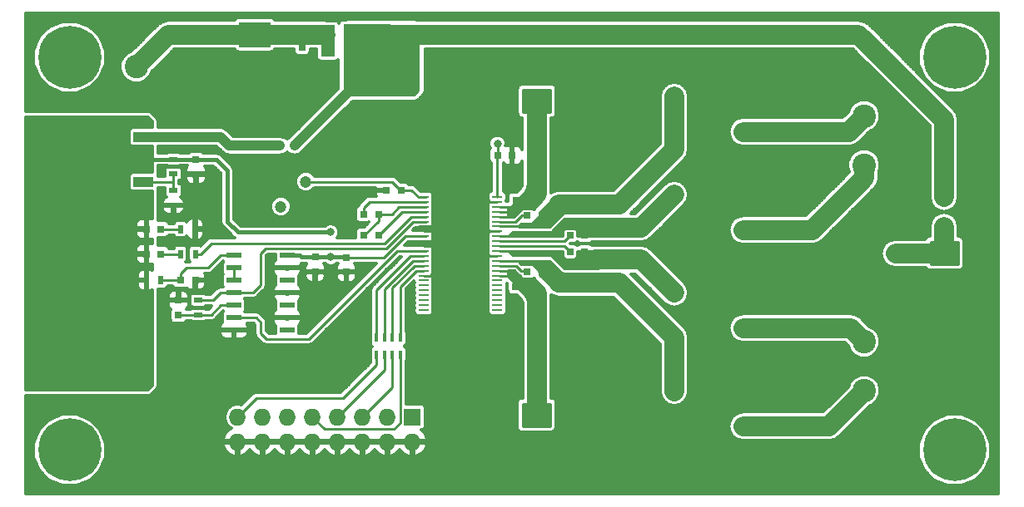
<source format=gtl>
G04 #@! TF.FileFunction,Copper,L1,Top,Signal*
%FSLAX46Y46*%
G04 Gerber Fmt 4.6, Leading zero omitted, Abs format (unit mm)*
G04 Created by KiCad (PCBNEW 4.0.2-stable) date 19.06.2016 23:35:53*
%MOMM*%
G01*
G04 APERTURE LIST*
%ADD10C,0.100000*%
%ADD11C,0.800000*%
%ADD12R,2.032000X3.657600*%
%ADD13R,2.032000X1.016000*%
%ADD14C,1.400000*%
%ADD15R,0.800000X0.750000*%
%ADD16R,1.300000X1.300000*%
%ADD17C,1.300000*%
%ADD18R,1.727200X1.727200*%
%ADD19O,1.727200X1.727200*%
%ADD20R,1.000000X1.600000*%
%ADD21R,0.900000X0.500000*%
%ADD22R,1.500000X0.600000*%
%ADD23R,0.750000X0.800000*%
%ADD24R,1.600000X1.000000*%
%ADD25R,0.797560X0.797560*%
%ADD26R,0.500000X0.900000*%
%ADD27C,2.400000*%
%ADD28C,1.200000*%
%ADD29R,0.400000X0.900000*%
%ADD30R,3.200000X2.600000*%
%ADD31C,6.400000*%
%ADD32R,1.000000X0.285000*%
%ADD33R,3.600000X6.400000*%
%ADD34R,4.860000X3.360000*%
%ADD35R,1.400000X1.390000*%
%ADD36C,0.279400*%
%ADD37C,0.406400*%
%ADD38C,2.032000*%
%ADD39C,1.016000*%
%ADD40C,1.390000*%
%ADD41C,0.254000*%
%ADD42C,0.304800*%
G04 APERTURE END LIST*
D10*
D11*
X198120000Y-86995000D03*
X198120000Y-62230000D03*
X128651000Y-61214000D03*
X130048000Y-59817000D03*
X131445000Y-58420000D03*
X133550000Y-60350000D03*
X132200000Y-61722000D03*
X130650000Y-63250000D03*
X119380000Y-59690000D03*
X133350000Y-63500000D03*
X111760000Y-93980000D03*
X198120000Y-81280000D03*
X198120000Y-68580000D03*
X198120000Y-74930000D03*
X163195000Y-93345000D03*
X156845000Y-93345000D03*
X163195000Y-57785000D03*
X156845000Y-57785000D03*
X144780000Y-93980000D03*
X148590000Y-93980000D03*
X116205000Y-93980000D03*
X127381000Y-55499000D03*
X144780000Y-55880000D03*
X167195500Y-76708000D03*
X167195500Y-71247000D03*
X164465000Y-73977500D03*
X163195000Y-84455000D03*
X161290000Y-82550000D03*
X159385000Y-80645000D03*
X155575000Y-80645000D03*
X155575000Y-67310000D03*
X163195000Y-63500000D03*
X161290000Y-65405000D03*
X159385000Y-67310000D03*
X123825000Y-68834000D03*
X122428000Y-68834000D03*
X117856000Y-70358000D03*
X117856000Y-68834000D03*
X116332000Y-86995000D03*
X119634000Y-77724000D03*
X124460000Y-80264000D03*
X140970000Y-60325000D03*
X146685000Y-63500000D03*
X140970000Y-63500000D03*
X142875000Y-63500000D03*
X146685000Y-86360000D03*
X140970000Y-86360000D03*
X121285000Y-86995000D03*
X126365000Y-86995000D03*
X131445000Y-86995000D03*
X134366000Y-83820000D03*
X178054000Y-87630000D03*
X180594000Y-87630000D03*
X179324000Y-87630000D03*
X178054000Y-77851000D03*
X180594000Y-77851000D03*
X179324000Y-77851000D03*
X178054000Y-67691000D03*
X180594000Y-67691000D03*
X179324000Y-67691000D03*
X180594000Y-57658000D03*
X178054000Y-57658000D03*
X179324000Y-57658000D03*
X148590000Y-89535000D03*
X140970000Y-89535000D03*
X138430000Y-63500000D03*
X138430000Y-60325000D03*
X148590000Y-86360000D03*
X140970000Y-83820000D03*
X148590000Y-83820000D03*
X147320000Y-81915000D03*
X142240000Y-81915000D03*
X143510000Y-81915000D03*
X142875000Y-83820000D03*
X146685000Y-83820000D03*
X146050000Y-81915000D03*
X144780000Y-89535000D03*
X144780000Y-86360000D03*
X144780000Y-83820000D03*
X144780000Y-81915000D03*
X144780000Y-60325000D03*
X144780000Y-63500000D03*
X142875000Y-86360000D03*
X140970000Y-66040000D03*
X142875000Y-66040000D03*
X144780000Y-66040000D03*
X146685000Y-66040000D03*
X147320000Y-67945000D03*
X146050000Y-67945000D03*
X142240000Y-67945000D03*
X143510000Y-67945000D03*
X144780000Y-67945000D03*
X129794000Y-55499000D03*
X148463000Y-55880000D03*
X121285000Y-62230000D03*
X126365000Y-62230000D03*
X123825000Y-62230000D03*
X134500000Y-79800000D03*
X133250000Y-81050000D03*
X131900000Y-82400000D03*
X130683000Y-81153000D03*
X131953000Y-79883000D03*
X133223000Y-78613000D03*
X156972000Y-83947000D03*
X156972000Y-82804000D03*
X156972000Y-65405000D03*
X156972000Y-64262000D03*
X150368000Y-81407000D03*
X150368000Y-66675000D03*
X151765000Y-92075000D03*
X153289000Y-92075000D03*
X153289000Y-90932000D03*
X151765000Y-90964000D03*
X152527000Y-91567000D03*
X151765000Y-60071000D03*
X153289000Y-60071000D03*
X153289000Y-58928000D03*
X151765000Y-58960000D03*
X152527000Y-59563000D03*
X193929000Y-75057000D03*
X193167000Y-74454000D03*
X194691000Y-74422000D03*
X194691000Y-75565000D03*
X193167000Y-75565000D03*
X147320000Y-80645000D03*
X146050000Y-80645000D03*
X144780000Y-80645000D03*
X143510000Y-80645000D03*
X142240000Y-80645000D03*
X147320000Y-79375000D03*
X146050000Y-79375000D03*
X144780000Y-79375000D03*
X143510000Y-79375000D03*
X142240000Y-79375000D03*
X147320000Y-78105000D03*
X146050000Y-78105000D03*
X144780000Y-78105000D03*
X143510000Y-78105000D03*
X142240000Y-78105000D03*
X147320000Y-76835000D03*
X146050000Y-76835000D03*
X144780000Y-76835000D03*
X143510000Y-76835000D03*
X142240000Y-76835000D03*
X147320000Y-75565000D03*
X146050000Y-75565000D03*
X144780000Y-75565000D03*
X143510000Y-75565000D03*
X142240000Y-75565000D03*
X147320000Y-74295000D03*
X146050000Y-74295000D03*
X144780000Y-74295000D03*
X143510000Y-74295000D03*
X142240000Y-74295000D03*
X147320000Y-73025000D03*
X146050000Y-73025000D03*
X144780000Y-73025000D03*
X143510000Y-73025000D03*
X142240000Y-73025000D03*
X147320000Y-71755000D03*
X146050000Y-71755000D03*
X144780000Y-71755000D03*
X143510000Y-71755000D03*
X142240000Y-71755000D03*
X147320000Y-70485000D03*
X146050000Y-70485000D03*
X144780000Y-70485000D03*
X143510000Y-70485000D03*
X142240000Y-70485000D03*
X147320000Y-69215000D03*
X146050000Y-69215000D03*
X144780000Y-69215000D03*
X143510000Y-69215000D03*
D12*
X105918000Y-65405000D03*
D13*
X112522000Y-65405000D03*
X112522000Y-63119000D03*
X112522000Y-67691000D03*
D14*
X166500000Y-89000000D03*
X173500000Y-92600000D03*
D15*
X148513800Y-64998600D03*
X150013800Y-64998600D03*
D16*
X189000000Y-75000000D03*
D17*
X184000000Y-75000000D03*
D18*
X139874000Y-91643200D03*
D19*
X139874000Y-94183200D03*
X137334000Y-91643200D03*
X137334000Y-94183200D03*
X134794000Y-91643200D03*
X134794000Y-94183200D03*
X132254000Y-91643200D03*
X132254000Y-94183200D03*
X129714000Y-91643200D03*
X129714000Y-94183200D03*
X127174000Y-91643200D03*
X127174000Y-94183200D03*
X124634000Y-91643200D03*
X124634000Y-94183200D03*
X122094000Y-91643200D03*
X122094000Y-94183200D03*
D20*
X152506560Y-64770000D03*
X155506560Y-64770000D03*
D21*
X118110000Y-79768000D03*
X118110000Y-81268000D03*
D22*
X121723200Y-75184000D03*
X121723200Y-76454000D03*
X121723200Y-77724000D03*
X121723200Y-78994000D03*
X121723200Y-80264000D03*
X121723200Y-81534000D03*
X121723200Y-82804000D03*
X127123200Y-82804000D03*
X127123200Y-81534000D03*
X127123200Y-80264000D03*
X127123200Y-78994000D03*
X127123200Y-77724000D03*
X127123200Y-76454000D03*
X127123200Y-75184000D03*
D15*
X116292738Y-77724000D03*
X117792738Y-77724000D03*
D23*
X116078000Y-81268000D03*
X116078000Y-79768000D03*
X133159500Y-75386500D03*
X133159500Y-76886500D03*
D15*
X134933000Y-70993000D03*
X136433000Y-70993000D03*
X134933000Y-73152000D03*
X136433000Y-73152000D03*
X137198680Y-68559680D03*
X138698680Y-68559680D03*
X157397460Y-73149460D03*
X155897460Y-73149460D03*
D23*
X150389600Y-69605020D03*
X150389600Y-68105020D03*
X150361660Y-78392020D03*
X150361660Y-79892020D03*
D15*
X153045300Y-71117460D03*
X151545300Y-71117460D03*
X153042760Y-76868020D03*
X151542760Y-76868020D03*
X157390540Y-74848720D03*
X155890540Y-74848720D03*
D20*
X152530560Y-83367880D03*
X155530560Y-83367880D03*
D24*
X179287180Y-62600000D03*
X179287180Y-59600000D03*
X179264320Y-72600000D03*
X179264320Y-69600000D03*
X179264320Y-82600000D03*
X179264320Y-79600000D03*
X179271940Y-92600000D03*
X179271940Y-89600000D03*
D25*
X112803700Y-75057000D03*
X114302300Y-75057000D03*
X112803700Y-72511250D03*
X114302300Y-72511250D03*
D26*
X112803000Y-77724000D03*
X114303000Y-77724000D03*
X116292738Y-75051250D03*
X117792738Y-75051250D03*
D21*
X115570000Y-66905000D03*
X115570000Y-65405000D03*
D26*
X116292738Y-72511250D03*
X117792738Y-72511250D03*
D21*
X115570000Y-68592000D03*
X115570000Y-70092000D03*
D23*
X129984500Y-75377040D03*
X129984500Y-76877040D03*
D14*
X166500000Y-59000000D03*
X173500000Y-62600000D03*
X166500000Y-69000000D03*
X173500000Y-72600000D03*
X166500000Y-79000000D03*
X173500000Y-82600000D03*
D11*
X142240000Y-69215000D03*
D27*
X111800000Y-55973980D03*
X116800000Y-55973980D03*
X185801000Y-61000000D03*
X185801000Y-66000000D03*
X185801000Y-83987000D03*
X185801000Y-88987000D03*
D23*
X117856000Y-65417000D03*
X117856000Y-66917000D03*
D24*
X123063000Y-64008000D03*
X123063000Y-67008000D03*
D28*
X129032000Y-67691000D03*
X131572000Y-70231000D03*
X126492000Y-70231000D03*
D29*
X137826700Y-83592300D03*
X137026700Y-83592300D03*
X138626700Y-83592300D03*
X136226700Y-83592300D03*
X138626700Y-85292300D03*
X137826700Y-85292300D03*
X137026700Y-85292300D03*
X136226700Y-85292300D03*
D24*
X193929000Y-69263000D03*
X193929000Y-72263000D03*
D15*
X127877000Y-64008000D03*
X126377000Y-64008000D03*
D23*
X128651000Y-53975000D03*
X128651000Y-55475000D03*
D30*
X123825000Y-59905000D03*
X123825000Y-52705000D03*
D31*
X105000000Y-55000000D03*
X195000000Y-55000000D03*
X195000000Y-95000000D03*
X105000000Y-95000000D03*
D32*
X141010000Y-69250000D03*
X141010000Y-69750000D03*
X141010000Y-70250000D03*
X141010000Y-70750000D03*
X141010000Y-71250000D03*
X141010000Y-71750000D03*
X141010000Y-72250000D03*
X141010000Y-72750000D03*
X141010000Y-73250000D03*
X141010000Y-73750000D03*
X141010000Y-74250000D03*
X141010000Y-74750000D03*
X141010000Y-75250000D03*
X141010000Y-75750000D03*
X141010000Y-76250000D03*
X141010000Y-76750000D03*
X141010000Y-77250000D03*
X141010000Y-77750000D03*
X141010000Y-78250000D03*
X141010000Y-78750000D03*
X141010000Y-79250000D03*
X141010000Y-79750000D03*
X141010000Y-80250000D03*
X141010000Y-80750000D03*
X148510000Y-80750000D03*
X148510000Y-80250000D03*
X148510000Y-79750000D03*
X148510000Y-79250000D03*
X148510000Y-78750000D03*
X148510000Y-78250000D03*
X148510000Y-77750000D03*
X148510000Y-77250000D03*
X148510000Y-76750000D03*
X148510000Y-76250000D03*
X148510000Y-75750000D03*
X148510000Y-75250000D03*
X148510000Y-74750000D03*
X148510000Y-74250000D03*
X148510000Y-73750000D03*
X148510000Y-73250000D03*
X148510000Y-72750000D03*
X148510000Y-72250000D03*
X148510000Y-71750000D03*
X148510000Y-71250000D03*
X148510000Y-70750000D03*
X148510000Y-70250000D03*
X148510000Y-69750000D03*
X148510000Y-69250000D03*
D33*
X144760000Y-75000000D03*
D34*
X135255000Y-53340000D03*
D35*
X131273000Y-52420000D03*
X131273000Y-54260000D03*
D11*
X131572000Y-75377040D03*
X131555500Y-72834500D03*
X148513800Y-63804800D03*
D36*
X116292738Y-77724000D02*
X116292738Y-77069600D01*
X120396000Y-75184000D02*
X121723200Y-75184000D01*
X116292738Y-77069600D02*
X116908338Y-76454000D01*
X119126000Y-76454000D02*
X120396000Y-75184000D01*
X116908338Y-76454000D02*
X119126000Y-76454000D01*
X114303000Y-77724000D02*
X116292738Y-77724000D01*
X121273200Y-75184000D02*
X121723200Y-75184000D01*
X141010000Y-77250000D02*
X141825000Y-77250000D01*
X141825000Y-77250000D02*
X142240000Y-76835000D01*
X141010000Y-73750000D02*
X142080685Y-73750000D01*
X142080685Y-73750000D02*
X142240000Y-73590685D01*
X142240000Y-73590685D02*
X142240000Y-73025000D01*
X141010000Y-74250000D02*
X142195000Y-74250000D01*
X142195000Y-74250000D02*
X142240000Y-74295000D01*
X141010000Y-72750000D02*
X141965000Y-72750000D01*
X141965000Y-72750000D02*
X142240000Y-73025000D01*
X141010000Y-72250000D02*
X141745000Y-72250000D01*
X141745000Y-72250000D02*
X142240000Y-71755000D01*
X148510000Y-69750000D02*
X147489315Y-69750000D01*
X147489315Y-69750000D02*
X147320000Y-69919315D01*
X147320000Y-69919315D02*
X147320000Y-70485000D01*
X148510000Y-72750000D02*
X147595000Y-72750000D01*
X147595000Y-72750000D02*
X147320000Y-73025000D01*
X148510000Y-75250000D02*
X147635000Y-75250000D01*
X147635000Y-75250000D02*
X147320000Y-75565000D01*
X148750000Y-72750000D02*
X148259220Y-72750000D01*
X148259220Y-72750000D02*
X148258540Y-72750680D01*
X118110000Y-81268000D02*
X116078000Y-81268000D01*
X119392000Y-81268000D02*
X120396000Y-80264000D01*
X120396000Y-80264000D02*
X121723200Y-80264000D01*
X118110000Y-81268000D02*
X119392000Y-81268000D01*
X141250000Y-73250000D02*
X139122176Y-73250000D01*
X139122176Y-73250000D02*
X136985676Y-75386500D01*
X136985676Y-75386500D02*
X133159500Y-75386500D01*
D37*
X131572000Y-75377040D02*
X133150040Y-75377040D01*
X133150040Y-75377040D02*
X133159500Y-75386500D01*
X129984500Y-75377040D02*
X131572000Y-75377040D01*
X128590040Y-75377040D02*
X129984500Y-75377040D01*
X121043000Y-66560000D02*
X119900000Y-65417000D01*
X119900000Y-65417000D02*
X117856000Y-65417000D01*
X131555500Y-72834500D02*
X122110500Y-72834500D01*
X122110500Y-72834500D02*
X121043000Y-71767000D01*
X121043000Y-71767000D02*
X121043000Y-66560000D01*
X115570000Y-65405000D02*
X117844000Y-65405000D01*
X117844000Y-65405000D02*
X117856000Y-65417000D01*
X128590040Y-75377040D02*
X128397000Y-75184000D01*
X128397000Y-75184000D02*
X127123200Y-75184000D01*
X112522000Y-65405000D02*
X115570000Y-65405000D01*
X105918000Y-65405000D02*
X107340400Y-65405000D01*
X107340400Y-65405000D02*
X112522000Y-65405000D01*
X112522000Y-65405000D02*
X112014000Y-65405000D01*
X127135200Y-75196000D02*
X127123200Y-75184000D01*
D36*
X134933000Y-70338600D02*
X134933000Y-70993000D01*
X141250000Y-69750000D02*
X135521600Y-69750000D01*
X135521600Y-69750000D02*
X134933000Y-70338600D01*
X136433000Y-70993000D02*
X136433000Y-71677000D01*
X137778500Y-70993000D02*
X136433000Y-70993000D01*
X138521500Y-70250000D02*
X137778500Y-70993000D01*
X141250000Y-70250000D02*
X138521500Y-70250000D01*
X136433000Y-71677000D02*
X134958000Y-73152000D01*
X134958000Y-73152000D02*
X134933000Y-73152000D01*
X137112400Y-72497600D02*
X136458000Y-73152000D01*
X136458000Y-73152000D02*
X136433000Y-73152000D01*
X141250000Y-70750000D02*
X138835000Y-70750000D01*
X138835000Y-70750000D02*
X137112400Y-72472600D01*
X137112400Y-72472600D02*
X137112400Y-72497600D01*
X130175000Y-67691000D02*
X129032000Y-67691000D01*
X132516499Y-67699001D02*
X132508498Y-67691000D01*
X132508498Y-67691000D02*
X130175000Y-67691000D01*
X137813001Y-67699001D02*
X138673680Y-68559680D01*
X138673680Y-68559680D02*
X138698680Y-68559680D01*
X139780280Y-68559680D02*
X138698680Y-68559680D01*
X132516499Y-67699001D02*
X137813001Y-67699001D01*
X140470600Y-69250000D02*
X139780280Y-68559680D01*
X140470600Y-69250000D02*
X141250000Y-69250000D01*
D38*
X158748740Y-72374760D02*
X163125240Y-72374760D01*
X163125240Y-72374760D02*
X166500000Y-69000000D01*
D36*
X149529400Y-73250000D02*
X149966480Y-73250000D01*
X148750000Y-73250000D02*
X149529400Y-73250000D01*
X149529400Y-73250000D02*
X149530880Y-73248520D01*
X155296920Y-73750000D02*
X155897460Y-73149460D01*
X148750000Y-73750000D02*
X155296920Y-73750000D01*
X148513800Y-64998600D02*
X148513800Y-63804800D01*
X148510000Y-69250000D02*
X148510000Y-65002400D01*
X148510000Y-65002400D02*
X148513800Y-64998600D01*
X150902680Y-70378320D02*
X151027140Y-70378320D01*
X151027140Y-70378320D02*
X152506560Y-68898900D01*
X150774360Y-70250000D02*
X150774360Y-69989780D01*
X150774360Y-69989780D02*
X150389600Y-69605020D01*
X150361660Y-78392020D02*
X151817080Y-78392020D01*
X151817080Y-78392020D02*
X152530560Y-79105500D01*
X149529400Y-77250000D02*
X149899040Y-77250000D01*
X149899040Y-77250000D02*
X150361660Y-77712620D01*
X150361660Y-77712620D02*
X150361660Y-78392020D01*
D38*
X193872000Y-75000000D02*
X193929000Y-75057000D01*
X152506560Y-64770000D02*
X152506560Y-59583440D01*
X152506560Y-59583440D02*
X152527000Y-59563000D01*
X152530560Y-91563440D02*
X152527000Y-91567000D01*
X152506560Y-65732660D02*
X152506560Y-64770000D01*
X152530560Y-79105500D02*
X152530560Y-83367880D01*
X152536780Y-90904940D02*
X152530560Y-90898720D01*
X152530560Y-90898720D02*
X152530560Y-79105500D01*
D36*
X150379440Y-70967600D02*
X150379440Y-70750000D01*
X149530580Y-76751180D02*
X149721580Y-76751180D01*
X148750000Y-76750000D02*
X149529400Y-76750000D01*
X149529400Y-76750000D02*
X149530580Y-76751180D01*
X148750000Y-77250000D02*
X149529400Y-77250000D01*
X149529400Y-77250000D02*
X149530960Y-77251560D01*
X148750000Y-71250000D02*
X149744900Y-71250000D01*
X149744900Y-71250000D02*
X149745360Y-71249540D01*
X149745360Y-71249540D02*
X150097500Y-71249540D01*
X150097500Y-71249540D02*
X150379440Y-70967600D01*
X150379440Y-70750000D02*
X148750000Y-70750000D01*
X150902680Y-70378320D02*
X150902680Y-70375780D01*
X148750000Y-70250000D02*
X150774360Y-70250000D01*
X150774360Y-70250000D02*
X150902680Y-70378320D01*
D38*
X152506560Y-65732660D02*
X152506560Y-68898900D01*
X193929000Y-75057000D02*
X193929000Y-72263000D01*
X189000000Y-75000000D02*
X193872000Y-75000000D01*
X166500000Y-64430460D02*
X160892500Y-70037960D01*
X160892500Y-70037960D02*
X154768560Y-70037960D01*
X166500000Y-59000000D02*
X166500000Y-64430460D01*
D36*
X148750000Y-72250000D02*
X151887760Y-72250000D01*
X150971260Y-71127620D02*
X151535140Y-71127620D01*
X151535140Y-71127620D02*
X151545300Y-71117460D01*
X150348880Y-71750000D02*
X150971260Y-71127620D01*
X148750000Y-71750000D02*
X150348880Y-71750000D01*
X153081580Y-76298968D02*
X153081580Y-76829200D01*
X153081580Y-76829200D02*
X153042760Y-76868020D01*
X153081580Y-75750000D02*
X153081580Y-76298968D01*
X153081580Y-76298968D02*
X154768560Y-77985948D01*
D38*
X166500000Y-89023908D02*
X166500000Y-83593448D01*
X166500000Y-83593448D02*
X160892500Y-77985948D01*
X160892500Y-77985948D02*
X154768560Y-77985948D01*
D36*
X148750000Y-75750000D02*
X153081580Y-75750000D01*
X150938240Y-76799440D02*
X151474180Y-76799440D01*
X151474180Y-76799440D02*
X151542760Y-76868020D01*
X150388800Y-76250000D02*
X150938240Y-76799440D01*
X148750000Y-76250000D02*
X150388800Y-76250000D01*
D38*
X163120880Y-75620880D02*
X158502360Y-75620880D01*
X166500000Y-79000000D02*
X163120880Y-75620880D01*
D36*
X148750000Y-74750000D02*
X149671120Y-74750000D01*
X155291820Y-74250000D02*
X155890540Y-74848720D01*
X148750000Y-74250000D02*
X155291820Y-74250000D01*
D38*
X179287180Y-62600000D02*
X184248000Y-62600000D01*
X184248000Y-62600000D02*
X185848000Y-61000000D01*
X173500000Y-62600000D02*
X179287180Y-62600000D01*
X185753380Y-61094620D02*
X185848000Y-61000000D01*
X180520792Y-72600000D02*
X179264320Y-72600000D01*
X185848000Y-66000000D02*
X185848000Y-67272792D01*
X185848000Y-67272792D02*
X180520792Y-72600000D01*
X173500000Y-72600000D02*
X179264320Y-72600000D01*
X179264320Y-82600000D02*
X184448000Y-82600000D01*
X184448000Y-82600000D02*
X185848000Y-84000000D01*
X173500000Y-82600000D02*
X179264320Y-82600000D01*
X179271940Y-92600000D02*
X182248000Y-92600000D01*
X182248000Y-92600000D02*
X185848000Y-89000000D01*
X173500000Y-92600000D02*
X179271940Y-92600000D01*
D36*
X114302300Y-75057000D02*
X116286988Y-75057000D01*
X116286988Y-75057000D02*
X116292738Y-75051250D01*
X114302300Y-72511250D02*
X116292738Y-72511250D01*
X119622000Y-79768000D02*
X120396000Y-78994000D01*
X120396000Y-78994000D02*
X121723200Y-78994000D01*
X118110000Y-79768000D02*
X119622000Y-79768000D01*
X141250000Y-71750000D02*
X139939664Y-71750000D01*
X139939664Y-71750000D02*
X137226563Y-74463101D01*
X123625620Y-78994000D02*
X121723200Y-78994000D01*
X137226563Y-74463101D02*
X124915479Y-74463101D01*
X124915479Y-74463101D02*
X124415560Y-74963020D01*
X124415560Y-74963020D02*
X124415560Y-78204060D01*
X124415560Y-78204060D02*
X123625620Y-78994000D01*
X122173200Y-78994000D02*
X121723200Y-78994000D01*
X137026660Y-73980491D02*
X119392897Y-73980491D01*
X119392897Y-73980491D02*
X118322138Y-75051250D01*
X118322138Y-75051250D02*
X117792738Y-75051250D01*
X141250000Y-71250000D02*
X139757151Y-71250000D01*
X139757151Y-71250000D02*
X137026660Y-73980491D01*
X121723200Y-76454000D02*
X121723200Y-77724000D01*
X124443500Y-82014060D02*
X123963440Y-81534000D01*
X123963440Y-81534000D02*
X121723200Y-81534000D01*
X124443500Y-83146900D02*
X124443500Y-82014060D01*
X124994680Y-83698080D02*
X124443500Y-83146900D01*
X129356608Y-83698080D02*
X124994680Y-83698080D01*
X141250000Y-74750000D02*
X138304688Y-74750000D01*
X138304688Y-74750000D02*
X129356608Y-83698080D01*
X141010000Y-76250000D02*
X140067766Y-76250000D01*
X140067766Y-76250000D02*
X137826700Y-78491066D01*
X137826700Y-78491066D02*
X137826700Y-82862900D01*
X137826700Y-82862900D02*
X137826700Y-83592300D01*
X141010000Y-75750000D02*
X139885254Y-75750000D01*
X139885254Y-75750000D02*
X137026700Y-78608554D01*
X137026700Y-78608554D02*
X137026700Y-82862900D01*
X137026700Y-82862900D02*
X137026700Y-83592300D01*
X141010000Y-76750000D02*
X140250278Y-76750000D01*
X140250278Y-76750000D02*
X138626700Y-78373578D01*
X138626700Y-78373578D02*
X138626700Y-82862900D01*
X138626700Y-82862900D02*
X138626700Y-83592300D01*
X141010000Y-75250000D02*
X139702742Y-75250000D01*
X139702742Y-75250000D02*
X136226700Y-78726042D01*
X136226700Y-78726042D02*
X136226700Y-82862900D01*
X136226700Y-82862900D02*
X136226700Y-83592300D01*
X115570000Y-67691000D02*
X115570000Y-68592000D01*
X115570000Y-67691000D02*
X115570000Y-66905000D01*
X112522000Y-67691000D02*
X115570000Y-67691000D01*
X137826700Y-85292300D02*
X137826700Y-88610500D01*
X137826700Y-88610500D02*
X134794000Y-91643200D01*
X137026700Y-85292300D02*
X137026700Y-86870500D01*
X137026700Y-86870500D02*
X132254000Y-91643200D01*
X138620500Y-90424000D02*
X138626700Y-90417800D01*
X138626700Y-90417800D02*
X138626700Y-85292300D01*
X138620500Y-92265500D02*
X138620500Y-90424000D01*
X129714000Y-91643200D02*
X130971300Y-92900500D01*
X130971300Y-92900500D02*
X137985500Y-92900500D01*
X137985500Y-92900500D02*
X138620500Y-92265500D01*
X129714000Y-91643200D02*
X129714000Y-92397578D01*
X132842000Y-89712800D02*
X124024400Y-89712800D01*
X124024400Y-89712800D02*
X122094000Y-91643200D01*
X136226700Y-86328100D02*
X132842000Y-89712800D01*
X136226700Y-85292300D02*
X136226700Y-86328100D01*
D39*
X120358000Y-63119000D02*
X113665000Y-63119000D01*
X121247000Y-64008000D02*
X120358000Y-63119000D01*
X123063000Y-64008000D02*
X121247000Y-64008000D01*
X126377000Y-64008000D02*
X123063000Y-64008000D01*
X113665000Y-63119000D02*
X112522000Y-63119000D01*
X135538000Y-56372000D02*
X127902000Y-64008000D01*
X127902000Y-64008000D02*
X127877000Y-64008000D01*
X135538000Y-52705000D02*
X135538000Y-56372000D01*
D38*
X138000000Y-52705000D02*
X135538000Y-52705000D01*
X193929000Y-69263000D02*
X193929000Y-61379284D01*
X193929000Y-61379284D02*
X185254716Y-52705000D01*
X185254716Y-52705000D02*
X138000000Y-52705000D01*
D40*
X131273000Y-54260000D02*
X131273000Y-52420000D01*
D38*
X128651000Y-52705000D02*
X130988000Y-52705000D01*
X123825000Y-52705000D02*
X127457000Y-52705000D01*
X127457000Y-52705000D02*
X128651000Y-52705000D01*
X111800000Y-55973980D02*
X112999999Y-54773981D01*
X112999999Y-54773981D02*
X115068980Y-52705000D01*
X115068980Y-52705000D02*
X114967380Y-52806600D01*
X123825000Y-52705000D02*
X115068980Y-52705000D01*
D36*
X128651000Y-53975000D02*
X128651000Y-53295600D01*
X128651000Y-53295600D02*
X128651000Y-52705000D01*
D41*
X192557400Y-73837800D02*
X195351400Y-73837800D01*
X192557400Y-74041000D02*
X195351400Y-74041000D01*
X192557400Y-74244200D02*
X195351400Y-74244200D01*
X192557400Y-74447400D02*
X195351400Y-74447400D01*
X192557400Y-74650600D02*
X195351400Y-74650600D01*
X192557400Y-74853800D02*
X195351400Y-74853800D01*
X192557400Y-75057000D02*
X195351400Y-75057000D01*
X192557400Y-75260200D02*
X195351400Y-75260200D01*
X192557400Y-75463400D02*
X195351400Y-75463400D01*
X192557400Y-75666600D02*
X195351400Y-75666600D01*
X192557400Y-75869800D02*
X195351400Y-75869800D01*
X192557400Y-76073000D02*
X195351400Y-76073000D01*
X195351400Y-76123800D02*
X192557400Y-76123800D01*
X192557400Y-73837800D01*
X195351400Y-73837800D01*
X195351400Y-76123800D01*
X151641840Y-67911989D02*
X151641840Y-67911989D01*
X151580208Y-68115189D02*
X151811909Y-68115189D01*
X151518577Y-68318389D02*
X151981979Y-68318389D01*
X151456946Y-68521589D02*
X152152049Y-68521589D01*
X151295340Y-68724789D02*
X152322118Y-68724789D01*
X151110031Y-68927989D02*
X152492188Y-68927989D01*
X150924723Y-69131189D02*
X152662258Y-69131189D01*
X150739415Y-69334389D02*
X152832327Y-69334389D01*
X150554107Y-69537589D02*
X153002397Y-69537589D01*
X150368799Y-69740789D02*
X152923018Y-69740789D01*
X150183491Y-69943989D02*
X152720108Y-69943989D01*
X149998182Y-70147189D02*
X152517199Y-70147189D01*
X149579340Y-70350389D02*
X152314290Y-70350389D01*
X149579340Y-70553589D02*
X150874710Y-70553589D01*
X149579340Y-70756789D02*
X150696703Y-70756789D01*
X149579340Y-70959989D02*
X150474353Y-70959989D01*
X149579340Y-71163189D02*
X150271153Y-71163189D01*
X153058724Y-69604888D02*
X152169130Y-70495756D01*
X152076283Y-70432316D01*
X151945300Y-70405791D01*
X151145300Y-70405791D01*
X151022935Y-70428816D01*
X150910551Y-70501133D01*
X150835156Y-70611477D01*
X150819686Y-70687870D01*
X150791437Y-70693489D01*
X150638990Y-70795351D01*
X150172102Y-71262240D01*
X149579340Y-71262240D01*
X149579340Y-70238620D01*
X149858740Y-70238620D01*
X149908150Y-70228614D01*
X149952579Y-70197196D01*
X151425779Y-68581756D01*
X151453473Y-68533041D01*
X151641840Y-67911989D01*
X153058724Y-69604888D01*
X149594486Y-76735940D02*
X150210202Y-76735940D01*
X149594486Y-76939140D02*
X150413401Y-76939140D01*
X149594486Y-77142340D02*
X150621880Y-77142340D01*
X149612935Y-77345540D02*
X150825381Y-77345540D01*
X149794758Y-77548740D02*
X151005302Y-77548740D01*
X152077439Y-77548740D02*
X152230525Y-77548740D01*
X149976581Y-77751940D02*
X152433434Y-77751940D01*
X150158404Y-77955140D02*
X152636344Y-77955140D01*
X150340227Y-78158340D02*
X152839253Y-78158340D01*
X150522050Y-78361540D02*
X153042163Y-78361540D01*
X150703873Y-78564740D02*
X152930376Y-78564740D01*
X150885696Y-78767940D02*
X152760306Y-78767940D01*
X151067518Y-78971140D02*
X152590236Y-78971140D01*
X151249341Y-79174340D02*
X152420167Y-79174340D01*
X151430322Y-79377540D02*
X152250097Y-79377540D01*
X151503682Y-79580740D02*
X152080027Y-79580740D01*
X151565313Y-79783940D02*
X151909958Y-79783940D01*
X151626944Y-79987140D02*
X151739888Y-79987140D01*
X150605970Y-77131709D02*
X150708607Y-77200289D01*
X150758417Y-77233571D01*
X150806098Y-77243055D01*
X150829116Y-77365385D01*
X150901433Y-77477769D01*
X151011777Y-77553164D01*
X151142760Y-77579689D01*
X151942760Y-77579689D01*
X152065125Y-77556664D01*
X152170639Y-77488768D01*
X153073870Y-78393292D01*
X151656986Y-80086191D01*
X151455788Y-79422833D01*
X151428898Y-79375008D01*
X149594486Y-77324922D01*
X149594486Y-76735940D01*
X150210202Y-76735940D01*
X150605970Y-77131709D01*
G36*
X154772234Y-69947314D02*
X155320267Y-70769689D01*
X153826990Y-72262966D01*
X150686780Y-72260557D01*
X150686780Y-72173366D01*
X150942586Y-71917560D01*
X152012660Y-71917560D01*
X152062070Y-71907554D01*
X152102463Y-71880363D01*
X152719683Y-71263143D01*
X152747546Y-71221129D01*
X152756880Y-71173340D01*
X152756880Y-70822086D01*
X154025108Y-69553858D01*
X154772234Y-69947314D01*
X154772234Y-69947314D01*
G37*
X154772234Y-69947314D02*
X155320267Y-70769689D01*
X153826990Y-72262966D01*
X150686780Y-72260557D01*
X150686780Y-72173366D01*
X150942586Y-71917560D01*
X152012660Y-71917560D01*
X152062070Y-71907554D01*
X152102463Y-71880363D01*
X152719683Y-71263143D01*
X152747546Y-71221129D01*
X152756880Y-71173340D01*
X152756880Y-70822086D01*
X154025108Y-69553858D01*
X154772234Y-69947314D01*
G36*
X158984138Y-72458048D02*
X158635059Y-73261220D01*
X156634129Y-73261220D01*
X156634129Y-72774460D01*
X156611104Y-72652095D01*
X156538787Y-72539711D01*
X156428443Y-72464316D01*
X156297460Y-72437791D01*
X155497460Y-72437791D01*
X155375095Y-72460816D01*
X155262711Y-72533133D01*
X155187316Y-72643477D01*
X155160791Y-72774460D01*
X155160791Y-73221591D01*
X155121162Y-73261220D01*
X149658080Y-73261220D01*
X149658080Y-73204606D01*
X150071366Y-72791320D01*
X153981160Y-72791320D01*
X154030570Y-72781314D01*
X154070963Y-72754123D01*
X155339326Y-71485760D01*
X158855837Y-71485760D01*
X158984138Y-72458048D01*
X158984138Y-72458048D01*
G37*
X158984138Y-72458048D02*
X158635059Y-73261220D01*
X156634129Y-73261220D01*
X156634129Y-72774460D01*
X156611104Y-72652095D01*
X156538787Y-72539711D01*
X156428443Y-72464316D01*
X156297460Y-72437791D01*
X155497460Y-72437791D01*
X155375095Y-72460816D01*
X155262711Y-72533133D01*
X155187316Y-72643477D01*
X155160791Y-72774460D01*
X155160791Y-73221591D01*
X155121162Y-73261220D01*
X149658080Y-73261220D01*
X149658080Y-73204606D01*
X150071366Y-72791320D01*
X153981160Y-72791320D01*
X154030570Y-72781314D01*
X154070963Y-72754123D01*
X155339326Y-71485760D01*
X158855837Y-71485760D01*
X158984138Y-72458048D01*
G36*
X155153871Y-74776589D02*
X155153871Y-75223720D01*
X155176896Y-75346085D01*
X155249213Y-75458469D01*
X155359557Y-75533864D01*
X155490540Y-75560389D01*
X156290540Y-75560389D01*
X156412905Y-75537364D01*
X156525289Y-75465047D01*
X156600684Y-75354703D01*
X156627209Y-75223720D01*
X156627209Y-74736960D01*
X158606523Y-74736960D01*
X158955662Y-75540271D01*
X158830173Y-76507494D01*
X155310717Y-76512347D01*
X154042427Y-75244057D01*
X154000413Y-75216194D01*
X153952624Y-75206860D01*
X150042830Y-75206860D01*
X149629544Y-74793574D01*
X149629544Y-74736960D01*
X155114242Y-74736960D01*
X155153871Y-74776589D01*
X155153871Y-74776589D01*
G37*
X155153871Y-74776589D02*
X155153871Y-75223720D01*
X155176896Y-75346085D01*
X155249213Y-75458469D01*
X155359557Y-75533864D01*
X155490540Y-75560389D01*
X156290540Y-75560389D01*
X156412905Y-75537364D01*
X156525289Y-75465047D01*
X156600684Y-75354703D01*
X156627209Y-75223720D01*
X156627209Y-74736960D01*
X158606523Y-74736960D01*
X158955662Y-75540271D01*
X158830173Y-76507494D01*
X155310717Y-76512347D01*
X154042427Y-75244057D01*
X154000413Y-75216194D01*
X153952624Y-75206860D01*
X150042830Y-75206860D01*
X149629544Y-74793574D01*
X149629544Y-74736960D01*
X155114242Y-74736960D01*
X155153871Y-74776589D01*
G36*
X154988776Y-76908828D02*
X155066136Y-76960828D01*
X155321827Y-77216519D01*
X154025130Y-78430812D01*
X152777631Y-77183313D01*
X152777631Y-76832059D01*
X152767625Y-76782649D01*
X152740434Y-76742256D01*
X152222804Y-76224626D01*
X152221214Y-76222155D01*
X152218432Y-76220254D01*
X152123214Y-76125036D01*
X152081200Y-76097173D01*
X152033411Y-76087839D01*
X150963337Y-76087839D01*
X150707531Y-75832033D01*
X150707531Y-75744842D01*
X153822400Y-75742452D01*
X154988776Y-76908828D01*
X154988776Y-76908828D01*
G37*
X154988776Y-76908828D02*
X155066136Y-76960828D01*
X155321827Y-77216519D01*
X154025130Y-78430812D01*
X152777631Y-77183313D01*
X152777631Y-76832059D01*
X152767625Y-76782649D01*
X152740434Y-76742256D01*
X152222804Y-76224626D01*
X152221214Y-76222155D01*
X152218432Y-76220254D01*
X152123214Y-76125036D01*
X152081200Y-76097173D01*
X152033411Y-76087839D01*
X150963337Y-76087839D01*
X150707531Y-75832033D01*
X150707531Y-75744842D01*
X153822400Y-75742452D01*
X154988776Y-76908828D01*
X151128740Y-58331100D02*
X153922740Y-58331100D01*
X151128740Y-58534300D02*
X153922740Y-58534300D01*
X151128740Y-58737500D02*
X153922740Y-58737500D01*
X151128740Y-58940700D02*
X153922740Y-58940700D01*
X151128740Y-59143900D02*
X153922740Y-59143900D01*
X151128740Y-59347100D02*
X153922740Y-59347100D01*
X151128740Y-59550300D02*
X153922740Y-59550300D01*
X151128740Y-59753500D02*
X153922740Y-59753500D01*
X151128740Y-59956700D02*
X153922740Y-59956700D01*
X151128740Y-60159900D02*
X153922740Y-60159900D01*
X151128740Y-60363100D02*
X153922740Y-60363100D01*
X151128740Y-60566300D02*
X153922740Y-60566300D01*
X153922740Y-60617100D02*
X151128740Y-60617100D01*
X151128740Y-58331100D01*
X153922740Y-58331100D01*
X153922740Y-60617100D01*
X151093180Y-90304620D02*
X153887180Y-90304620D01*
X151093180Y-90507820D02*
X153887180Y-90507820D01*
X151093180Y-90711020D02*
X153887180Y-90711020D01*
X151093180Y-90914220D02*
X153887180Y-90914220D01*
X151093180Y-91117420D02*
X153887180Y-91117420D01*
X151093180Y-91320620D02*
X153887180Y-91320620D01*
X151093180Y-91523820D02*
X153887180Y-91523820D01*
X151093180Y-91727020D02*
X153887180Y-91727020D01*
X151093180Y-91930220D02*
X153887180Y-91930220D01*
X151093180Y-92133420D02*
X153887180Y-92133420D01*
X151093180Y-92336620D02*
X153887180Y-92336620D01*
X151093180Y-92539820D02*
X153887180Y-92539820D01*
X153887180Y-92590620D02*
X151093180Y-92590620D01*
X151093180Y-90304620D01*
X153887180Y-90304620D01*
X153887180Y-92590620D01*
D42*
X100557200Y-50557200D02*
X199442800Y-50557200D01*
X100557200Y-50801040D02*
X199442800Y-50801040D01*
X100557200Y-51044880D02*
X121940329Y-51044880D01*
X125707801Y-51044880D02*
X199442800Y-51044880D01*
X100557200Y-51288720D02*
X114782825Y-51288720D01*
X132120536Y-51288720D02*
X132557672Y-51288720D01*
X185540872Y-51288720D02*
X199442800Y-51288720D01*
X100557200Y-51532560D02*
X103814941Y-51532560D01*
X106186116Y-51532560D02*
X114222922Y-51532560D01*
X186100775Y-51532560D02*
X193814941Y-51532560D01*
X196186116Y-51532560D02*
X199442800Y-51532560D01*
X100557200Y-51776400D02*
X103224804Y-51776400D01*
X106773348Y-51776400D02*
X113914160Y-51776400D01*
X186409536Y-51776400D02*
X193224804Y-51776400D01*
X196773348Y-51776400D02*
X199442800Y-51776400D01*
X100557200Y-52020240D02*
X102808385Y-52020240D01*
X107192991Y-52020240D02*
X113670320Y-52020240D01*
X186653376Y-52020240D02*
X192808385Y-52020240D01*
X197192991Y-52020240D02*
X199442800Y-52020240D01*
X100557200Y-52264080D02*
X102564118Y-52264080D01*
X107436406Y-52264080D02*
X113426480Y-52264080D01*
X186897216Y-52264080D02*
X192564118Y-52264080D01*
X197436406Y-52264080D02*
X199442800Y-52264080D01*
X100557200Y-52507920D02*
X102319852Y-52507920D01*
X107679821Y-52507920D02*
X113182640Y-52507920D01*
X187141056Y-52507920D02*
X192319852Y-52507920D01*
X197679821Y-52507920D02*
X199442800Y-52507920D01*
X100557200Y-52751760D02*
X102075586Y-52751760D01*
X107923235Y-52751760D02*
X112938800Y-52751760D01*
X187384896Y-52751760D02*
X192075586Y-52751760D01*
X197923235Y-52751760D02*
X199442800Y-52751760D01*
X100557200Y-52995600D02*
X101872342Y-52995600D01*
X108128895Y-52995600D02*
X112694960Y-52995600D01*
X187628736Y-52995600D02*
X191872342Y-52995600D01*
X198128895Y-52995600D02*
X199442800Y-52995600D01*
X100557200Y-53239440D02*
X101771091Y-53239440D01*
X108229648Y-53239440D02*
X112451120Y-53239440D01*
X187872576Y-53239440D02*
X191771091Y-53239440D01*
X198229648Y-53239440D02*
X199442800Y-53239440D01*
X100557200Y-53483280D02*
X101669840Y-53483280D01*
X108330401Y-53483280D02*
X112207280Y-53483280D01*
X188116416Y-53483280D02*
X191669840Y-53483280D01*
X198330401Y-53483280D02*
X199442800Y-53483280D01*
X100557200Y-53727120D02*
X101568588Y-53727120D01*
X108431154Y-53727120D02*
X111963440Y-53727120D01*
X188360256Y-53727120D02*
X191568588Y-53727120D01*
X198431154Y-53727120D02*
X199442800Y-53727120D01*
X100557200Y-53970960D02*
X101467337Y-53970960D01*
X108531906Y-53970960D02*
X111719600Y-53970960D01*
X188604096Y-53970960D02*
X191467337Y-53970960D01*
X198531906Y-53970960D02*
X199442800Y-53970960D01*
X100557200Y-54214800D02*
X101366086Y-54214800D01*
X108632659Y-54214800D02*
X111475760Y-54214800D01*
X115642600Y-54214800D02*
X121816701Y-54214800D01*
X125834998Y-54214800D02*
X127809843Y-54214800D01*
X129492157Y-54214800D02*
X130106843Y-54214800D01*
X141147800Y-54214800D02*
X184681096Y-54214800D01*
X188847936Y-54214800D02*
X191366086Y-54214800D01*
X198632659Y-54214800D02*
X199442800Y-54214800D01*
X100557200Y-54458640D02*
X101343271Y-54458640D01*
X108657674Y-54458640D02*
X111127787Y-54458640D01*
X115398760Y-54458640D02*
X122163190Y-54458640D01*
X125491522Y-54458640D02*
X127825580Y-54458640D01*
X129475219Y-54458640D02*
X130106843Y-54458640D01*
X141147800Y-54458640D02*
X184924936Y-54458640D01*
X189091776Y-54458640D02*
X191343271Y-54458640D01*
X198657674Y-54458640D02*
X199442800Y-54458640D01*
X100557200Y-54702480D02*
X101343058Y-54702480D01*
X108657461Y-54702480D02*
X110728039Y-54702480D01*
X115154920Y-54702480D02*
X127945429Y-54702480D01*
X129355591Y-54702480D02*
X130106843Y-54702480D01*
X141147800Y-54702480D02*
X185168776Y-54702480D01*
X189335616Y-54702480D02*
X191343058Y-54702480D01*
X198657461Y-54702480D02*
X199442800Y-54702480D01*
X100557200Y-54946320D02*
X101342846Y-54946320D01*
X108657248Y-54946320D02*
X110483774Y-54946320D01*
X114911080Y-54946320D02*
X130106843Y-54946320D01*
X141147800Y-54946320D02*
X185412616Y-54946320D01*
X189579456Y-54946320D02*
X191342846Y-54946320D01*
X198657248Y-54946320D02*
X199442800Y-54946320D01*
X100557200Y-55190160D02*
X101342633Y-55190160D01*
X108657035Y-55190160D02*
X110331082Y-55190160D01*
X114667240Y-55190160D02*
X130181020Y-55190160D01*
X141147800Y-55190160D02*
X185656456Y-55190160D01*
X189823296Y-55190160D02*
X191342633Y-55190160D01*
X198657035Y-55190160D02*
X199442800Y-55190160D01*
X100557200Y-55434000D02*
X101342420Y-55434000D01*
X108656822Y-55434000D02*
X110229831Y-55434000D01*
X114423400Y-55434000D02*
X132283200Y-55434000D01*
X141147800Y-55434000D02*
X185900296Y-55434000D01*
X190067136Y-55434000D02*
X191342420Y-55434000D01*
X198656822Y-55434000D02*
X199442800Y-55434000D01*
X100557200Y-55677840D02*
X101342207Y-55677840D01*
X108656610Y-55677840D02*
X110143059Y-55677840D01*
X114179560Y-55677840D02*
X132283200Y-55677840D01*
X141147800Y-55677840D02*
X186144136Y-55677840D01*
X190310976Y-55677840D02*
X191342207Y-55677840D01*
X198656610Y-55677840D02*
X199442800Y-55677840D01*
X100557200Y-55921680D02*
X101423733Y-55921680D01*
X108577243Y-55921680D02*
X110142846Y-55921680D01*
X113935720Y-55921680D02*
X132283200Y-55921680D01*
X141147800Y-55921680D02*
X186387976Y-55921680D01*
X190554816Y-55921680D02*
X191423733Y-55921680D01*
X198577243Y-55921680D02*
X199442800Y-55921680D01*
X100557200Y-56165520D02*
X101524486Y-56165520D01*
X108475991Y-56165520D02*
X110142633Y-56165520D01*
X113691880Y-56165520D02*
X132283200Y-56165520D01*
X141147800Y-56165520D02*
X186631816Y-56165520D01*
X190798656Y-56165520D02*
X191524486Y-56165520D01*
X198475991Y-56165520D02*
X199442800Y-56165520D01*
X100557200Y-56409360D02*
X101625239Y-56409360D01*
X108374740Y-56409360D02*
X110186802Y-56409360D01*
X113448040Y-56409360D02*
X132283200Y-56409360D01*
X141147800Y-56409360D02*
X186875656Y-56409360D01*
X191042496Y-56409360D02*
X191625239Y-56409360D01*
X198374740Y-56409360D02*
X199442800Y-56409360D01*
X100557200Y-56653200D02*
X101725992Y-56653200D01*
X108273489Y-56653200D02*
X110287555Y-56653200D01*
X113312352Y-56653200D02*
X132283200Y-56653200D01*
X141147800Y-56653200D02*
X187119496Y-56653200D01*
X191286336Y-56653200D02*
X191725992Y-56653200D01*
X198273489Y-56653200D02*
X199442800Y-56653200D01*
X100557200Y-56897040D02*
X101826744Y-56897040D01*
X108172238Y-56897040D02*
X110388307Y-56897040D01*
X113211100Y-56897040D02*
X132283200Y-56897040D01*
X141147800Y-56897040D02*
X187363336Y-56897040D01*
X191530176Y-56897040D02*
X191826744Y-56897040D01*
X198172238Y-56897040D02*
X199442800Y-56897040D01*
X100557200Y-57140880D02*
X101969592Y-57140880D01*
X108031961Y-57140880D02*
X110623273Y-57140880D01*
X112976743Y-57140880D02*
X132283200Y-57140880D01*
X141147800Y-57140880D02*
X187607176Y-57140880D01*
X191774016Y-57140880D02*
X191969592Y-57140880D01*
X198031961Y-57140880D02*
X199442800Y-57140880D01*
X100557200Y-57384720D02*
X102213007Y-57384720D01*
X107787695Y-57384720D02*
X110876070Y-57384720D01*
X112725364Y-57384720D02*
X132283200Y-57384720D01*
X141147800Y-57384720D02*
X187851016Y-57384720D01*
X192017856Y-57384720D02*
X192213007Y-57384720D01*
X197787695Y-57384720D02*
X199442800Y-57384720D01*
X100557200Y-57628560D02*
X102456421Y-57628560D01*
X107543429Y-57628560D02*
X111463302Y-57628560D01*
X112135226Y-57628560D02*
X132283200Y-57628560D01*
X141147800Y-57628560D02*
X165988420Y-57628560D01*
X167011581Y-57628560D02*
X188094856Y-57628560D01*
X192261696Y-57628560D02*
X192456421Y-57628560D01*
X197543429Y-57628560D02*
X199442800Y-57628560D01*
X100557200Y-57872400D02*
X102699836Y-57872400D01*
X107299163Y-57872400D02*
X132283200Y-57872400D01*
X141147800Y-57872400D02*
X150689126Y-57872400D01*
X154358574Y-57872400D02*
X165586834Y-57872400D01*
X167413167Y-57872400D02*
X188338696Y-57872400D01*
X192505536Y-57872400D02*
X192699836Y-57872400D01*
X197299163Y-57872400D02*
X199442800Y-57872400D01*
X100557200Y-58116240D02*
X102968101Y-58116240D01*
X107035026Y-58116240D02*
X132283200Y-58116240D01*
X141147800Y-58116240D02*
X150562333Y-58116240D01*
X154490408Y-58116240D02*
X165352752Y-58116240D01*
X167647249Y-58116240D02*
X188582536Y-58116240D01*
X192749376Y-58116240D02*
X192968101Y-58116240D01*
X197035026Y-58116240D02*
X199442800Y-58116240D01*
X100557200Y-58360080D02*
X103555333Y-58360080D01*
X106444889Y-58360080D02*
X132184922Y-58360080D01*
X141147800Y-58360080D02*
X150544540Y-58360080D01*
X154506940Y-58360080D02*
X165189824Y-58360080D01*
X167810177Y-58360080D02*
X188826376Y-58360080D01*
X192993216Y-58360080D02*
X193555333Y-58360080D01*
X196444889Y-58360080D02*
X199442800Y-58360080D01*
X100557200Y-58603920D02*
X104142565Y-58603920D01*
X105854752Y-58603920D02*
X131941082Y-58603920D01*
X141112174Y-58603920D02*
X150544540Y-58603920D01*
X154506940Y-58603920D02*
X165105586Y-58603920D01*
X167894415Y-58603920D02*
X189070216Y-58603920D01*
X193237056Y-58603920D02*
X194142565Y-58603920D01*
X195854752Y-58603920D02*
X199442800Y-58603920D01*
X100557200Y-58847760D02*
X131697242Y-58847760D01*
X140959502Y-58847760D02*
X150544540Y-58847760D01*
X154506940Y-58847760D02*
X165057083Y-58847760D01*
X167942918Y-58847760D02*
X189314056Y-58847760D01*
X193480896Y-58847760D02*
X199442800Y-58847760D01*
X100557200Y-59091600D02*
X131453402Y-59091600D01*
X140715662Y-59091600D02*
X150544540Y-59091600D01*
X154506940Y-59091600D02*
X165026800Y-59091600D01*
X167973200Y-59091600D02*
X189557896Y-59091600D01*
X193724736Y-59091600D02*
X199442800Y-59091600D01*
X100557200Y-59335440D02*
X131209562Y-59335440D01*
X140465570Y-59335440D02*
X150544540Y-59335440D01*
X154506940Y-59335440D02*
X165026800Y-59335440D01*
X167973200Y-59335440D02*
X189801736Y-59335440D01*
X193968576Y-59335440D02*
X199442800Y-59335440D01*
X100557200Y-59579280D02*
X130965722Y-59579280D01*
X133695718Y-59579280D02*
X150544540Y-59579280D01*
X154506940Y-59579280D02*
X165026800Y-59579280D01*
X167973200Y-59579280D02*
X184899789Y-59579280D01*
X186700895Y-59579280D02*
X190045576Y-59579280D01*
X194212416Y-59579280D02*
X199442800Y-59579280D01*
X100557200Y-59823120D02*
X130721882Y-59823120D01*
X133451878Y-59823120D02*
X150544540Y-59823120D01*
X154506940Y-59823120D02*
X165026800Y-59823120D01*
X167973200Y-59823120D02*
X184634254Y-59823120D01*
X186967765Y-59823120D02*
X190289416Y-59823120D01*
X194456256Y-59823120D02*
X199442800Y-59823120D01*
X100557200Y-60066960D02*
X130478042Y-60066960D01*
X133208038Y-60066960D02*
X150544540Y-60066960D01*
X154506940Y-60066960D02*
X165026800Y-60066960D01*
X167973200Y-60066960D02*
X184394044Y-60066960D01*
X187208569Y-60066960D02*
X190533256Y-60066960D01*
X194700096Y-60066960D02*
X199442800Y-60066960D01*
X100557200Y-60310800D02*
X130234202Y-60310800D01*
X132964198Y-60310800D02*
X150544540Y-60310800D01*
X154506940Y-60310800D02*
X165026800Y-60310800D01*
X167973200Y-60310800D02*
X184292792Y-60310800D01*
X187309322Y-60310800D02*
X190777096Y-60310800D01*
X194943936Y-60310800D02*
X199442800Y-60310800D01*
X113096468Y-60554640D02*
X129990362Y-60554640D01*
X132720358Y-60554640D02*
X150544540Y-60554640D01*
X154506940Y-60554640D02*
X165026800Y-60554640D01*
X167973200Y-60554640D02*
X184191541Y-60554640D01*
X187410074Y-60554640D02*
X191020936Y-60554640D01*
X195115749Y-60554640D02*
X199442800Y-60554640D01*
X113483058Y-60798480D02*
X129746522Y-60798480D01*
X132476518Y-60798480D02*
X150554772Y-60798480D01*
X154495927Y-60798480D02*
X165026800Y-60798480D01*
X167973200Y-60798480D02*
X183966101Y-60798480D01*
X187458376Y-60798480D02*
X191264776Y-60798480D01*
X195278677Y-60798480D02*
X199442800Y-60798480D01*
X113726898Y-61042320D02*
X129502682Y-61042320D01*
X132232678Y-61042320D02*
X150660777Y-61042320D01*
X154388691Y-61042320D02*
X165026800Y-61042320D01*
X167973200Y-61042320D02*
X183722261Y-61042320D01*
X187458163Y-61042320D02*
X191508616Y-61042320D01*
X195335174Y-61042320D02*
X199442800Y-61042320D01*
X113933876Y-61286160D02*
X129258842Y-61286160D01*
X131988838Y-61286160D02*
X151033360Y-61286160D01*
X153979760Y-61286160D02*
X165026800Y-61286160D01*
X167973200Y-61286160D02*
X172865563Y-61286160D01*
X187457950Y-61286160D02*
X191752456Y-61286160D01*
X195383677Y-61286160D02*
X199442800Y-61286160D01*
X113995200Y-61530000D02*
X129015002Y-61530000D01*
X131744998Y-61530000D02*
X151033360Y-61530000D01*
X153979760Y-61530000D02*
X165026800Y-61530000D01*
X167973200Y-61530000D02*
X172500630Y-61530000D01*
X187375313Y-61530000D02*
X191996296Y-61530000D01*
X195402200Y-61530000D02*
X199442800Y-61530000D01*
X113995200Y-61773840D02*
X128771162Y-61773840D01*
X131501158Y-61773840D02*
X151033360Y-61773840D01*
X153979760Y-61773840D02*
X165026800Y-61773840D01*
X167973200Y-61773840D02*
X172314265Y-61773840D01*
X187274062Y-61773840D02*
X192240136Y-61773840D01*
X195402200Y-61773840D02*
X199442800Y-61773840D01*
X113995200Y-62017680D02*
X128527322Y-62017680D01*
X131257318Y-62017680D02*
X151033360Y-62017680D01*
X153979760Y-62017680D02*
X165026800Y-62017680D01*
X167973200Y-62017680D02*
X172151337Y-62017680D01*
X187127224Y-62017680D02*
X192455800Y-62017680D01*
X195402200Y-62017680D02*
X199442800Y-62017680D01*
X120778623Y-62261520D02*
X128283482Y-62261520D01*
X131013478Y-62261520D02*
X151033360Y-62261520D01*
X153979760Y-62261520D02*
X165026800Y-62261520D01*
X167973200Y-62261520D02*
X172094129Y-62261520D01*
X186882958Y-62261520D02*
X192455800Y-62261520D01*
X195402200Y-62261520D02*
X199442800Y-62261520D01*
X121109359Y-62505360D02*
X128039642Y-62505360D01*
X130769638Y-62505360D02*
X151033360Y-62505360D01*
X153979760Y-62505360D02*
X165026800Y-62505360D01*
X167973200Y-62505360D02*
X172045626Y-62505360D01*
X186497366Y-62505360D02*
X192455800Y-62505360D01*
X195402200Y-62505360D02*
X199442800Y-62505360D01*
X121353199Y-62749200D02*
X127795802Y-62749200D01*
X130525798Y-62749200D02*
X151033360Y-62749200D01*
X153979760Y-62749200D02*
X165026800Y-62749200D01*
X167973200Y-62749200D02*
X172056477Y-62749200D01*
X186182219Y-62749200D02*
X192455800Y-62749200D01*
X195402200Y-62749200D02*
X199442800Y-62749200D01*
X121597039Y-62993040D02*
X127551962Y-62993040D01*
X130281958Y-62993040D02*
X148233707Y-62993040D01*
X148794129Y-62993040D02*
X151033360Y-62993040D01*
X153979760Y-62993040D02*
X165026800Y-62993040D01*
X167973200Y-62993040D02*
X172104980Y-62993040D01*
X185938379Y-62993040D02*
X192455800Y-62993040D01*
X195402200Y-62993040D02*
X199442800Y-62993040D01*
X127007113Y-63236880D02*
X127248275Y-63236880D01*
X130038118Y-63236880D02*
X147869389Y-63236880D01*
X149158079Y-63236880D02*
X151033360Y-63236880D01*
X153979760Y-63236880D02*
X165026800Y-63236880D01*
X167973200Y-63236880D02*
X172187792Y-63236880D01*
X185694539Y-63236880D02*
X192455800Y-63236880D01*
X195402200Y-63236880D02*
X199442800Y-63236880D01*
X129794278Y-63480720D02*
X147720208Y-63480720D01*
X149307386Y-63480720D02*
X151033360Y-63480720D01*
X153979760Y-63480720D02*
X165026800Y-63480720D01*
X167973200Y-63480720D02*
X172350720Y-63480720D01*
X185450699Y-63480720D02*
X192455800Y-63480720D01*
X195402200Y-63480720D02*
X199442800Y-63480720D01*
X129550438Y-63724560D02*
X147656670Y-63724560D01*
X149371070Y-63724560D02*
X151033360Y-63724560D01*
X153979760Y-63724560D02*
X165026800Y-63724560D01*
X167973200Y-63724560D02*
X172582284Y-63724560D01*
X185165715Y-63724560D02*
X192455800Y-63724560D01*
X195402200Y-63724560D02*
X199442800Y-63724560D01*
X129306598Y-63968400D02*
X147656457Y-63968400D01*
X149370857Y-63968400D02*
X149469885Y-63968400D01*
X149752300Y-63968400D02*
X150275300Y-63968400D01*
X150557716Y-63968400D02*
X151033360Y-63968400D01*
X153979760Y-63968400D02*
X164878641Y-63968400D01*
X167973200Y-63968400D02*
X172973136Y-63968400D01*
X184774863Y-63968400D02*
X192455800Y-63968400D01*
X195402200Y-63968400D02*
X199442800Y-63968400D01*
X113995200Y-64212240D02*
X120086241Y-64212240D01*
X129062758Y-64212240D02*
X147754658Y-64212240D01*
X149912200Y-64212240D02*
X150115400Y-64212240D01*
X150936387Y-64212240D02*
X151033360Y-64212240D01*
X153979760Y-64212240D02*
X164634801Y-64212240D01*
X167973200Y-64212240D02*
X192455800Y-64212240D01*
X195402200Y-64212240D02*
X199442800Y-64212240D01*
X113995200Y-64456080D02*
X120330081Y-64456080D01*
X128818918Y-64456080D02*
X147681568Y-64456080D01*
X149912200Y-64456080D02*
X150115400Y-64456080D01*
X153979760Y-64456080D02*
X164390961Y-64456080D01*
X167968104Y-64456080D02*
X185197956Y-64456080D01*
X186404197Y-64456080D02*
X192455800Y-64456080D01*
X195402200Y-64456080D02*
X199442800Y-64456080D01*
X113995200Y-64699920D02*
X115061131Y-64699920D01*
X116074700Y-64699920D02*
X117144303Y-64699920D01*
X118570266Y-64699920D02*
X120578599Y-64699920D01*
X127113806Y-64699920D02*
X127137631Y-64699920D01*
X128613807Y-64699920D02*
X147647643Y-64699920D01*
X149912200Y-64699920D02*
X150115400Y-64699920D01*
X153979760Y-64699920D02*
X164147121Y-64699920D01*
X167919601Y-64699920D02*
X184757669Y-64699920D01*
X186844779Y-64699920D02*
X192455800Y-64699920D01*
X195402200Y-64699920D02*
X199442800Y-64699920D01*
X120357594Y-64943760D02*
X121098994Y-64943760D01*
X126525005Y-64943760D02*
X127728994Y-64943760D01*
X128050005Y-64943760D02*
X147647643Y-64943760D01*
X149892200Y-64943760D02*
X150135400Y-64943760D01*
X153979760Y-64943760D02*
X163903281Y-64943760D01*
X167871097Y-64943760D02*
X184513403Y-64943760D01*
X187088194Y-64943760D02*
X192455800Y-64943760D01*
X195402200Y-64943760D02*
X199442800Y-64943760D01*
X120604546Y-65187600D02*
X147647643Y-65187600D01*
X149912200Y-65187600D02*
X150115400Y-65187600D01*
X153979760Y-65187600D02*
X163659441Y-65187600D01*
X167731853Y-65187600D02*
X184343949Y-65187600D01*
X187258417Y-65187600D02*
X192455800Y-65187600D01*
X195402200Y-65187600D02*
X199442800Y-65187600D01*
X120848386Y-65431440D02*
X147658526Y-65431440D01*
X149912200Y-65431440D02*
X150115400Y-65431440D01*
X153979760Y-65431440D02*
X163415601Y-65431440D01*
X167568924Y-65431440D02*
X184242698Y-65431440D01*
X187359169Y-65431440D02*
X192455800Y-65431440D01*
X195402200Y-65431440D02*
X199442800Y-65431440D01*
X121092226Y-65675280D02*
X147764624Y-65675280D01*
X149912200Y-65675280D02*
X150115400Y-65675280D01*
X151003651Y-65675280D02*
X151033360Y-65675280D01*
X153979760Y-65675280D02*
X163171761Y-65675280D01*
X167338599Y-65675280D02*
X184144084Y-65675280D01*
X187458483Y-65675280D02*
X192455800Y-65675280D01*
X195402200Y-65675280D02*
X199442800Y-65675280D01*
X121336066Y-65919120D02*
X147913100Y-65919120D01*
X149106900Y-65919120D02*
X149225373Y-65919120D01*
X149861980Y-65919120D02*
X150165620Y-65919120D01*
X150802226Y-65919120D02*
X151033360Y-65919120D01*
X153979760Y-65919120D02*
X162927921Y-65919120D01*
X167094759Y-65919120D02*
X184143871Y-65919120D01*
X187458270Y-65919120D02*
X192455800Y-65919120D01*
X195402200Y-65919120D02*
X199442800Y-65919120D01*
X121556701Y-66162960D02*
X147913100Y-66162960D01*
X149106900Y-66162960D02*
X151033360Y-66162960D01*
X153979760Y-66162960D02*
X162684081Y-66162960D01*
X166850919Y-66162960D02*
X184143658Y-66162960D01*
X187458057Y-66162960D02*
X192455800Y-66162960D01*
X195402200Y-66162960D02*
X199442800Y-66162960D01*
X121672927Y-66406800D02*
X147913100Y-66406800D01*
X149106900Y-66406800D02*
X151033360Y-66406800D01*
X153979760Y-66406800D02*
X162440241Y-66406800D01*
X166607079Y-66406800D02*
X184175993Y-66406800D01*
X187426471Y-66406800D02*
X192455800Y-66406800D01*
X195402200Y-66406800D02*
X199442800Y-66406800D01*
X121703400Y-66650640D02*
X128781434Y-66650640D01*
X129283326Y-66650640D02*
X147913100Y-66650640D01*
X149106900Y-66650640D02*
X151033360Y-66650640D01*
X153979760Y-66650640D02*
X162196401Y-66650640D01*
X166363239Y-66650640D02*
X184276746Y-66650640D01*
X187325219Y-66650640D02*
X192455800Y-66650640D01*
X195402200Y-66650640D02*
X199442800Y-66650640D01*
X121703400Y-66894480D02*
X128333499Y-66894480D01*
X129730673Y-66894480D02*
X147913100Y-66894480D01*
X149106900Y-66894480D02*
X151033360Y-66894480D01*
X153979760Y-66894480D02*
X161952561Y-66894480D01*
X166119399Y-66894480D02*
X184142892Y-66894480D01*
X187321200Y-66894480D02*
X192455800Y-66894480D01*
X195402200Y-66894480D02*
X199442800Y-66894480D01*
X121703400Y-67138320D02*
X128116774Y-67138320D01*
X137995088Y-67138320D02*
X147913100Y-67138320D01*
X149106900Y-67138320D02*
X151033360Y-67138320D01*
X153979760Y-67138320D02*
X161708721Y-67138320D01*
X165875559Y-67138320D02*
X183899052Y-67138320D01*
X187321200Y-67138320D02*
X192455800Y-67138320D01*
X195402200Y-67138320D02*
X199442800Y-67138320D01*
X121703400Y-67382160D02*
X128015523Y-67382160D01*
X138340304Y-67382160D02*
X147913100Y-67382160D01*
X149106900Y-67382160D02*
X151033360Y-67382160D01*
X153979760Y-67382160D02*
X161464881Y-67382160D01*
X165631719Y-67382160D02*
X183655212Y-67382160D01*
X187299446Y-67382160D02*
X192455800Y-67382160D01*
X195402200Y-67382160D02*
X199442800Y-67382160D01*
X121703400Y-67626000D02*
X127974857Y-67626000D01*
X138584144Y-67626000D02*
X147913100Y-67626000D01*
X149106900Y-67626000D02*
X151033360Y-67626000D01*
X153979760Y-67626000D02*
X161221041Y-67626000D01*
X165387879Y-67626000D02*
X166001290Y-67626000D01*
X166998711Y-67626000D02*
X183411372Y-67626000D01*
X187250942Y-67626000D02*
X192455800Y-67626000D01*
X195402200Y-67626000D02*
X199442800Y-67626000D01*
X121703400Y-67869840D02*
X127974644Y-67869840D01*
X139439388Y-67869840D02*
X147913100Y-67869840D01*
X149106900Y-67869840D02*
X151033360Y-67869840D01*
X153979760Y-67869840D02*
X160977201Y-67869840D01*
X165144039Y-67869840D02*
X165590667Y-67869840D01*
X167409334Y-67869840D02*
X183167532Y-67869840D01*
X187186822Y-67869840D02*
X192455800Y-67869840D01*
X195402200Y-67869840D02*
X199442800Y-67869840D01*
X121703400Y-68113680D02*
X128062755Y-68113680D01*
X140166542Y-68113680D02*
X147913100Y-68113680D01*
X149106900Y-68113680D02*
X150970187Y-68113680D01*
X153979760Y-68113680D02*
X160733361Y-68113680D01*
X164900199Y-68113680D02*
X165302901Y-68113680D01*
X167645537Y-68113680D02*
X182923692Y-68113680D01*
X187023894Y-68113680D02*
X192455800Y-68113680D01*
X195402200Y-68113680D02*
X199442800Y-68113680D01*
X121703400Y-68357520D02*
X128203554Y-68357520D01*
X129860728Y-68357520D02*
X136202820Y-68357520D01*
X140422264Y-68357520D02*
X147913100Y-68357520D01*
X149106900Y-68357520D02*
X150839624Y-68357520D01*
X153979760Y-68357520D02*
X160489521Y-68357520D01*
X164656359Y-68357520D02*
X165059061Y-68357520D01*
X167808466Y-68357520D02*
X182679852Y-68357520D01*
X186846692Y-68357520D02*
X192455800Y-68357520D01*
X195402200Y-68357520D02*
X199442800Y-68357520D01*
X121703400Y-68601360D02*
X128467599Y-68601360D01*
X129597190Y-68601360D02*
X137320280Y-68601360D01*
X140666104Y-68601360D02*
X147913100Y-68601360D01*
X149106900Y-68601360D02*
X150617254Y-68601360D01*
X153979760Y-68601360D02*
X154584560Y-68601360D01*
X164412519Y-68601360D02*
X164815221Y-68601360D01*
X167893906Y-68601360D02*
X182436012Y-68601360D01*
X186602852Y-68601360D02*
X192455800Y-68601360D01*
X195402200Y-68601360D02*
X199442800Y-68601360D01*
X121703400Y-68845200D02*
X136138280Y-68845200D01*
X141884516Y-68845200D02*
X147635873Y-68845200D01*
X149384516Y-68845200D02*
X149729463Y-68845200D01*
X164168679Y-68845200D02*
X164571381Y-68845200D01*
X167942409Y-68845200D02*
X182192172Y-68845200D01*
X186359012Y-68845200D02*
X192455800Y-68845200D01*
X195402200Y-68845200D02*
X199442800Y-68845200D01*
X121703400Y-69089040D02*
X136147806Y-69089040D01*
X141972684Y-69089040D02*
X147547582Y-69089040D01*
X149472684Y-69089040D02*
X149571930Y-69089040D01*
X163924839Y-69089040D02*
X164327541Y-69089040D01*
X167955488Y-69089040D02*
X181948332Y-69089040D01*
X186115172Y-69089040D02*
X192455800Y-69089040D01*
X195402200Y-69089040D02*
X199442800Y-69089040D01*
X121703400Y-69332880D02*
X125897187Y-69332880D01*
X127085878Y-69332880D02*
X135094576Y-69332880D01*
X141976157Y-69332880D02*
X147543843Y-69332880D01*
X149476157Y-69332880D02*
X149548443Y-69332880D01*
X163680999Y-69332880D02*
X164083701Y-69332880D01*
X167906985Y-69332880D02*
X181704492Y-69332880D01*
X185871332Y-69332880D02*
X192469700Y-69332880D01*
X195388299Y-69332880D02*
X199442800Y-69332880D01*
X121703400Y-69576720D02*
X125651010Y-69576720D01*
X127332665Y-69576720D02*
X134850736Y-69576720D01*
X141970366Y-69576720D02*
X147585241Y-69576720D01*
X149437476Y-69576720D02*
X149548443Y-69576720D01*
X163437159Y-69576720D02*
X163839861Y-69576720D01*
X167852405Y-69576720D02*
X181460652Y-69576720D01*
X185627492Y-69576720D02*
X192518202Y-69576720D01*
X195339797Y-69576720D02*
X199442800Y-69576720D01*
X121703400Y-69820560D02*
X125517711Y-69820560D01*
X127466302Y-69820560D02*
X134606896Y-69820560D01*
X141976157Y-69820560D02*
X147652709Y-69820560D01*
X163193319Y-69820560D02*
X163596021Y-69820560D01*
X167689476Y-69820560D02*
X181216812Y-69820560D01*
X185383652Y-69820560D02*
X192566705Y-69820560D01*
X195291294Y-69820560D02*
X199442800Y-69820560D01*
X121703400Y-70064400D02*
X125434946Y-70064400D01*
X127549345Y-70064400D02*
X134412123Y-70064400D01*
X141968048Y-70064400D02*
X147552572Y-70064400D01*
X162949479Y-70064400D02*
X163352181Y-70064400D01*
X167519019Y-70064400D02*
X180972972Y-70064400D01*
X185139812Y-70064400D02*
X192726720Y-70064400D01*
X195131279Y-70064400D02*
X199442800Y-70064400D01*
X121703400Y-70308240D02*
X125434733Y-70308240D01*
X127549132Y-70308240D02*
X134191301Y-70308240D01*
X141976157Y-70308240D02*
X147543843Y-70308240D01*
X162705639Y-70308240D02*
X163108341Y-70308240D01*
X167275179Y-70308240D02*
X180729132Y-70308240D01*
X184895972Y-70308240D02*
X192892573Y-70308240D01*
X194965426Y-70308240D02*
X199442800Y-70308240D01*
X121703400Y-70552080D02*
X125480775Y-70552080D01*
X127503395Y-70552080D02*
X134080193Y-70552080D01*
X141965730Y-70552080D02*
X147555066Y-70552080D01*
X162461799Y-70552080D02*
X162864501Y-70552080D01*
X167031339Y-70552080D02*
X180485292Y-70552080D01*
X184652132Y-70552080D02*
X193257506Y-70552080D01*
X194600493Y-70552080D02*
X199442800Y-70552080D01*
X121703400Y-70795920D02*
X125581528Y-70795920D01*
X127402144Y-70795920D02*
X134066843Y-70795920D01*
X141976157Y-70795920D02*
X147543843Y-70795920D01*
X162217959Y-70795920D02*
X162620661Y-70795920D01*
X166787499Y-70795920D02*
X180241452Y-70795920D01*
X184408292Y-70795920D02*
X193898233Y-70795920D01*
X193959768Y-70795920D02*
X199442800Y-70795920D01*
X121703400Y-71039760D02*
X125805545Y-71039760D01*
X127178240Y-71039760D02*
X134066843Y-71039760D01*
X141963411Y-71039760D02*
X147557561Y-71039760D01*
X166543659Y-71039760D02*
X179997612Y-71039760D01*
X184164452Y-71039760D02*
X193158970Y-71039760D01*
X194699031Y-71039760D02*
X199442800Y-71039760D01*
X121703400Y-71283600D02*
X126270152Y-71283600D01*
X126712943Y-71283600D02*
X134066843Y-71283600D01*
X141976157Y-71283600D02*
X147543843Y-71283600D01*
X166299819Y-71283600D02*
X172869394Y-71283600D01*
X183920612Y-71283600D02*
X192845656Y-71283600D01*
X195012345Y-71283600D02*
X199442800Y-71283600D01*
X121737386Y-71527440D02*
X134096843Y-71527440D01*
X141961093Y-71527440D02*
X147560056Y-71527440D01*
X166055979Y-71527440D02*
X172504461Y-71527440D01*
X183676772Y-71527440D02*
X192682728Y-71527440D01*
X195175273Y-71527440D02*
X199442800Y-71527440D01*
X121981226Y-71771280D02*
X134313366Y-71771280D01*
X141976157Y-71771280D02*
X147543843Y-71771280D01*
X165812139Y-71771280D02*
X172315976Y-71771280D01*
X183432932Y-71771280D02*
X192553610Y-71771280D01*
X195304391Y-71771280D02*
X199442800Y-71771280D01*
X122225066Y-72015120D02*
X131293848Y-72015120D01*
X131817478Y-72015120D02*
X135250736Y-72015120D01*
X141951325Y-72015120D02*
X147562551Y-72015120D01*
X165568299Y-72015120D02*
X172153047Y-72015120D01*
X183189092Y-72015120D02*
X192505107Y-72015120D01*
X195352894Y-72015120D02*
X199442800Y-72015120D01*
X132192172Y-72258960D02*
X135006896Y-72258960D01*
X141784818Y-72258960D02*
X147543843Y-72258960D01*
X165324459Y-72258960D02*
X172094638Y-72258960D01*
X182945252Y-72258960D02*
X192456604Y-72258960D01*
X195401397Y-72258960D02*
X199442800Y-72258960D01*
X132345937Y-72502800D02*
X134167004Y-72502800D01*
X140031008Y-72502800D02*
X147564597Y-72502800D01*
X165080619Y-72502800D02*
X172046135Y-72502800D01*
X182701412Y-72502800D02*
X192455800Y-72502800D01*
X195402200Y-72502800D02*
X199442800Y-72502800D01*
X132412777Y-72746640D02*
X134072992Y-72746640D01*
X141791718Y-72746640D02*
X147718448Y-72746640D01*
X164836779Y-72746640D02*
X172055968Y-72746640D01*
X182457572Y-72746640D02*
X192455800Y-72746640D01*
X195402200Y-72746640D02*
X199442800Y-72746640D01*
X132412564Y-72990480D02*
X134066843Y-72990480D01*
X141954139Y-72990480D02*
X147567541Y-72990480D01*
X164592939Y-72990480D02*
X172104471Y-72990480D01*
X182213732Y-72990480D02*
X192455800Y-72990480D01*
X195402200Y-72990480D02*
X199442800Y-72990480D01*
X132317642Y-73234320D02*
X134066843Y-73234320D01*
X141976157Y-73234320D02*
X147543843Y-73234320D01*
X164349099Y-73234320D02*
X172186081Y-73234320D01*
X181969892Y-73234320D02*
X192455800Y-73234320D01*
X195402200Y-73234320D02*
X199442800Y-73234320D01*
X141958810Y-73478160D02*
X147559960Y-73478160D01*
X164074624Y-73478160D02*
X172349009Y-73478160D01*
X181726052Y-73478160D02*
X192046640Y-73478160D01*
X195861562Y-73478160D02*
X199442800Y-73478160D01*
X141838211Y-73722000D02*
X147543843Y-73722000D01*
X163709690Y-73722000D02*
X172578452Y-73722000D01*
X181442339Y-73722000D02*
X188311925Y-73722000D01*
X195935600Y-73722000D02*
X199442800Y-73722000D01*
X139250480Y-73965840D02*
X147557642Y-73965840D01*
X156429138Y-73965840D02*
X156875109Y-73965840D01*
X157929138Y-73965840D02*
X172960266Y-73965840D01*
X181060525Y-73965840D02*
X187953246Y-73965840D01*
X195935600Y-73965840D02*
X199442800Y-73965840D01*
X141737625Y-74209680D02*
X147543843Y-74209680D01*
X163432575Y-74209680D02*
X187790318Y-74209680D01*
X195935600Y-74209680D02*
X199442800Y-74209680D01*
X141947184Y-74453520D02*
X147555324Y-74453520D01*
X163974541Y-74453520D02*
X187635502Y-74453520D01*
X195935600Y-74453520D02*
X199442800Y-74453520D01*
X141976157Y-74697360D02*
X147543843Y-74697360D01*
X164280780Y-74697360D02*
X187587000Y-74697360D01*
X195935600Y-74697360D02*
X199442800Y-74697360D01*
X141966295Y-74941200D02*
X147553006Y-74941200D01*
X164524620Y-74941200D02*
X187538497Y-74941200D01*
X195935600Y-74941200D02*
X199442800Y-74941200D01*
X141976157Y-75185040D02*
X147654943Y-75185040D01*
X164768460Y-75185040D02*
X187563606Y-75185040D01*
X195935600Y-75185040D02*
X199442800Y-75185040D01*
X138469952Y-75428880D02*
X138679718Y-75428880D01*
X141968789Y-75428880D02*
X147580015Y-75428880D01*
X165012300Y-75428880D02*
X187612109Y-75428880D01*
X195935600Y-75428880D02*
X199442800Y-75428880D01*
X138226112Y-75672720D02*
X138435878Y-75672720D01*
X141976157Y-75672720D02*
X147543843Y-75672720D01*
X165256140Y-75672720D02*
X187711739Y-75672720D01*
X195935600Y-75672720D02*
X199442800Y-75672720D01*
X120507584Y-75916560D02*
X120582087Y-75916560D01*
X137982272Y-75916560D02*
X138192038Y-75916560D01*
X141971284Y-75916560D02*
X147548370Y-75916560D01*
X165499980Y-75916560D02*
X187874667Y-75916560D01*
X195935600Y-75916560D02*
X199442800Y-75916560D01*
X120263744Y-76160400D02*
X120507043Y-76160400D01*
X137738432Y-76160400D02*
X137948198Y-76160400D01*
X141976157Y-76160400D02*
X147543843Y-76160400D01*
X165743820Y-76160400D02*
X188135922Y-76160400D01*
X195935600Y-76160400D02*
X199442800Y-76160400D01*
X120019904Y-76404240D02*
X120507043Y-76404240D01*
X137494592Y-76404240D02*
X137704358Y-76404240D01*
X141973779Y-76404240D02*
X147546052Y-76404240D01*
X165987660Y-76404240D02*
X188653315Y-76404240D01*
X195904527Y-76404240D02*
X199442800Y-76404240D01*
X119776064Y-76648080D02*
X120507043Y-76648080D01*
X137250752Y-76648080D02*
X137460518Y-76648080D01*
X141976157Y-76648080D02*
X147543843Y-76648080D01*
X166231500Y-76648080D02*
X192217546Y-76648080D01*
X195689099Y-76648080D02*
X199442800Y-76648080D01*
X119524353Y-76891920D02*
X120532994Y-76891920D01*
X137006912Y-76891920D02*
X137216678Y-76891920D01*
X141976157Y-76891920D02*
X147543843Y-76891920D01*
X166475340Y-76891920D02*
X199442800Y-76891920D01*
X118819223Y-77135760D02*
X120616797Y-77135760D01*
X136763072Y-77135760D02*
X136972838Y-77135760D01*
X141897136Y-77135760D02*
X147543843Y-77135760D01*
X162125732Y-77135760D02*
X162552340Y-77135760D01*
X166719180Y-77135760D02*
X199442800Y-77135760D01*
X118853138Y-77379600D02*
X120516035Y-77379600D01*
X136519232Y-77379600D02*
X136728998Y-77379600D01*
X141906652Y-77379600D02*
X147543843Y-77379600D01*
X162369572Y-77379600D02*
X162796180Y-77379600D01*
X166963020Y-77379600D02*
X199442800Y-77379600D01*
X117671138Y-77623440D02*
X120507043Y-77623440D01*
X136275392Y-77623440D02*
X136485158Y-77623440D01*
X141976157Y-77623440D02*
X147543843Y-77623440D01*
X162613412Y-77623440D02*
X163040020Y-77623440D01*
X167206860Y-77623440D02*
X199442800Y-77623440D01*
X117691138Y-77867280D02*
X117894338Y-77867280D01*
X118729718Y-77867280D02*
X120507043Y-77867280D01*
X136031552Y-77867280D02*
X136241318Y-77867280D01*
X139977142Y-77867280D02*
X140043843Y-77867280D01*
X141976157Y-77867280D02*
X147543843Y-77867280D01*
X162857252Y-77867280D02*
X163283860Y-77867280D01*
X167450700Y-77867280D02*
X199442800Y-77867280D01*
X117691138Y-78111120D02*
X117894338Y-78111120D01*
X118853138Y-78111120D02*
X120523435Y-78111120D01*
X135787712Y-78111120D02*
X135997478Y-78111120D01*
X139733302Y-78111120D02*
X140043843Y-78111120D01*
X141976157Y-78111120D02*
X147543843Y-78111120D01*
X149476157Y-78111120D02*
X149514042Y-78111120D01*
X163101092Y-78111120D02*
X163527700Y-78111120D01*
X167643827Y-78111120D02*
X199442800Y-78111120D01*
X114982511Y-78354960D02*
X115514142Y-78354960D01*
X117691138Y-78354960D02*
X117894338Y-78354960D01*
X118801527Y-78354960D02*
X120647721Y-78354960D01*
X135543872Y-78354960D02*
X135770558Y-78354960D01*
X139489462Y-78354960D02*
X140043843Y-78354960D01*
X141976157Y-78354960D02*
X147543843Y-78354960D01*
X149476157Y-78354960D02*
X149520503Y-78354960D01*
X163344932Y-78354960D02*
X163771540Y-78354960D01*
X167806756Y-78354960D02*
X199442800Y-78354960D01*
X114737155Y-78598800D02*
X116958591Y-78598800D01*
X117686638Y-78598800D02*
X117898838Y-78598800D01*
X118626884Y-78598800D02*
X119947056Y-78598800D01*
X135300032Y-78598800D02*
X135655110Y-78598800D01*
X139245622Y-78598800D02*
X140045605Y-78598800D01*
X141974520Y-78598800D02*
X147545605Y-78598800D01*
X149474520Y-78598800D02*
X149520503Y-78598800D01*
X163588772Y-78598800D02*
X164015380Y-78598800D01*
X167893397Y-78598800D02*
X199442800Y-78598800D01*
X113995200Y-78842640D02*
X115294414Y-78842640D01*
X115946340Y-78842640D02*
X116209660Y-78842640D01*
X116861587Y-78842640D02*
X119703216Y-78842640D01*
X135056192Y-78842640D02*
X135629800Y-78842640D01*
X139223600Y-78842640D02*
X140043843Y-78842640D01*
X141976157Y-78842640D02*
X147543843Y-78842640D01*
X149476157Y-78842640D02*
X149530027Y-78842640D01*
X163832612Y-78842640D02*
X164259220Y-78842640D01*
X167941900Y-78842640D02*
X199442800Y-78842640D01*
X113995200Y-79086480D02*
X115104798Y-79086480D01*
X115976400Y-79086480D02*
X116179600Y-79086480D01*
X117051203Y-79086480D02*
X117486288Y-79086480D01*
X118731041Y-79086480D02*
X119459376Y-79086480D01*
X134812352Y-79086480D02*
X135629800Y-79086480D01*
X139223600Y-79086480D02*
X140048100Y-79086480D01*
X141972202Y-79086480D02*
X147548100Y-79086480D01*
X149472202Y-79086480D02*
X149632838Y-79086480D01*
X164076452Y-79086480D02*
X164503060Y-79086480D01*
X167955998Y-79086480D02*
X199442800Y-79086480D01*
X113995200Y-79330320D02*
X115042600Y-79330320D01*
X115976400Y-79330320D02*
X116179600Y-79330320D01*
X117113400Y-79330320D02*
X117234888Y-79330320D01*
X134568512Y-79330320D02*
X135629800Y-79330320D01*
X139223600Y-79330320D02*
X140043843Y-79330320D01*
X141976157Y-79330320D02*
X147543843Y-79330320D01*
X149476157Y-79330320D02*
X150604980Y-79330320D01*
X154003760Y-79330320D02*
X154179817Y-79330320D01*
X164320292Y-79330320D02*
X164746900Y-79330320D01*
X167907495Y-79330320D02*
X199442800Y-79330320D01*
X113995200Y-79574160D02*
X115115460Y-79574160D01*
X115976400Y-79574160D02*
X116179600Y-79574160D01*
X117040540Y-79574160D02*
X117193843Y-79574160D01*
X134324672Y-79574160D02*
X135629800Y-79574160D01*
X139223600Y-79574160D02*
X140050595Y-79574160D01*
X141969884Y-79574160D02*
X147550595Y-79574160D01*
X149469884Y-79574160D02*
X150823167Y-79574160D01*
X154003760Y-79574160D02*
X160397292Y-79574160D01*
X164564132Y-79574160D02*
X164990740Y-79574160D01*
X167854115Y-79574160D02*
X199442800Y-79574160D01*
X113995200Y-79818000D02*
X117193843Y-79818000D01*
X134080832Y-79818000D02*
X135629800Y-79818000D01*
X139223600Y-79818000D02*
X140043843Y-79818000D01*
X141976157Y-79818000D02*
X147543843Y-79818000D01*
X149476157Y-79818000D02*
X150965163Y-79818000D01*
X154003760Y-79818000D02*
X160641132Y-79818000D01*
X164807972Y-79818000D02*
X165234580Y-79818000D01*
X167691186Y-79818000D02*
X199442800Y-79818000D01*
X113995200Y-80061840D02*
X115042600Y-80061840D01*
X117113400Y-80061840D02*
X117202092Y-80061840D01*
X133836992Y-80061840D02*
X135629800Y-80061840D01*
X139223600Y-80061840D02*
X140053090Y-80061840D01*
X141967566Y-80061840D02*
X147553090Y-80061840D01*
X149467566Y-80061840D02*
X151039120Y-80061840D01*
X154003760Y-80061840D02*
X160884972Y-80061840D01*
X165051812Y-80061840D02*
X165488418Y-80061840D01*
X167511580Y-80061840D02*
X199442800Y-80061840D01*
X113995200Y-80305680D02*
X115045217Y-80305680D01*
X117110782Y-80305680D02*
X117301815Y-80305680D01*
X133593152Y-80305680D02*
X135629800Y-80305680D01*
X139223600Y-80305680D02*
X140043843Y-80305680D01*
X141976157Y-80305680D02*
X147543843Y-80305680D01*
X149476157Y-80305680D02*
X151057360Y-80305680D01*
X154003760Y-80305680D02*
X161128812Y-80305680D01*
X165295652Y-80305680D02*
X165853350Y-80305680D01*
X167146649Y-80305680D02*
X199442800Y-80305680D01*
X113995200Y-80549520D02*
X115150573Y-80549520D01*
X117005426Y-80549520D02*
X119266336Y-80549520D01*
X133349312Y-80549520D02*
X135629800Y-80549520D01*
X139223600Y-80549520D02*
X140055585Y-80549520D01*
X141965248Y-80549520D02*
X147555585Y-80549520D01*
X149465248Y-80549520D02*
X151057360Y-80549520D01*
X154003760Y-80549520D02*
X161372652Y-80549520D01*
X165539492Y-80549520D02*
X199442800Y-80549520D01*
X113995200Y-80793360D02*
X115251959Y-80793360D01*
X133105472Y-80793360D02*
X135629800Y-80793360D01*
X139223600Y-80793360D02*
X140043843Y-80793360D01*
X141976157Y-80793360D02*
X147543843Y-80793360D01*
X149476157Y-80793360D02*
X151057360Y-80793360D01*
X154003760Y-80793360D02*
X161616492Y-80793360D01*
X165783332Y-80793360D02*
X199442800Y-80793360D01*
X113995200Y-81037200D02*
X115236843Y-81037200D01*
X120466944Y-81037200D02*
X120554319Y-81037200D01*
X132861632Y-81037200D02*
X135629800Y-81037200D01*
X139223600Y-81037200D02*
X140071070Y-81037200D01*
X141946854Y-81037200D02*
X147571070Y-81037200D01*
X149446854Y-81037200D02*
X151057360Y-81037200D01*
X154003760Y-81037200D02*
X161860332Y-81037200D01*
X166027172Y-81037200D02*
X199442800Y-81037200D01*
X113995200Y-81281040D02*
X115236843Y-81281040D01*
X120223104Y-81281040D02*
X120507043Y-81281040D01*
X132617792Y-81281040D02*
X135629800Y-81281040D01*
X139223600Y-81281040D02*
X140268794Y-81281040D01*
X141750505Y-81281040D02*
X147768794Y-81281040D01*
X149250505Y-81281040D02*
X151057360Y-81281040D01*
X154003760Y-81281040D02*
X162104172Y-81281040D01*
X166271012Y-81281040D02*
X172873226Y-81281040D01*
X185074775Y-81281040D02*
X199442800Y-81281040D01*
X113995200Y-81524880D02*
X115236843Y-81524880D01*
X119979264Y-81524880D02*
X120507043Y-81524880D01*
X132373952Y-81524880D02*
X135629800Y-81524880D01*
X139223600Y-81524880D02*
X151057360Y-81524880D01*
X154003760Y-81524880D02*
X162348012Y-81524880D01*
X166514852Y-81524880D02*
X172508292Y-81524880D01*
X185439709Y-81524880D02*
X199442800Y-81524880D01*
X113995200Y-81768720D02*
X115255794Y-81768720D01*
X119696367Y-81768720D02*
X120507043Y-81768720D01*
X132130112Y-81768720D02*
X135629800Y-81768720D01*
X139223600Y-81768720D02*
X151057360Y-81768720D01*
X154003760Y-81768720D02*
X162591852Y-81768720D01*
X166758692Y-81768720D02*
X172317686Y-81768720D01*
X185700140Y-81768720D02*
X199442800Y-81768720D01*
X113995200Y-82012560D02*
X115397426Y-82012560D01*
X116761852Y-82012560D02*
X120530694Y-82012560D01*
X131886272Y-82012560D02*
X135629800Y-82012560D01*
X139223600Y-82012560D02*
X151057360Y-82012560D01*
X154003760Y-82012560D02*
X162835692Y-82012560D01*
X167002532Y-82012560D02*
X172154758Y-82012560D01*
X185943980Y-82012560D02*
X199442800Y-82012560D01*
X113995200Y-82256400D02*
X120360948Y-82256400D01*
X123085453Y-82256400D02*
X123841696Y-82256400D01*
X131642432Y-82256400D02*
X135629800Y-82256400D01*
X139223600Y-82256400D02*
X151057360Y-82256400D01*
X154003760Y-82256400D02*
X163079532Y-82256400D01*
X167246372Y-82256400D02*
X172095147Y-82256400D01*
X186187820Y-82256400D02*
X199442800Y-82256400D01*
X113995200Y-82500240D02*
X120312800Y-82500240D01*
X123133600Y-82500240D02*
X123846600Y-82500240D01*
X131398592Y-82500240D02*
X135629800Y-82500240D01*
X139223600Y-82500240D02*
X151057360Y-82500240D01*
X154003760Y-82500240D02*
X163323372Y-82500240D01*
X167490212Y-82500240D02*
X172046644Y-82500240D01*
X186541853Y-82500240D02*
X199442800Y-82500240D01*
X113995200Y-82744080D02*
X123846600Y-82744080D01*
X131154752Y-82744080D02*
X135629800Y-82744080D01*
X139223600Y-82744080D02*
X151057360Y-82744080D01*
X154003760Y-82744080D02*
X163567212Y-82744080D01*
X167670229Y-82744080D02*
X172055459Y-82744080D01*
X186901840Y-82744080D02*
X199442800Y-82744080D01*
X113995200Y-82987920D02*
X120395580Y-82987920D01*
X121621600Y-82987920D02*
X121824800Y-82987920D01*
X123050820Y-82987920D02*
X123846600Y-82987920D01*
X130910912Y-82987920D02*
X135591807Y-82987920D01*
X139263809Y-82987920D02*
X151057360Y-82987920D01*
X154003760Y-82987920D02*
X163811052Y-82987920D01*
X167833157Y-82987920D02*
X172103962Y-82987920D01*
X187145255Y-82987920D02*
X199442800Y-82987920D01*
X113995200Y-83231760D02*
X120312800Y-83231760D01*
X121621600Y-83231760D02*
X121824800Y-83231760D01*
X123133600Y-83231760D02*
X123863479Y-83231760D01*
X130667072Y-83231760D02*
X135560543Y-83231760D01*
X139292857Y-83231760D02*
X151057360Y-83231760D01*
X154003760Y-83231760D02*
X164054892Y-83231760D01*
X167901256Y-83231760D02*
X172184370Y-83231760D01*
X187282035Y-83231760D02*
X199442800Y-83231760D01*
X113995200Y-83475600D02*
X120412310Y-83475600D01*
X121621600Y-83475600D02*
X121824800Y-83475600D01*
X123034089Y-83475600D02*
X123959038Y-83475600D01*
X130423232Y-83475600D02*
X135560543Y-83475600D01*
X139292857Y-83475600D02*
X151057360Y-83475600D01*
X154003760Y-83475600D02*
X164298732Y-83475600D01*
X167949760Y-83475600D02*
X172347299Y-83475600D01*
X187382787Y-83475600D02*
X199442800Y-83475600D01*
X113995200Y-83719440D02*
X120733294Y-83719440D01*
X121501460Y-83719440D02*
X121944940Y-83719440D01*
X122713105Y-83719440D02*
X124171896Y-83719440D01*
X130179392Y-83719440D02*
X135560543Y-83719440D01*
X139292857Y-83719440D02*
X151057360Y-83719440D01*
X154003760Y-83719440D02*
X164542572Y-83719440D01*
X167973200Y-83719440D02*
X172574621Y-83719440D01*
X187458434Y-83719440D02*
X199442800Y-83719440D01*
X113995200Y-83963280D02*
X124415736Y-83963280D01*
X129935552Y-83963280D02*
X135560543Y-83963280D01*
X139292857Y-83963280D02*
X151057360Y-83963280D01*
X154003760Y-83963280D02*
X164786412Y-83963280D01*
X167973200Y-83963280D02*
X172947396Y-83963280D01*
X187458220Y-83963280D02*
X199442800Y-83963280D01*
X113995200Y-84207120D02*
X124702764Y-84207120D01*
X129648523Y-84207120D02*
X135591555Y-84207120D01*
X139259479Y-84207120D02*
X151057360Y-84207120D01*
X154003760Y-84207120D02*
X165026800Y-84207120D01*
X167973200Y-84207120D02*
X183971700Y-84207120D01*
X187458007Y-84207120D02*
X199442800Y-84207120D01*
X113995200Y-84450960D02*
X135790547Y-84450960D01*
X139063809Y-84450960D02*
X151057360Y-84450960D01*
X154003760Y-84450960D02*
X165026800Y-84450960D01*
X167973200Y-84450960D02*
X184199611Y-84450960D01*
X187402736Y-84450960D02*
X199442800Y-84450960D01*
X113995200Y-84694800D02*
X135590413Y-84694800D01*
X139265104Y-84694800D02*
X151057360Y-84694800D01*
X154003760Y-84694800D02*
X165026800Y-84694800D01*
X167973200Y-84694800D02*
X184300364Y-84694800D01*
X187301484Y-84694800D02*
X199442800Y-84694800D01*
X113995200Y-84938640D02*
X135560543Y-84938640D01*
X139292857Y-84938640D02*
X151057360Y-84938640D01*
X154003760Y-84938640D02*
X165026800Y-84938640D01*
X167973200Y-84938640D02*
X184409388Y-84938640D01*
X187193379Y-84938640D02*
X199442800Y-84938640D01*
X113995200Y-85182480D02*
X135560543Y-85182480D01*
X139292857Y-85182480D02*
X151057360Y-85182480D01*
X154003760Y-85182480D02*
X165026800Y-85182480D01*
X167973200Y-85182480D02*
X184652803Y-85182480D01*
X186949113Y-85182480D02*
X199442800Y-85182480D01*
X113995200Y-85426320D02*
X135560543Y-85426320D01*
X139292857Y-85426320D02*
X151057360Y-85426320D01*
X154003760Y-85426320D02*
X165026800Y-85426320D01*
X167973200Y-85426320D02*
X184945898Y-85426320D01*
X186657195Y-85426320D02*
X199442800Y-85426320D01*
X113995200Y-85670160D02*
X135560543Y-85670160D01*
X139292857Y-85670160D02*
X151057360Y-85670160D01*
X154003760Y-85670160D02*
X165026800Y-85670160D01*
X167973200Y-85670160D02*
X199442800Y-85670160D01*
X113995200Y-85914000D02*
X135593884Y-85914000D01*
X139258086Y-85914000D02*
X151057360Y-85914000D01*
X154003760Y-85914000D02*
X165026800Y-85914000D01*
X167973200Y-85914000D02*
X199442800Y-85914000D01*
X113995200Y-86157840D02*
X135552816Y-86157840D01*
X139223600Y-86157840D02*
X151057360Y-86157840D01*
X154003760Y-86157840D02*
X165026800Y-86157840D01*
X167973200Y-86157840D02*
X199442800Y-86157840D01*
X113995200Y-86401680D02*
X135308976Y-86401680D01*
X139223600Y-86401680D02*
X151057360Y-86401680D01*
X154003760Y-86401680D02*
X165026800Y-86401680D01*
X167973200Y-86401680D02*
X199442800Y-86401680D01*
X113995200Y-86645520D02*
X135065136Y-86645520D01*
X139223600Y-86645520D02*
X151057360Y-86645520D01*
X154003760Y-86645520D02*
X165026800Y-86645520D01*
X167973200Y-86645520D02*
X199442800Y-86645520D01*
X113995200Y-86889360D02*
X134821296Y-86889360D01*
X139223600Y-86889360D02*
X151057360Y-86889360D01*
X154003760Y-86889360D02*
X165026800Y-86889360D01*
X167973200Y-86889360D02*
X199442800Y-86889360D01*
X113995200Y-87133200D02*
X134577456Y-87133200D01*
X139223600Y-87133200D02*
X151057360Y-87133200D01*
X154003760Y-87133200D02*
X165026800Y-87133200D01*
X167973200Y-87133200D02*
X199442800Y-87133200D01*
X113995200Y-87377040D02*
X134333616Y-87377040D01*
X139223600Y-87377040D02*
X151057360Y-87377040D01*
X154003760Y-87377040D02*
X165026800Y-87377040D01*
X167973200Y-87377040D02*
X185357785Y-87377040D01*
X186245155Y-87377040D02*
X199442800Y-87377040D01*
X113995200Y-87620880D02*
X134089776Y-87620880D01*
X139223600Y-87620880D02*
X151057360Y-87620880D01*
X154003760Y-87620880D02*
X165026800Y-87620880D01*
X167973200Y-87620880D02*
X184823824Y-87620880D01*
X186778854Y-87620880D02*
X199442800Y-87620880D01*
X113995200Y-87864720D02*
X133845936Y-87864720D01*
X139223600Y-87864720D02*
X151057360Y-87864720D01*
X154003760Y-87864720D02*
X165026800Y-87864720D01*
X167973200Y-87864720D02*
X184579559Y-87864720D01*
X187022269Y-87864720D02*
X199442800Y-87864720D01*
X113995200Y-88108560D02*
X133602096Y-88108560D01*
X139223600Y-88108560D02*
X151057360Y-88108560D01*
X154003760Y-88108560D02*
X165026800Y-88108560D01*
X167973200Y-88108560D02*
X184371372Y-88108560D01*
X187231129Y-88108560D02*
X199442800Y-88108560D01*
X113995200Y-88352400D02*
X133358256Y-88352400D01*
X139223600Y-88352400D02*
X151057360Y-88352400D01*
X154003760Y-88352400D02*
X165026800Y-88352400D01*
X167973200Y-88352400D02*
X184270120Y-88352400D01*
X187331882Y-88352400D02*
X199442800Y-88352400D01*
X113975710Y-88596240D02*
X133114416Y-88596240D01*
X139223600Y-88596240D02*
X151057360Y-88596240D01*
X154003760Y-88596240D02*
X165026800Y-88596240D01*
X167973200Y-88596240D02*
X184168340Y-88596240D01*
X187432635Y-88596240D02*
X199442800Y-88596240D01*
X113844498Y-88840080D02*
X132870576Y-88840080D01*
X139223600Y-88840080D02*
X151057360Y-88840080D01*
X154003760Y-88840080D02*
X165026800Y-88840080D01*
X167973200Y-88840080D02*
X183924500Y-88840080D01*
X187458328Y-88840080D02*
X199442800Y-88840080D01*
X113600658Y-89083920D02*
X132626736Y-89083920D01*
X139223600Y-89083920D02*
X151057360Y-89083920D01*
X154003760Y-89083920D02*
X165038737Y-89083920D01*
X167961262Y-89083920D02*
X183680660Y-89083920D01*
X187458115Y-89083920D02*
X199442800Y-89083920D01*
X113354547Y-89327760D02*
X123565296Y-89327760D01*
X139223600Y-89327760D02*
X151057360Y-89327760D01*
X154003760Y-89327760D02*
X165087240Y-89327760D01*
X167912759Y-89327760D02*
X183436820Y-89327760D01*
X187453893Y-89327760D02*
X199442800Y-89327760D01*
X100557200Y-89571600D02*
X123321456Y-89571600D01*
X139223600Y-89571600D02*
X151057360Y-89571600D01*
X154003760Y-89571600D02*
X165135743Y-89571600D01*
X167864256Y-89571600D02*
X183192980Y-89571600D01*
X187352641Y-89571600D02*
X199442800Y-89571600D01*
X100557200Y-89815440D02*
X123077616Y-89815440D01*
X139223600Y-89815440D02*
X150700933Y-89815440D01*
X154278405Y-89815440D02*
X165291126Y-89815440D01*
X167708873Y-89815440D02*
X182949140Y-89815440D01*
X187251390Y-89815440D02*
X199442800Y-89815440D01*
X100557200Y-90059280D02*
X122833776Y-90059280D01*
X139223600Y-90059280D02*
X150532945Y-90059280D01*
X154449113Y-90059280D02*
X165454055Y-90059280D01*
X167545944Y-90059280D02*
X182705300Y-90059280D01*
X187072529Y-90059280D02*
X199442800Y-90059280D01*
X100557200Y-90303120D02*
X122589936Y-90303120D01*
X139223600Y-90303120D02*
X150508980Y-90303120D01*
X154471380Y-90303120D02*
X165813737Y-90303120D01*
X167186262Y-90303120D02*
X182461460Y-90303120D01*
X186828263Y-90303120D02*
X199442800Y-90303120D01*
X100557200Y-90546960D02*
X121377067Y-90546960D01*
X141131202Y-90546960D02*
X150508980Y-90546960D01*
X154471380Y-90546960D02*
X182217620Y-90546960D01*
X186384460Y-90546960D02*
X199442800Y-90546960D01*
X100557200Y-90790800D02*
X121079690Y-90790800D01*
X141203757Y-90790800D02*
X150508980Y-90790800D01*
X154471380Y-90790800D02*
X181973780Y-90790800D01*
X186140620Y-90790800D02*
X199442800Y-90790800D01*
X100557200Y-91034640D02*
X120916762Y-91034640D01*
X141203757Y-91034640D02*
X150508980Y-91034640D01*
X154471380Y-91034640D02*
X181729940Y-91034640D01*
X185896780Y-91034640D02*
X199442800Y-91034640D01*
X100557200Y-91278480D02*
X120819872Y-91278480D01*
X141203757Y-91278480D02*
X150508980Y-91278480D01*
X154471380Y-91278480D02*
X172877057Y-91278480D01*
X185652940Y-91278480D02*
X199442800Y-91278480D01*
X100557200Y-91522320D02*
X103839724Y-91522320D01*
X106161455Y-91522320D02*
X120771369Y-91522320D01*
X141203757Y-91522320D02*
X150508980Y-91522320D01*
X154471380Y-91522320D02*
X172512124Y-91522320D01*
X185409100Y-91522320D02*
X193839724Y-91522320D01*
X196161455Y-91522320D02*
X199442800Y-91522320D01*
X100557200Y-91766160D02*
X103249587Y-91766160D01*
X106748687Y-91766160D02*
X120771782Y-91766160D01*
X141203757Y-91766160D02*
X150508980Y-91766160D01*
X154471380Y-91766160D02*
X172319397Y-91766160D01*
X185165260Y-91766160D02*
X193249587Y-91766160D01*
X196748687Y-91766160D02*
X199442800Y-91766160D01*
X100557200Y-92010000D02*
X102818642Y-92010000D01*
X107182769Y-92010000D02*
X120820285Y-92010000D01*
X141203757Y-92010000D02*
X150508980Y-92010000D01*
X154471380Y-92010000D02*
X172156468Y-92010000D01*
X184921420Y-92010000D02*
X192818642Y-92010000D01*
X197182769Y-92010000D02*
X199442800Y-92010000D01*
X100557200Y-92253840D02*
X102574376Y-92253840D01*
X107426184Y-92253840D02*
X120918150Y-92253840D01*
X141203757Y-92253840D02*
X150508980Y-92253840D01*
X154471380Y-92253840D02*
X172095656Y-92253840D01*
X184677580Y-92253840D02*
X192574376Y-92253840D01*
X197426184Y-92253840D02*
X199442800Y-92253840D01*
X100557200Y-92497680D02*
X102330110Y-92497680D01*
X107669598Y-92497680D02*
X121081079Y-92497680D01*
X141203757Y-92497680D02*
X150508980Y-92497680D01*
X154471380Y-92497680D02*
X172047153Y-92497680D01*
X184433740Y-92497680D02*
X192330110Y-92497680D01*
X197669598Y-92497680D02*
X199442800Y-92497680D01*
X100557200Y-92741520D02*
X102085844Y-92741520D01*
X107913013Y-92741520D02*
X121380179Y-92741520D01*
X141130571Y-92741520D02*
X150513477Y-92741520D01*
X154466540Y-92741520D02*
X172054950Y-92741520D01*
X184189900Y-92741520D02*
X192085844Y-92741520D01*
X197913013Y-92741520D02*
X199442800Y-92741520D01*
X100557200Y-92985360D02*
X101876594Y-92985360D01*
X108124664Y-92985360D02*
X121169677Y-92985360D01*
X140798324Y-92985360D02*
X150605604Y-92985360D01*
X154373957Y-92985360D02*
X172103453Y-92985360D01*
X183946060Y-92985360D02*
X191876594Y-92985360D01*
X198124664Y-92985360D02*
X199442800Y-92985360D01*
X100557200Y-93229200D02*
X101775343Y-93229200D01*
X108225417Y-93229200D02*
X120938868Y-93229200D01*
X141029133Y-93229200D02*
X172182660Y-93229200D01*
X183702220Y-93229200D02*
X191775343Y-93229200D01*
X198225417Y-93229200D02*
X199442800Y-93229200D01*
X100557200Y-93473040D02*
X101674092Y-93473040D01*
X108326170Y-93473040D02*
X120762061Y-93473040D01*
X141205940Y-93473040D02*
X172345588Y-93473040D01*
X183458380Y-93473040D02*
X191674092Y-93473040D01*
X198326170Y-93473040D02*
X199442800Y-93473040D01*
X100557200Y-93716880D02*
X101572840Y-93716880D01*
X108426922Y-93716880D02*
X120661062Y-93716880D01*
X141306939Y-93716880D02*
X172570790Y-93716880D01*
X183177209Y-93716880D02*
X191572840Y-93716880D01*
X198426922Y-93716880D02*
X199442800Y-93716880D01*
X100557200Y-93960720D02*
X101471589Y-93960720D01*
X108527675Y-93960720D02*
X120672033Y-93960720D01*
X141295966Y-93960720D02*
X172935723Y-93960720D01*
X182812276Y-93960720D02*
X191471589Y-93960720D01*
X198527675Y-93960720D02*
X199442800Y-93960720D01*
X100557200Y-94204560D02*
X101370338Y-94204560D01*
X108628428Y-94204560D02*
X191370338Y-94204560D01*
X198628428Y-94204560D02*
X199442800Y-94204560D01*
X100557200Y-94448400D02*
X101343280Y-94448400D01*
X108657682Y-94448400D02*
X120648402Y-94448400D01*
X121992400Y-94448400D02*
X122195600Y-94448400D01*
X124532400Y-94448400D02*
X124735600Y-94448400D01*
X127072400Y-94448400D02*
X127275600Y-94448400D01*
X129612400Y-94448400D02*
X129815600Y-94448400D01*
X132152400Y-94448400D02*
X132355600Y-94448400D01*
X134692400Y-94448400D02*
X134895600Y-94448400D01*
X137232400Y-94448400D02*
X137435600Y-94448400D01*
X139772400Y-94448400D02*
X139975600Y-94448400D01*
X141319599Y-94448400D02*
X191343280Y-94448400D01*
X198657683Y-94448400D02*
X199442800Y-94448400D01*
X100557200Y-94692240D02*
X101343067Y-94692240D01*
X108657469Y-94692240D02*
X120678756Y-94692240D01*
X121992400Y-94692240D02*
X122195600Y-94692240D01*
X124532400Y-94692240D02*
X124735600Y-94692240D01*
X127072400Y-94692240D02*
X127275600Y-94692240D01*
X129612400Y-94692240D02*
X129815600Y-94692240D01*
X132152400Y-94692240D02*
X132355600Y-94692240D01*
X134692400Y-94692240D02*
X134895600Y-94692240D01*
X137232400Y-94692240D02*
X137435600Y-94692240D01*
X139772400Y-94692240D02*
X139975600Y-94692240D01*
X141289243Y-94692240D02*
X191343067Y-94692240D01*
X198657470Y-94692240D02*
X199442800Y-94692240D01*
X100557200Y-94936080D02*
X101342855Y-94936080D01*
X108657257Y-94936080D02*
X120779755Y-94936080D01*
X121992400Y-94936080D02*
X122195600Y-94936080D01*
X124532400Y-94936080D02*
X124735600Y-94936080D01*
X127072400Y-94936080D02*
X127275600Y-94936080D01*
X129612400Y-94936080D02*
X129815600Y-94936080D01*
X132152400Y-94936080D02*
X132355600Y-94936080D01*
X134692400Y-94936080D02*
X134895600Y-94936080D01*
X137232400Y-94936080D02*
X137435600Y-94936080D01*
X139772400Y-94936080D02*
X139975600Y-94936080D01*
X141188244Y-94936080D02*
X191342855Y-94936080D01*
X198657257Y-94936080D02*
X199442800Y-94936080D01*
X100557200Y-95179920D02*
X101342642Y-95179920D01*
X108657044Y-95179920D02*
X120979304Y-95179920D01*
X121992400Y-95179920D02*
X122195600Y-95179920D01*
X123208695Y-95179920D02*
X123519304Y-95179920D01*
X124532400Y-95179920D02*
X124735600Y-95179920D01*
X125748695Y-95179920D02*
X126059304Y-95179920D01*
X127072400Y-95179920D02*
X127275600Y-95179920D01*
X128288695Y-95179920D02*
X128599304Y-95179920D01*
X129612400Y-95179920D02*
X129815600Y-95179920D01*
X130828695Y-95179920D02*
X131139304Y-95179920D01*
X132152400Y-95179920D02*
X132355600Y-95179920D01*
X133368695Y-95179920D02*
X133679304Y-95179920D01*
X134692400Y-95179920D02*
X134895600Y-95179920D01*
X135908695Y-95179920D02*
X136219304Y-95179920D01*
X137232400Y-95179920D02*
X137435600Y-95179920D01*
X138448695Y-95179920D02*
X138759304Y-95179920D01*
X139772400Y-95179920D02*
X139975600Y-95179920D01*
X140988695Y-95179920D02*
X191342642Y-95179920D01*
X198657044Y-95179920D02*
X199442800Y-95179920D01*
X100557200Y-95423760D02*
X101342429Y-95423760D01*
X108656831Y-95423760D02*
X121210113Y-95423760D01*
X121992400Y-95423760D02*
X122195600Y-95423760D01*
X122977886Y-95423760D02*
X123750113Y-95423760D01*
X124532400Y-95423760D02*
X124735600Y-95423760D01*
X125517886Y-95423760D02*
X126290113Y-95423760D01*
X127072400Y-95423760D02*
X127275600Y-95423760D01*
X128057886Y-95423760D02*
X128830113Y-95423760D01*
X129612400Y-95423760D02*
X129815600Y-95423760D01*
X130597886Y-95423760D02*
X131370113Y-95423760D01*
X132152400Y-95423760D02*
X132355600Y-95423760D01*
X133137886Y-95423760D02*
X133910113Y-95423760D01*
X134692400Y-95423760D02*
X134895600Y-95423760D01*
X135677886Y-95423760D02*
X136450113Y-95423760D01*
X137232400Y-95423760D02*
X137435600Y-95423760D01*
X138217886Y-95423760D02*
X138990113Y-95423760D01*
X139772400Y-95423760D02*
X139975600Y-95423760D01*
X140757886Y-95423760D02*
X191342429Y-95423760D01*
X198656831Y-95423760D02*
X199442800Y-95423760D01*
X100557200Y-95667600D02*
X101342216Y-95667600D01*
X108656618Y-95667600D02*
X121752188Y-95667600D01*
X121758679Y-95667600D02*
X122429320Y-95667600D01*
X122435811Y-95667600D02*
X124292188Y-95667600D01*
X124298679Y-95667600D02*
X124969320Y-95667600D01*
X124975811Y-95667600D02*
X126832188Y-95667600D01*
X126838679Y-95667600D02*
X127509320Y-95667600D01*
X127515811Y-95667600D02*
X129372188Y-95667600D01*
X129378679Y-95667600D02*
X130049320Y-95667600D01*
X130055811Y-95667600D02*
X131912188Y-95667600D01*
X131918679Y-95667600D02*
X132589320Y-95667600D01*
X132595811Y-95667600D02*
X134452188Y-95667600D01*
X134458679Y-95667600D02*
X135129320Y-95667600D01*
X135135811Y-95667600D02*
X136992188Y-95667600D01*
X136998679Y-95667600D02*
X137669320Y-95667600D01*
X137675811Y-95667600D02*
X139532188Y-95667600D01*
X139538679Y-95667600D02*
X140209320Y-95667600D01*
X140215811Y-95667600D02*
X191342216Y-95667600D01*
X198656619Y-95667600D02*
X199442800Y-95667600D01*
X100557200Y-95911440D02*
X101419502Y-95911440D01*
X108581495Y-95911440D02*
X191419502Y-95911440D01*
X198581495Y-95911440D02*
X199442800Y-95911440D01*
X100557200Y-96155280D02*
X101520255Y-96155280D01*
X108480243Y-96155280D02*
X191520255Y-96155280D01*
X198480243Y-96155280D02*
X199442800Y-96155280D01*
X100557200Y-96399120D02*
X101621008Y-96399120D01*
X108378992Y-96399120D02*
X191621008Y-96399120D01*
X198378992Y-96399120D02*
X199442800Y-96399120D01*
X100557200Y-96642960D02*
X101721761Y-96642960D01*
X108277741Y-96642960D02*
X191721761Y-96642960D01*
X198277741Y-96642960D02*
X199442800Y-96642960D01*
X100557200Y-96886800D02*
X101822513Y-96886800D01*
X108176490Y-96886800D02*
X191822513Y-96886800D01*
X198176490Y-96886800D02*
X199442800Y-96886800D01*
X100557200Y-97130640D02*
X101959370Y-97130640D01*
X108042219Y-97130640D02*
X191959370Y-97130640D01*
X198042219Y-97130640D02*
X199442800Y-97130640D01*
X100557200Y-97374480D02*
X102202785Y-97374480D01*
X107797953Y-97374480D02*
X192202785Y-97374480D01*
X197797953Y-97374480D02*
X199442800Y-97374480D01*
X100557200Y-97618320D02*
X102446199Y-97618320D01*
X107553687Y-97618320D02*
X192446199Y-97618320D01*
X197553687Y-97618320D02*
X199442800Y-97618320D01*
X100557200Y-97862160D02*
X102689614Y-97862160D01*
X107309421Y-97862160D02*
X192689614Y-97862160D01*
X197309421Y-97862160D02*
X199442800Y-97862160D01*
X100557200Y-98106000D02*
X102943440Y-98106000D01*
X107059809Y-98106000D02*
X192943440Y-98106000D01*
X197059809Y-98106000D02*
X199442800Y-98106000D01*
X100557200Y-98349840D02*
X103530672Y-98349840D01*
X106469672Y-98349840D02*
X193530672Y-98349840D01*
X196469672Y-98349840D02*
X199442800Y-98349840D01*
X100557200Y-98593680D02*
X104117904Y-98593680D01*
X105879535Y-98593680D02*
X194117904Y-98593680D01*
X195879535Y-98593680D02*
X199442800Y-98593680D01*
X100557200Y-98837520D02*
X199442800Y-98837520D01*
X100557200Y-99081360D02*
X199442800Y-99081360D01*
X100557200Y-99325200D02*
X199442800Y-99325200D01*
X125162723Y-75060001D02*
X125907043Y-75060001D01*
X125012460Y-75303841D02*
X125907043Y-75303841D01*
X125012460Y-75547681D02*
X125919025Y-75547681D01*
X125012460Y-75791521D02*
X125808533Y-75791521D01*
X125012460Y-76035361D02*
X125712800Y-76035361D01*
X128533600Y-76035361D02*
X128579588Y-76035361D01*
X134017308Y-76035361D02*
X136175183Y-76035361D01*
X125012460Y-76279201D02*
X125804701Y-76279201D01*
X128441699Y-76279201D02*
X128976636Y-76279201D01*
X130992365Y-76279201D02*
X132155555Y-76279201D01*
X134163446Y-76279201D02*
X135931343Y-76279201D01*
X125012460Y-76523041D02*
X128949100Y-76523041D01*
X131019900Y-76523041D02*
X132124100Y-76523041D01*
X134194900Y-76523041D02*
X135687503Y-76523041D01*
X125012460Y-76766881D02*
X125712800Y-76766881D01*
X128533600Y-76766881D02*
X129105641Y-76766881D01*
X129882900Y-76766881D02*
X130086100Y-76766881D01*
X130863359Y-76766881D02*
X132271181Y-76766881D01*
X133057900Y-76766881D02*
X133261100Y-76766881D01*
X134047819Y-76766881D02*
X135443663Y-76766881D01*
X125012460Y-77010721D02*
X125764725Y-77010721D01*
X128481674Y-77010721D02*
X129082119Y-77010721D01*
X129882900Y-77010721D02*
X130086100Y-77010721D01*
X130886881Y-77010721D02*
X132266579Y-77010721D01*
X133057900Y-77010721D02*
X133261100Y-77010721D01*
X134052421Y-77010721D02*
X135199823Y-77010721D01*
X125012460Y-77254561D02*
X125939814Y-77254561D01*
X128307470Y-77254561D02*
X128949100Y-77254561D01*
X129882900Y-77254561D02*
X130086100Y-77254561D01*
X131019900Y-77254561D02*
X132124100Y-77254561D01*
X133057900Y-77254561D02*
X133261100Y-77254561D01*
X134194900Y-77254561D02*
X134955983Y-77254561D01*
X125012460Y-77498401D02*
X125907043Y-77498401D01*
X128339357Y-77498401D02*
X128986378Y-77498401D01*
X129882900Y-77498401D02*
X130086100Y-77498401D01*
X130982621Y-77498401D02*
X132157460Y-77498401D01*
X133057900Y-77498401D02*
X133261100Y-77498401D01*
X134161539Y-77498401D02*
X134712143Y-77498401D01*
X125012460Y-77742241D02*
X125907043Y-77742241D01*
X128339357Y-77742241D02*
X129140754Y-77742241D01*
X129882900Y-77742241D02*
X130086100Y-77742241D01*
X130828245Y-77742241D02*
X132306294Y-77742241D01*
X133057900Y-77742241D02*
X133261100Y-77742241D01*
X134012705Y-77742241D02*
X134468303Y-77742241D01*
X125012460Y-77986081D02*
X125907043Y-77986081D01*
X128339357Y-77986081D02*
X134224463Y-77986081D01*
X125007315Y-78229921D02*
X125903333Y-78229921D01*
X128343068Y-78229921D02*
X133980623Y-78229921D01*
X124939443Y-78473761D02*
X125749615Y-78473761D01*
X128496786Y-78473761D02*
X133736783Y-78473761D01*
X124746163Y-78717601D02*
X125712800Y-78717601D01*
X128533600Y-78717601D02*
X133492943Y-78717601D01*
X124502323Y-78961441D02*
X133249103Y-78961441D01*
X124258483Y-79205281D02*
X125768219Y-79205281D01*
X128478181Y-79205281D02*
X133005263Y-79205281D01*
X123998230Y-79449121D02*
X125722641Y-79449121D01*
X128523758Y-79449121D02*
X132761423Y-79449121D01*
X122842093Y-79692961D02*
X125838214Y-79692961D01*
X128408185Y-79692961D02*
X132517583Y-79692961D01*
X122934240Y-79936801D02*
X125912551Y-79936801D01*
X128334240Y-79936801D02*
X132273743Y-79936801D01*
X122939357Y-80180641D02*
X125907043Y-80180641D01*
X128339357Y-80180641D02*
X132029903Y-80180641D01*
X122939357Y-80424481D02*
X125907043Y-80424481D01*
X128339357Y-80424481D02*
X131786063Y-80424481D01*
X122918231Y-80668321D02*
X125926672Y-80668321D01*
X128318231Y-80668321D02*
X131542223Y-80668321D01*
X122809404Y-80912161D02*
X125791699Y-80912161D01*
X128454702Y-80912161D02*
X131298383Y-80912161D01*
X124429585Y-81156001D02*
X125712800Y-81156001D01*
X128533600Y-81156001D02*
X131054543Y-81156001D01*
X124673425Y-81399841D02*
X125845341Y-81399841D01*
X128401059Y-81399841D02*
X130810703Y-81399841D01*
X124900113Y-81643681D02*
X125869819Y-81643681D01*
X127021600Y-81643681D02*
X127224800Y-81643681D01*
X128376581Y-81643681D02*
X130566863Y-81643681D01*
X125015231Y-81887521D02*
X125712800Y-81887521D01*
X128533600Y-81887521D02*
X130323023Y-81887521D01*
X125040400Y-82131361D02*
X125781559Y-82131361D01*
X128464840Y-82131361D02*
X130079183Y-82131361D01*
X125040400Y-82375201D02*
X125933126Y-82375201D01*
X128315122Y-82375201D02*
X129835343Y-82375201D01*
X125040400Y-82619041D02*
X125907043Y-82619041D01*
X128339357Y-82619041D02*
X129591503Y-82619041D01*
X125040400Y-82862881D02*
X125907043Y-82862881D01*
X128339357Y-82862881D02*
X129347663Y-82862881D01*
X113995200Y-66065400D02*
X114910787Y-66065400D01*
X116226534Y-66065400D02*
X116998653Y-66065400D01*
X113995200Y-66309240D02*
X114813013Y-66309240D01*
X116323818Y-66309240D02*
X116852246Y-66309240D01*
X118859755Y-66309240D02*
X119858294Y-66309240D01*
X113995200Y-66553080D02*
X114674483Y-66553080D01*
X116466980Y-66553080D02*
X116820600Y-66553080D01*
X118891400Y-66553080D02*
X120102134Y-66553080D01*
X113995200Y-66796920D02*
X114653843Y-66796920D01*
X116486157Y-66796920D02*
X116967220Y-66796920D01*
X117754400Y-66796920D02*
X117957600Y-66796920D01*
X118744780Y-66796920D02*
X120345974Y-66796920D01*
X113995200Y-67040760D02*
X114653843Y-67040760D01*
X116486157Y-67040760D02*
X116963540Y-67040760D01*
X117754400Y-67040760D02*
X117957600Y-67040760D01*
X118748460Y-67040760D02*
X120382600Y-67040760D01*
X116459911Y-67284600D02*
X116820600Y-67284600D01*
X117754400Y-67284600D02*
X117957600Y-67284600D01*
X118891400Y-67284600D02*
X120382600Y-67284600D01*
X116283971Y-67528440D02*
X116853769Y-67528440D01*
X117754400Y-67528440D02*
X117957600Y-67528440D01*
X118858230Y-67528440D02*
X120382600Y-67528440D01*
X116166900Y-67772280D02*
X117002333Y-67772280D01*
X117754400Y-67772280D02*
X117957600Y-67772280D01*
X118709666Y-67772280D02*
X120382600Y-67772280D01*
X116352913Y-68016120D02*
X120382600Y-68016120D01*
X116470721Y-68259960D02*
X120382600Y-68259960D01*
X113995200Y-68503800D02*
X114653843Y-68503800D01*
X116486157Y-68503800D02*
X120382600Y-68503800D01*
X113995200Y-68747640D02*
X114653843Y-68747640D01*
X116486157Y-68747640D02*
X120382600Y-68747640D01*
X113995200Y-68991480D02*
X114681969Y-68991480D01*
X116455886Y-68991480D02*
X120382600Y-68991480D01*
X113995200Y-69235320D02*
X114858948Y-69235320D01*
X116281054Y-69235320D02*
X120382600Y-69235320D01*
X113995200Y-69479160D02*
X114555482Y-69479160D01*
X116584519Y-69479160D02*
X120382600Y-69479160D01*
X113995200Y-69723000D02*
X114459600Y-69723000D01*
X116680400Y-69723000D02*
X120382600Y-69723000D01*
X113995200Y-69966840D02*
X114601140Y-69966840D01*
X116538860Y-69966840D02*
X120382600Y-69966840D01*
X113995200Y-70210680D02*
X114607620Y-70210680D01*
X115468400Y-70210680D02*
X115671600Y-70210680D01*
X116532380Y-70210680D02*
X120382600Y-70210680D01*
X113995200Y-70454520D02*
X114459600Y-70454520D01*
X115468400Y-70454520D02*
X115671600Y-70454520D01*
X116680400Y-70454520D02*
X120382600Y-70454520D01*
X113995200Y-70698360D02*
X114552797Y-70698360D01*
X115468400Y-70698360D02*
X115671600Y-70698360D01*
X116587202Y-70698360D02*
X120382600Y-70698360D01*
X113995200Y-70942200D02*
X114843303Y-70942200D01*
X115363500Y-70942200D02*
X115776500Y-70942200D01*
X116296696Y-70942200D02*
X120382600Y-70942200D01*
X113995200Y-71186040D02*
X120382600Y-71186040D01*
X113995200Y-71429880D02*
X117341292Y-71429880D01*
X117555068Y-71429880D02*
X118030408Y-71429880D01*
X118244185Y-71429880D02*
X120382600Y-71429880D01*
X114836419Y-71673720D02*
X115800663Y-71673720D01*
X116785423Y-71673720D02*
X116996322Y-71673720D01*
X117691138Y-71673720D02*
X117894338Y-71673720D01*
X118589155Y-71673720D02*
X120382600Y-71673720D01*
X117691138Y-71917560D02*
X117894338Y-71917560D01*
X118698032Y-71917560D02*
X120412548Y-71917560D01*
X117691138Y-72161400D02*
X117894338Y-72161400D01*
X118703138Y-72161400D02*
X120527535Y-72161400D01*
X117691138Y-72405240D02*
X117894338Y-72405240D01*
X118542448Y-72405240D02*
X120747294Y-72405240D01*
X117691138Y-72649080D02*
X117894338Y-72649080D01*
X118574268Y-72649080D02*
X120991134Y-72649080D01*
X117691138Y-72892920D02*
X117894338Y-72892920D01*
X118703138Y-72892920D02*
X121234974Y-72892920D01*
X115099510Y-73136760D02*
X115612374Y-73136760D01*
X117691138Y-73136760D02*
X117894338Y-73136760D01*
X118684850Y-73136760D02*
X121478814Y-73136760D01*
X113995200Y-73380600D02*
X115846624Y-73380600D01*
X116735363Y-73380600D02*
X117028141Y-73380600D01*
X117691138Y-73380600D02*
X117894338Y-73380600D01*
X118557334Y-73380600D02*
X121761948Y-73380600D01*
X113995200Y-73624440D02*
X118904804Y-73624440D01*
X113995200Y-73868280D02*
X118660964Y-73868280D01*
X113995200Y-74112120D02*
X118417124Y-74112120D01*
X115049883Y-74355960D02*
X115656989Y-74355960D01*
X116928200Y-74355960D02*
X117156989Y-74355960D01*
X117008623Y-74599800D02*
X117076875Y-74599800D01*
X117008895Y-74843640D02*
X117076581Y-74843640D01*
X117008895Y-75087480D02*
X117076581Y-75087480D01*
X117008895Y-75331320D02*
X117076581Y-75331320D01*
X116993927Y-75575160D02*
X117090488Y-75575160D01*
X116878978Y-75819000D02*
X117203903Y-75819000D01*
X199442800Y-99442800D02*
X100557200Y-99442800D01*
X100557200Y-95724271D01*
X101342166Y-95724271D01*
X101897769Y-97068931D01*
X102925658Y-98098616D01*
X104269346Y-98656564D01*
X105724271Y-98657834D01*
X107068931Y-98102231D01*
X108098616Y-97074342D01*
X108656564Y-95730654D01*
X108656569Y-95724271D01*
X191342166Y-95724271D01*
X191897769Y-97068931D01*
X192925658Y-98098616D01*
X194269346Y-98656564D01*
X195724271Y-98657834D01*
X197068931Y-98102231D01*
X198098616Y-97074342D01*
X198656564Y-95730654D01*
X198657834Y-94275729D01*
X198102231Y-92931069D01*
X197074342Y-91901384D01*
X195730654Y-91343436D01*
X194275729Y-91342166D01*
X192931069Y-91897769D01*
X191901384Y-92925658D01*
X191343436Y-94269346D01*
X191342166Y-95724271D01*
X108656569Y-95724271D01*
X108657619Y-94521425D01*
X120608005Y-94521425D01*
X120804077Y-94994800D01*
X121212852Y-95426653D01*
X121755774Y-95669202D01*
X121992400Y-95538717D01*
X121992400Y-94284800D01*
X122195600Y-94284800D01*
X122195600Y-95538717D01*
X122432226Y-95669202D01*
X122975148Y-95426653D01*
X123364000Y-95015848D01*
X123752852Y-95426653D01*
X124295774Y-95669202D01*
X124532400Y-95538717D01*
X124532400Y-94284800D01*
X124735600Y-94284800D01*
X124735600Y-95538717D01*
X124972226Y-95669202D01*
X125515148Y-95426653D01*
X125904000Y-95015848D01*
X126292852Y-95426653D01*
X126835774Y-95669202D01*
X127072400Y-95538717D01*
X127072400Y-94284800D01*
X127275600Y-94284800D01*
X127275600Y-95538717D01*
X127512226Y-95669202D01*
X128055148Y-95426653D01*
X128444000Y-95015848D01*
X128832852Y-95426653D01*
X129375774Y-95669202D01*
X129612400Y-95538717D01*
X129612400Y-94284800D01*
X129815600Y-94284800D01*
X129815600Y-95538717D01*
X130052226Y-95669202D01*
X130595148Y-95426653D01*
X130984000Y-95015848D01*
X131372852Y-95426653D01*
X131915774Y-95669202D01*
X132152400Y-95538717D01*
X132152400Y-94284800D01*
X132355600Y-94284800D01*
X132355600Y-95538717D01*
X132592226Y-95669202D01*
X133135148Y-95426653D01*
X133524000Y-95015848D01*
X133912852Y-95426653D01*
X134455774Y-95669202D01*
X134692400Y-95538717D01*
X134692400Y-94284800D01*
X134895600Y-94284800D01*
X134895600Y-95538717D01*
X135132226Y-95669202D01*
X135675148Y-95426653D01*
X136064000Y-95015848D01*
X136452852Y-95426653D01*
X136995774Y-95669202D01*
X137232400Y-95538717D01*
X137232400Y-94284800D01*
X137435600Y-94284800D01*
X137435600Y-95538717D01*
X137672226Y-95669202D01*
X138215148Y-95426653D01*
X138604000Y-95015848D01*
X138992852Y-95426653D01*
X139535774Y-95669202D01*
X139772400Y-95538717D01*
X139772400Y-94284800D01*
X139975600Y-94284800D01*
X139975600Y-95538717D01*
X140212226Y-95669202D01*
X140755148Y-95426653D01*
X141163923Y-94994800D01*
X141359995Y-94521425D01*
X141229097Y-94284800D01*
X139975600Y-94284800D01*
X139772400Y-94284800D01*
X137435600Y-94284800D01*
X137232400Y-94284800D01*
X134895600Y-94284800D01*
X134692400Y-94284800D01*
X132355600Y-94284800D01*
X132152400Y-94284800D01*
X129815600Y-94284800D01*
X129612400Y-94284800D01*
X127275600Y-94284800D01*
X127072400Y-94284800D01*
X124735600Y-94284800D01*
X124532400Y-94284800D01*
X122195600Y-94284800D01*
X121992400Y-94284800D01*
X120738903Y-94284800D01*
X120608005Y-94521425D01*
X108657619Y-94521425D01*
X108657834Y-94275729D01*
X108102231Y-92931069D01*
X107074342Y-91901384D01*
X105730654Y-91343436D01*
X104275729Y-91342166D01*
X102931069Y-91897769D01*
X101901384Y-92925658D01*
X101343436Y-94269346D01*
X101342166Y-95724271D01*
X100557200Y-95724271D01*
X100557200Y-89457200D01*
X113038000Y-89457200D01*
X113210041Y-89423596D01*
X113361289Y-89323289D01*
X113861289Y-88823289D01*
X113959179Y-88677876D01*
X113995200Y-88500000D01*
X113995200Y-83070700D01*
X120312800Y-83070700D01*
X120312800Y-83235361D01*
X120413340Y-83478086D01*
X120599113Y-83663860D01*
X120841838Y-83764400D01*
X121456500Y-83764400D01*
X121621600Y-83599300D01*
X121621600Y-82905600D01*
X121824800Y-82905600D01*
X121824800Y-83599300D01*
X121989900Y-83764400D01*
X122604562Y-83764400D01*
X122847287Y-83663860D01*
X123033060Y-83478086D01*
X123133600Y-83235361D01*
X123133600Y-83070700D01*
X122968500Y-82905600D01*
X121824800Y-82905600D01*
X121621600Y-82905600D01*
X120477900Y-82905600D01*
X120312800Y-83070700D01*
X113995200Y-83070700D01*
X113995200Y-79236638D01*
X115042600Y-79236638D01*
X115042600Y-79501300D01*
X115207700Y-79666400D01*
X115976400Y-79666400D01*
X115976400Y-78872700D01*
X116179600Y-78872700D01*
X116179600Y-79666400D01*
X116948300Y-79666400D01*
X117113400Y-79501300D01*
X117113400Y-79236638D01*
X117012860Y-78993913D01*
X116827086Y-78808140D01*
X116584361Y-78707600D01*
X116344700Y-78707600D01*
X116179600Y-78872700D01*
X115976400Y-78872700D01*
X115811300Y-78707600D01*
X115571639Y-78707600D01*
X115328914Y-78808140D01*
X115143140Y-78993913D01*
X115042600Y-79236638D01*
X113995200Y-79236638D01*
X113995200Y-78628452D01*
X114053000Y-78640157D01*
X114553000Y-78640157D01*
X114722428Y-78608277D01*
X114878038Y-78508145D01*
X114982430Y-78355361D01*
X114989409Y-78320900D01*
X115492226Y-78320900D01*
X115558593Y-78424038D01*
X115711377Y-78528430D01*
X115892738Y-78565157D01*
X116692738Y-78565157D01*
X116862166Y-78533277D01*
X116880969Y-78521177D01*
X117018651Y-78658860D01*
X117261376Y-78759400D01*
X117526038Y-78759400D01*
X117691138Y-78594300D01*
X117691138Y-77825600D01*
X117894338Y-77825600D01*
X117894338Y-78594300D01*
X118059438Y-78759400D01*
X118324100Y-78759400D01*
X118566825Y-78658860D01*
X118752598Y-78473086D01*
X118853138Y-78230361D01*
X118853138Y-77990700D01*
X118688038Y-77825600D01*
X117894338Y-77825600D01*
X117691138Y-77825600D01*
X117671138Y-77825600D01*
X117671138Y-77622400D01*
X117691138Y-77622400D01*
X117691138Y-77602400D01*
X117894338Y-77602400D01*
X117894338Y-77622400D01*
X118688038Y-77622400D01*
X118853138Y-77457300D01*
X118853138Y-77217639D01*
X118784072Y-77050900D01*
X119126000Y-77050900D01*
X119354424Y-77005464D01*
X119548072Y-76876072D01*
X120629678Y-75794466D01*
X120639055Y-75809038D01*
X120651625Y-75817627D01*
X120648162Y-75819855D01*
X120543770Y-75972639D01*
X120507043Y-76154000D01*
X120507043Y-76754000D01*
X120538923Y-76923428D01*
X120639055Y-77079038D01*
X120651625Y-77087627D01*
X120648162Y-77089855D01*
X120543770Y-77242639D01*
X120507043Y-77424000D01*
X120507043Y-78024000D01*
X120538923Y-78193428D01*
X120639055Y-78349038D01*
X120651625Y-78357627D01*
X120648162Y-78359855D01*
X120622714Y-78397100D01*
X120396000Y-78397100D01*
X120167576Y-78442536D01*
X119973928Y-78571928D01*
X119374756Y-79171100D01*
X118862149Y-79171100D01*
X118741361Y-79088570D01*
X118560000Y-79051843D01*
X117660000Y-79051843D01*
X117490572Y-79083723D01*
X117334962Y-79183855D01*
X117230570Y-79336639D01*
X117193843Y-79518000D01*
X117193843Y-80018000D01*
X117225723Y-80187428D01*
X117325855Y-80343038D01*
X117478639Y-80447430D01*
X117660000Y-80484157D01*
X118560000Y-80484157D01*
X118729428Y-80452277D01*
X118865216Y-80364900D01*
X119450956Y-80364900D01*
X119144756Y-80671100D01*
X118862149Y-80671100D01*
X118741361Y-80588570D01*
X118560000Y-80551843D01*
X117660000Y-80551843D01*
X117490572Y-80583723D01*
X117354784Y-80671100D01*
X116883846Y-80671100D01*
X117012860Y-80542087D01*
X117113400Y-80299362D01*
X117113400Y-80034700D01*
X116948300Y-79869600D01*
X116179600Y-79869600D01*
X116179600Y-79889600D01*
X115976400Y-79889600D01*
X115976400Y-79869600D01*
X115207700Y-79869600D01*
X115042600Y-80034700D01*
X115042600Y-80299362D01*
X115143140Y-80542087D01*
X115279303Y-80678249D01*
X115273570Y-80686639D01*
X115236843Y-80868000D01*
X115236843Y-81668000D01*
X115268723Y-81837428D01*
X115368855Y-81993038D01*
X115521639Y-82097430D01*
X115703000Y-82134157D01*
X116453000Y-82134157D01*
X116622428Y-82102277D01*
X116778038Y-82002145D01*
X116871813Y-81864900D01*
X117357851Y-81864900D01*
X117478639Y-81947430D01*
X117660000Y-81984157D01*
X118560000Y-81984157D01*
X118729428Y-81952277D01*
X118865216Y-81864900D01*
X119392000Y-81864900D01*
X119620424Y-81819464D01*
X119814072Y-81690072D01*
X120629678Y-80874466D01*
X120639055Y-80889038D01*
X120651625Y-80897627D01*
X120648162Y-80899855D01*
X120543770Y-81052639D01*
X120507043Y-81234000D01*
X120507043Y-81834000D01*
X120538923Y-82003428D01*
X120539276Y-82003977D01*
X120413340Y-82129914D01*
X120312800Y-82372639D01*
X120312800Y-82537300D01*
X120477900Y-82702400D01*
X121621600Y-82702400D01*
X121621600Y-82682400D01*
X121824800Y-82682400D01*
X121824800Y-82702400D01*
X122968500Y-82702400D01*
X123133600Y-82537300D01*
X123133600Y-82372639D01*
X123033468Y-82130900D01*
X123716196Y-82130900D01*
X123846600Y-82261304D01*
X123846600Y-83146900D01*
X123892036Y-83375324D01*
X124021428Y-83568972D01*
X124572608Y-84120152D01*
X124766256Y-84249544D01*
X124994680Y-84294980D01*
X129356608Y-84294980D01*
X129585032Y-84249544D01*
X129778680Y-84120152D01*
X138551932Y-75346900D01*
X138761698Y-75346900D01*
X135804628Y-78303970D01*
X135675236Y-78497618D01*
X135629800Y-78726042D01*
X135629800Y-82913329D01*
X135597270Y-82960939D01*
X135560543Y-83142300D01*
X135560543Y-84042300D01*
X135592423Y-84211728D01*
X135692555Y-84367338D01*
X135803109Y-84442876D01*
X135701662Y-84508155D01*
X135597270Y-84660939D01*
X135560543Y-84842300D01*
X135560543Y-85742300D01*
X135592423Y-85911728D01*
X135629800Y-85969814D01*
X135629800Y-86080856D01*
X132594756Y-89115900D01*
X124024400Y-89115900D01*
X123795976Y-89161336D01*
X123602328Y-89290728D01*
X122495867Y-90397189D01*
X122119876Y-90322400D01*
X122068124Y-90322400D01*
X121562676Y-90422940D01*
X121134177Y-90709253D01*
X120847864Y-91137752D01*
X120747324Y-91643200D01*
X120847864Y-92148648D01*
X121134177Y-92577147D01*
X121490926Y-92815518D01*
X121212852Y-92939747D01*
X120804077Y-93371600D01*
X120608005Y-93844975D01*
X120738903Y-94081600D01*
X121992400Y-94081600D01*
X121992400Y-94061600D01*
X122195600Y-94061600D01*
X122195600Y-94081600D01*
X124532400Y-94081600D01*
X124532400Y-94061600D01*
X124735600Y-94061600D01*
X124735600Y-94081600D01*
X127072400Y-94081600D01*
X127072400Y-94061600D01*
X127275600Y-94061600D01*
X127275600Y-94081600D01*
X129612400Y-94081600D01*
X129612400Y-94061600D01*
X129815600Y-94061600D01*
X129815600Y-94081600D01*
X132152400Y-94081600D01*
X132152400Y-94061600D01*
X132355600Y-94061600D01*
X132355600Y-94081600D01*
X134692400Y-94081600D01*
X134692400Y-94061600D01*
X134895600Y-94061600D01*
X134895600Y-94081600D01*
X137232400Y-94081600D01*
X137232400Y-94061600D01*
X137435600Y-94061600D01*
X137435600Y-94081600D01*
X139772400Y-94081600D01*
X139772400Y-94061600D01*
X139975600Y-94061600D01*
X139975600Y-94081600D01*
X141229097Y-94081600D01*
X141359995Y-93844975D01*
X141163923Y-93371600D01*
X140779178Y-92965134D01*
X140907028Y-92941077D01*
X141062638Y-92840945D01*
X141167030Y-92688161D01*
X141203757Y-92506800D01*
X141203757Y-90779600D01*
X141171877Y-90610172D01*
X141071745Y-90454562D01*
X140918961Y-90350170D01*
X140737600Y-90313443D01*
X139223600Y-90313443D01*
X139223600Y-85971271D01*
X139256130Y-85923661D01*
X139292857Y-85742300D01*
X139292857Y-84842300D01*
X139260977Y-84672872D01*
X139160845Y-84517262D01*
X139050291Y-84441724D01*
X139151738Y-84376445D01*
X139256130Y-84223661D01*
X139292857Y-84042300D01*
X139292857Y-83142300D01*
X139260977Y-82972872D01*
X139223600Y-82914786D01*
X139223600Y-78620822D01*
X140043843Y-77800579D01*
X140043843Y-77892500D01*
X140064813Y-78003947D01*
X140043843Y-78107500D01*
X140043843Y-78392500D01*
X140064813Y-78503947D01*
X140043843Y-78607500D01*
X140043843Y-78892500D01*
X140064813Y-79003947D01*
X140043843Y-79107500D01*
X140043843Y-79392500D01*
X140064813Y-79503947D01*
X140043843Y-79607500D01*
X140043843Y-79892500D01*
X140064813Y-80003947D01*
X140043843Y-80107500D01*
X140043843Y-80392500D01*
X140064813Y-80503947D01*
X140043843Y-80607500D01*
X140043843Y-80892500D01*
X140075723Y-81061928D01*
X140175855Y-81217538D01*
X140328639Y-81321930D01*
X140510000Y-81358657D01*
X141510000Y-81358657D01*
X141679428Y-81326777D01*
X141835038Y-81226645D01*
X141939430Y-81073861D01*
X141976157Y-80892500D01*
X141976157Y-80607500D01*
X141955187Y-80496053D01*
X141976157Y-80392500D01*
X141976157Y-80107500D01*
X141955187Y-79996053D01*
X141976157Y-79892500D01*
X141976157Y-79607500D01*
X141955187Y-79496053D01*
X141976157Y-79392500D01*
X141976157Y-79107500D01*
X141955187Y-78996053D01*
X141976157Y-78892500D01*
X141976157Y-78607500D01*
X141955187Y-78496053D01*
X141976157Y-78392500D01*
X141976157Y-78107500D01*
X141955187Y-77996053D01*
X141976157Y-77892500D01*
X141976157Y-77607500D01*
X141944277Y-77438072D01*
X141844145Y-77282462D01*
X141797657Y-77250699D01*
X141835038Y-77226645D01*
X141939430Y-77073861D01*
X141976157Y-76892500D01*
X141976157Y-76607500D01*
X141955187Y-76496053D01*
X141976157Y-76392500D01*
X141976157Y-76107500D01*
X141955187Y-75996053D01*
X141976157Y-75892500D01*
X141976157Y-75607500D01*
X141955187Y-75496053D01*
X141976157Y-75392500D01*
X141976157Y-75107500D01*
X141955187Y-74996053D01*
X141976157Y-74892500D01*
X141976157Y-74607500D01*
X141944277Y-74438072D01*
X141844145Y-74282462D01*
X141691361Y-74178070D01*
X141510000Y-74141343D01*
X140510000Y-74141343D01*
X140447517Y-74153100D01*
X139063220Y-74153100D01*
X139369420Y-73846900D01*
X140451943Y-73846900D01*
X140510000Y-73858657D01*
X141510000Y-73858657D01*
X141679428Y-73826777D01*
X141835038Y-73726645D01*
X141939430Y-73573861D01*
X141976157Y-73392500D01*
X141976157Y-73107500D01*
X141944277Y-72938072D01*
X141844145Y-72782462D01*
X141691361Y-72678070D01*
X141510000Y-72641343D01*
X140510000Y-72641343D01*
X140447517Y-72653100D01*
X139880708Y-72653100D01*
X140186908Y-72346900D01*
X140451943Y-72346900D01*
X140510000Y-72358657D01*
X141510000Y-72358657D01*
X141679428Y-72326777D01*
X141835038Y-72226645D01*
X141939430Y-72073861D01*
X141976157Y-71892500D01*
X141976157Y-71607500D01*
X141955187Y-71496053D01*
X141976157Y-71392500D01*
X141976157Y-71107500D01*
X141955187Y-70996053D01*
X141976157Y-70892500D01*
X141976157Y-70607500D01*
X141955187Y-70496053D01*
X141976157Y-70392500D01*
X141976157Y-70107500D01*
X141955187Y-69996053D01*
X141976157Y-69892500D01*
X141976157Y-69607500D01*
X141955187Y-69496053D01*
X141976157Y-69392500D01*
X141976157Y-69107500D01*
X147543843Y-69107500D01*
X147543843Y-69392500D01*
X147575723Y-69561928D01*
X147675855Y-69717538D01*
X147722343Y-69749301D01*
X147684962Y-69773355D01*
X147580570Y-69926139D01*
X147543843Y-70107500D01*
X147543843Y-70392500D01*
X147564813Y-70503947D01*
X147543843Y-70607500D01*
X147543843Y-70892500D01*
X147564813Y-71003947D01*
X147543843Y-71107500D01*
X147543843Y-71392500D01*
X147564813Y-71503947D01*
X147543843Y-71607500D01*
X147543843Y-71892500D01*
X147564813Y-72003947D01*
X147543843Y-72107500D01*
X147543843Y-72392500D01*
X147575723Y-72561928D01*
X147675855Y-72717538D01*
X147722343Y-72749301D01*
X147684962Y-72773355D01*
X147580570Y-72926139D01*
X147543843Y-73107500D01*
X147543843Y-73392500D01*
X147564813Y-73503947D01*
X147543843Y-73607500D01*
X147543843Y-73892500D01*
X147564813Y-74003947D01*
X147543843Y-74107500D01*
X147543843Y-74392500D01*
X147564813Y-74503947D01*
X147543843Y-74607500D01*
X147543843Y-74892500D01*
X147575723Y-75061928D01*
X147675855Y-75217538D01*
X147722343Y-75249301D01*
X147684962Y-75273355D01*
X147580570Y-75426139D01*
X147543843Y-75607500D01*
X147543843Y-75892500D01*
X147564813Y-76003947D01*
X147543843Y-76107500D01*
X147543843Y-76392500D01*
X147564813Y-76503947D01*
X147543843Y-76607500D01*
X147543843Y-76892500D01*
X147564813Y-77003947D01*
X147543843Y-77107500D01*
X147543843Y-77392500D01*
X147564813Y-77503947D01*
X147543843Y-77607500D01*
X147543843Y-77892500D01*
X147564813Y-78003947D01*
X147543843Y-78107500D01*
X147543843Y-78392500D01*
X147564813Y-78503947D01*
X147543843Y-78607500D01*
X147543843Y-78892500D01*
X147564813Y-79003947D01*
X147543843Y-79107500D01*
X147543843Y-79392500D01*
X147564813Y-79503947D01*
X147543843Y-79607500D01*
X147543843Y-79892500D01*
X147564813Y-80003947D01*
X147543843Y-80107500D01*
X147543843Y-80392500D01*
X147564813Y-80503947D01*
X147543843Y-80607500D01*
X147543843Y-80892500D01*
X147575723Y-81061928D01*
X147675855Y-81217538D01*
X147828639Y-81321930D01*
X148010000Y-81358657D01*
X149010000Y-81358657D01*
X149179428Y-81326777D01*
X149335038Y-81226645D01*
X149439430Y-81073861D01*
X149476157Y-80892500D01*
X149476157Y-80607500D01*
X149455187Y-80496053D01*
X149476157Y-80392500D01*
X149476157Y-80107500D01*
X149455187Y-79996053D01*
X149476157Y-79892500D01*
X149476157Y-79607500D01*
X149455187Y-79496053D01*
X149476157Y-79392500D01*
X149476157Y-79107500D01*
X149455187Y-78996053D01*
X149476157Y-78892500D01*
X149476157Y-78607500D01*
X149455187Y-78496053D01*
X149476157Y-78392500D01*
X149476157Y-78107500D01*
X149466931Y-78058469D01*
X149520503Y-78118340D01*
X149520503Y-78792020D01*
X149552383Y-78961448D01*
X149652515Y-79117058D01*
X149805299Y-79221450D01*
X149986660Y-79258177D01*
X150540427Y-79258177D01*
X150926094Y-79689188D01*
X151057360Y-80121976D01*
X151057360Y-89720420D01*
X150966180Y-89720420D01*
X150800007Y-89751688D01*
X150647388Y-89849895D01*
X150545001Y-89999744D01*
X150508980Y-90177620D01*
X150508980Y-92717620D01*
X150540248Y-92883793D01*
X150638455Y-93036412D01*
X150788304Y-93138799D01*
X150966180Y-93174820D01*
X154014180Y-93174820D01*
X154180353Y-93143552D01*
X154332972Y-93045345D01*
X154435359Y-92895496D01*
X154471380Y-92717620D01*
X154471380Y-92600000D01*
X172026800Y-92600000D01*
X172138941Y-93163769D01*
X172458290Y-93641710D01*
X172936231Y-93961059D01*
X173500000Y-94073200D01*
X182248000Y-94073200D01*
X182811769Y-93961059D01*
X183289710Y-93641710D01*
X186398004Y-90533416D01*
X186738502Y-90392725D01*
X187205086Y-89926954D01*
X187457911Y-89318084D01*
X187458487Y-88658809D01*
X187206725Y-88049498D01*
X186740954Y-87582914D01*
X186132084Y-87330089D01*
X185472809Y-87329513D01*
X184863498Y-87581275D01*
X184396914Y-88047046D01*
X184169244Y-88595336D01*
X181637780Y-91126800D01*
X173500000Y-91126800D01*
X172936231Y-91238941D01*
X172458290Y-91558290D01*
X172138941Y-92036231D01*
X172026800Y-92600000D01*
X154471380Y-92600000D01*
X154471380Y-90177620D01*
X154440112Y-90011447D01*
X154341905Y-89858828D01*
X154192056Y-89756441D01*
X154014180Y-89720420D01*
X154003760Y-89720420D01*
X154003760Y-79212683D01*
X154204791Y-79347007D01*
X154768560Y-79459148D01*
X160282280Y-79459148D01*
X165026800Y-84203667D01*
X165026800Y-89023908D01*
X165138941Y-89587677D01*
X165458290Y-90065618D01*
X165936231Y-90384967D01*
X166500000Y-90497108D01*
X167063769Y-90384967D01*
X167541710Y-90065618D01*
X167861059Y-89587677D01*
X167973200Y-89023908D01*
X167973200Y-83593453D01*
X167973201Y-83593448D01*
X167861059Y-83029679D01*
X167823102Y-82972872D01*
X167573958Y-82600000D01*
X172026800Y-82600000D01*
X172138941Y-83163769D01*
X172458290Y-83641710D01*
X172936231Y-83961059D01*
X173500000Y-84073200D01*
X183837780Y-84073200D01*
X184188396Y-84423816D01*
X184395275Y-84924502D01*
X184861046Y-85391086D01*
X185469916Y-85643911D01*
X186129191Y-85644487D01*
X186738502Y-85392725D01*
X187205086Y-84926954D01*
X187457911Y-84318084D01*
X187458487Y-83658809D01*
X187206725Y-83049498D01*
X186740954Y-82582914D01*
X186353413Y-82421993D01*
X185489710Y-81558290D01*
X185011769Y-81238941D01*
X184448000Y-81126800D01*
X173500000Y-81126800D01*
X172936231Y-81238941D01*
X172458290Y-81558290D01*
X172138941Y-82036231D01*
X172026800Y-82600000D01*
X167573958Y-82600000D01*
X167541710Y-82551738D01*
X167541707Y-82551736D01*
X162084052Y-77094080D01*
X162510660Y-77094080D01*
X165458290Y-80041709D01*
X165936231Y-80361059D01*
X166500000Y-80473200D01*
X167063769Y-80361059D01*
X167541709Y-80041709D01*
X167861059Y-79563769D01*
X167973200Y-79000000D01*
X167861059Y-78436231D01*
X167541709Y-77958290D01*
X164583420Y-75000000D01*
X187526800Y-75000000D01*
X187638941Y-75563769D01*
X187958290Y-76041710D01*
X188436231Y-76361059D01*
X189000000Y-76473200D01*
X192040649Y-76473200D01*
X192102675Y-76569592D01*
X192252524Y-76671979D01*
X192430400Y-76708000D01*
X195478400Y-76708000D01*
X195644573Y-76676732D01*
X195797192Y-76578525D01*
X195899579Y-76428676D01*
X195935600Y-76250800D01*
X195935600Y-73710800D01*
X195904332Y-73544627D01*
X195806125Y-73392008D01*
X195656276Y-73289621D01*
X195478400Y-73253600D01*
X195402200Y-73253600D01*
X195402200Y-72263000D01*
X195290059Y-71699231D01*
X194970710Y-71221290D01*
X194492769Y-70901941D01*
X193929000Y-70789800D01*
X193365231Y-70901941D01*
X192887290Y-71221290D01*
X192567941Y-71699231D01*
X192455800Y-72263000D01*
X192455800Y-73253600D01*
X192430400Y-73253600D01*
X192264227Y-73284868D01*
X192111608Y-73383075D01*
X192013405Y-73526800D01*
X189000000Y-73526800D01*
X188436231Y-73638941D01*
X187958290Y-73958290D01*
X187638941Y-74436231D01*
X187526800Y-75000000D01*
X164583420Y-75000000D01*
X164162590Y-74579170D01*
X163684649Y-74259821D01*
X163120880Y-74147680D01*
X158502360Y-74147680D01*
X158476821Y-74152760D01*
X158127309Y-74152760D01*
X158124685Y-74148682D01*
X157971901Y-74044290D01*
X157790540Y-74007563D01*
X156990540Y-74007563D01*
X156821112Y-74039443D01*
X156665502Y-74139575D01*
X156656493Y-74152760D01*
X156627309Y-74152760D01*
X156624685Y-74148682D01*
X156471901Y-74044290D01*
X156290540Y-74007563D01*
X155893527Y-74007563D01*
X155888514Y-74002550D01*
X155900447Y-73990617D01*
X156297460Y-73990617D01*
X156466888Y-73958737D01*
X156622498Y-73858605D01*
X156631507Y-73845420D01*
X156660691Y-73845420D01*
X156663315Y-73849498D01*
X156816099Y-73953890D01*
X156997460Y-73990617D01*
X157797460Y-73990617D01*
X157966888Y-73958737D01*
X158122498Y-73858605D01*
X158131507Y-73845420D01*
X158718339Y-73845420D01*
X158727527Y-73843741D01*
X158748740Y-73847960D01*
X163125240Y-73847960D01*
X163689009Y-73735819D01*
X164166950Y-73416470D01*
X164983419Y-72600000D01*
X172026800Y-72600000D01*
X172138941Y-73163769D01*
X172458290Y-73641710D01*
X172936231Y-73961059D01*
X173500000Y-74073200D01*
X180520792Y-74073200D01*
X181084561Y-73961059D01*
X181562502Y-73641710D01*
X186889710Y-68314502D01*
X187209059Y-67836561D01*
X187321201Y-67272792D01*
X187321200Y-67272787D01*
X187321200Y-66660321D01*
X187457911Y-66331084D01*
X187458487Y-65671809D01*
X187206725Y-65062498D01*
X186740954Y-64595914D01*
X186132084Y-64343089D01*
X185472809Y-64342513D01*
X184863498Y-64594275D01*
X184396914Y-65060046D01*
X184144089Y-65668916D01*
X184143513Y-66328191D01*
X184308904Y-66728468D01*
X179910572Y-71126800D01*
X173500000Y-71126800D01*
X172936231Y-71238941D01*
X172458290Y-71558290D01*
X172138941Y-72036231D01*
X172026800Y-72600000D01*
X164983419Y-72600000D01*
X167541709Y-70041710D01*
X167861059Y-69563769D01*
X167973200Y-69000000D01*
X167861059Y-68436231D01*
X167541709Y-67958291D01*
X167063769Y-67638941D01*
X166500000Y-67526800D01*
X165936231Y-67638941D01*
X165458290Y-67958291D01*
X162515020Y-70901560D01*
X162112320Y-70901560D01*
X167541707Y-65472172D01*
X167541710Y-65472170D01*
X167861059Y-64994229D01*
X167890231Y-64847572D01*
X167973201Y-64430460D01*
X167973200Y-64430455D01*
X167973200Y-62600000D01*
X172026800Y-62600000D01*
X172138941Y-63163769D01*
X172458290Y-63641710D01*
X172936231Y-63961059D01*
X173500000Y-64073200D01*
X184248000Y-64073200D01*
X184811769Y-63961059D01*
X185289710Y-63641710D01*
X186375849Y-62555570D01*
X186738502Y-62405725D01*
X187205086Y-61939954D01*
X187457911Y-61331084D01*
X187458487Y-60671809D01*
X187206725Y-60062498D01*
X186740954Y-59595914D01*
X186132084Y-59343089D01*
X185472809Y-59342513D01*
X184863498Y-59594275D01*
X184396914Y-60060046D01*
X184178475Y-60586106D01*
X183637780Y-61126800D01*
X173500000Y-61126800D01*
X172936231Y-61238941D01*
X172458290Y-61558290D01*
X172138941Y-62036231D01*
X172026800Y-62600000D01*
X167973200Y-62600000D01*
X167973200Y-59000000D01*
X167861059Y-58436231D01*
X167541710Y-57958290D01*
X167063769Y-57638941D01*
X166500000Y-57526800D01*
X165936231Y-57638941D01*
X165458290Y-57958290D01*
X165138941Y-58436231D01*
X165026800Y-59000000D01*
X165026800Y-63820241D01*
X160282280Y-68564760D01*
X154768560Y-68564760D01*
X154204791Y-68676901D01*
X153979760Y-68827261D01*
X153979760Y-61201300D01*
X154049740Y-61201300D01*
X154215913Y-61170032D01*
X154368532Y-61071825D01*
X154470919Y-60921976D01*
X154506940Y-60744100D01*
X154506940Y-58204100D01*
X154475672Y-58037927D01*
X154377465Y-57885308D01*
X154227616Y-57782921D01*
X154049740Y-57746900D01*
X151001740Y-57746900D01*
X150835567Y-57778168D01*
X150682948Y-57876375D01*
X150580561Y-58026224D01*
X150544540Y-58204100D01*
X150544540Y-60744100D01*
X150575808Y-60910273D01*
X150674015Y-61062892D01*
X150823864Y-61165279D01*
X151001740Y-61201300D01*
X151033360Y-61201300D01*
X151033360Y-64393643D01*
X150973660Y-64249514D01*
X150787887Y-64063740D01*
X150545162Y-63963200D01*
X150280500Y-63963200D01*
X150115400Y-64128300D01*
X150115400Y-64897000D01*
X150135400Y-64897000D01*
X150135400Y-65100200D01*
X150115400Y-65100200D01*
X150115400Y-65868900D01*
X150280500Y-66034000D01*
X150545162Y-66034000D01*
X150787887Y-65933460D01*
X150973660Y-65747686D01*
X151033360Y-65603557D01*
X151033360Y-67905396D01*
X150924437Y-68264518D01*
X150491858Y-68738863D01*
X150014600Y-68738863D01*
X149845172Y-68770743D01*
X149689562Y-68870875D01*
X149585170Y-69023659D01*
X149548443Y-69205020D01*
X149548443Y-69653100D01*
X149385289Y-69653100D01*
X149439430Y-69573861D01*
X149476157Y-69392500D01*
X149476157Y-69107500D01*
X149444277Y-68938072D01*
X149344145Y-68782462D01*
X149191361Y-68678070D01*
X149106900Y-68660966D01*
X149106900Y-65800646D01*
X149239713Y-65933460D01*
X149482438Y-66034000D01*
X149747100Y-66034000D01*
X149912200Y-65868900D01*
X149912200Y-65100200D01*
X149892200Y-65100200D01*
X149892200Y-64897000D01*
X149912200Y-64897000D01*
X149912200Y-64128300D01*
X149747100Y-63963200D01*
X149482438Y-63963200D01*
X149354119Y-64016352D01*
X149370851Y-63976056D01*
X149371149Y-63635040D01*
X149240923Y-63319869D01*
X148999999Y-63078525D01*
X148685056Y-62947749D01*
X148344040Y-62947451D01*
X148028869Y-63077677D01*
X147787525Y-63318601D01*
X147656749Y-63633544D01*
X147656451Y-63974560D01*
X147786677Y-64289731D01*
X147787803Y-64290859D01*
X147684370Y-64442239D01*
X147647643Y-64623600D01*
X147647643Y-65373600D01*
X147679523Y-65543028D01*
X147779655Y-65698638D01*
X147913100Y-65789816D01*
X147913100Y-68659576D01*
X147840572Y-68673223D01*
X147684962Y-68773355D01*
X147580570Y-68926139D01*
X147543843Y-69107500D01*
X141976157Y-69107500D01*
X141944277Y-68938072D01*
X141844145Y-68782462D01*
X141691361Y-68678070D01*
X141510000Y-68641343D01*
X140706087Y-68641343D01*
X140202352Y-68137608D01*
X140008704Y-68008216D01*
X139780280Y-67962780D01*
X139499192Y-67962780D01*
X139432825Y-67859642D01*
X139280041Y-67755250D01*
X139098680Y-67718523D01*
X138676667Y-67718523D01*
X138235073Y-67276929D01*
X138041425Y-67147537D01*
X137813001Y-67102101D01*
X132548722Y-67102101D01*
X132508498Y-67094100D01*
X129929258Y-67094100D01*
X129928773Y-67092927D01*
X129631638Y-66795272D01*
X129243213Y-66633984D01*
X128822632Y-66633617D01*
X128433927Y-66794227D01*
X128136272Y-67091362D01*
X127974984Y-67479787D01*
X127974617Y-67900368D01*
X128135227Y-68289073D01*
X128432362Y-68586728D01*
X128820787Y-68748016D01*
X129241368Y-68748383D01*
X129630073Y-68587773D01*
X129927728Y-68290638D01*
X129928865Y-68287900D01*
X132476275Y-68287900D01*
X132516499Y-68295901D01*
X136141201Y-68295901D01*
X136303380Y-68458080D01*
X137097080Y-68458080D01*
X137097080Y-68438080D01*
X137300280Y-68438080D01*
X137300280Y-68458080D01*
X137320280Y-68458080D01*
X137320280Y-68661280D01*
X137300280Y-68661280D01*
X137300280Y-68681280D01*
X137097080Y-68681280D01*
X137097080Y-68661280D01*
X136303380Y-68661280D01*
X136138280Y-68826380D01*
X136138280Y-69066041D01*
X136174341Y-69153100D01*
X135521600Y-69153100D01*
X135293176Y-69198536D01*
X135099528Y-69327928D01*
X134510928Y-69916528D01*
X134381536Y-70110176D01*
X134367036Y-70183071D01*
X134363572Y-70183723D01*
X134207962Y-70283855D01*
X134103570Y-70436639D01*
X134066843Y-70618000D01*
X134066843Y-71368000D01*
X134098723Y-71537428D01*
X134198855Y-71693038D01*
X134351639Y-71797430D01*
X134533000Y-71834157D01*
X135333000Y-71834157D01*
X135454575Y-71811281D01*
X134955013Y-72310843D01*
X134533000Y-72310843D01*
X134363572Y-72342723D01*
X134207962Y-72442855D01*
X134103570Y-72595639D01*
X134066843Y-72777000D01*
X134066843Y-73383591D01*
X132218773Y-73383591D01*
X132281775Y-73320699D01*
X132412551Y-73005756D01*
X132412849Y-72664740D01*
X132282623Y-72349569D01*
X132041699Y-72108225D01*
X131726756Y-71977449D01*
X131385740Y-71977151D01*
X131070569Y-72107377D01*
X131003730Y-72174100D01*
X122384046Y-72174100D01*
X121703400Y-71493454D01*
X121703400Y-70440368D01*
X125434617Y-70440368D01*
X125595227Y-70829073D01*
X125892362Y-71126728D01*
X126280787Y-71288016D01*
X126701368Y-71288383D01*
X127090073Y-71127773D01*
X127387728Y-70830638D01*
X127549016Y-70442213D01*
X127549383Y-70021632D01*
X127388773Y-69632927D01*
X127091638Y-69335272D01*
X126703213Y-69173984D01*
X126282632Y-69173617D01*
X125893927Y-69334227D01*
X125596272Y-69631362D01*
X125434984Y-70019787D01*
X125434617Y-70440368D01*
X121703400Y-70440368D01*
X121703400Y-66560000D01*
X121653130Y-66307276D01*
X121509973Y-66093027D01*
X120366973Y-64950027D01*
X120152724Y-64806870D01*
X119900000Y-64756600D01*
X118606738Y-64756600D01*
X118565145Y-64691962D01*
X118412361Y-64587570D01*
X118231000Y-64550843D01*
X117481000Y-64550843D01*
X117311572Y-64582723D01*
X117155962Y-64682855D01*
X117113774Y-64744600D01*
X116229213Y-64744600D01*
X116201361Y-64725570D01*
X116020000Y-64688843D01*
X115120000Y-64688843D01*
X114950572Y-64720723D01*
X114913466Y-64744600D01*
X113995200Y-64744600D01*
X113995200Y-64084200D01*
X119958202Y-64084200D01*
X120564501Y-64690500D01*
X120777824Y-64833038D01*
X120877634Y-64899729D01*
X121247000Y-64973200D01*
X122258274Y-64973200D01*
X122263000Y-64974157D01*
X123863000Y-64974157D01*
X123868086Y-64973200D01*
X126377000Y-64973200D01*
X126746366Y-64899729D01*
X126839712Y-64837357D01*
X126946428Y-64817277D01*
X127102038Y-64717145D01*
X127126076Y-64681963D01*
X127142855Y-64708038D01*
X127295639Y-64812430D01*
X127412356Y-64836066D01*
X127507634Y-64899729D01*
X127877000Y-64973200D01*
X127902000Y-64973200D01*
X128271366Y-64899729D01*
X128374511Y-64830809D01*
X128446428Y-64817277D01*
X128602038Y-64717145D01*
X128697355Y-64577643D01*
X133788199Y-59486800D01*
X140089000Y-59486800D01*
X140299272Y-59445729D01*
X140484131Y-59323131D01*
X140984131Y-58823131D01*
X141103774Y-58645405D01*
X141147800Y-58428000D01*
X141147800Y-54178200D01*
X184644496Y-54178200D01*
X192455800Y-61989504D01*
X192455800Y-69263000D01*
X192567941Y-69826769D01*
X192887290Y-70304710D01*
X193365231Y-70624059D01*
X193929000Y-70736200D01*
X194492769Y-70624059D01*
X194970710Y-70304710D01*
X195290059Y-69826769D01*
X195402200Y-69263000D01*
X195402200Y-61379284D01*
X195290059Y-60815515D01*
X194970710Y-60337574D01*
X190357407Y-55724271D01*
X191342166Y-55724271D01*
X191897769Y-57068931D01*
X192925658Y-58098616D01*
X194269346Y-58656564D01*
X195724271Y-58657834D01*
X197068931Y-58102231D01*
X198098616Y-57074342D01*
X198656564Y-55730654D01*
X198657834Y-54275729D01*
X198102231Y-52931069D01*
X197074342Y-51901384D01*
X195730654Y-51343436D01*
X194275729Y-51342166D01*
X192931069Y-51897769D01*
X191901384Y-52925658D01*
X191343436Y-54269346D01*
X191342166Y-55724271D01*
X190357407Y-55724271D01*
X186296426Y-51663290D01*
X185818485Y-51343941D01*
X185254716Y-51231800D01*
X140391929Y-51231800D01*
X140306405Y-51174226D01*
X140089000Y-51130200D01*
X133342000Y-51130200D01*
X133131728Y-51171271D01*
X133097693Y-51193843D01*
X132825000Y-51193843D01*
X132655572Y-51225723D01*
X132499962Y-51325855D01*
X132395570Y-51478639D01*
X132386522Y-51523318D01*
X132307145Y-51399962D01*
X132154361Y-51295570D01*
X131973000Y-51258843D01*
X131123954Y-51258843D01*
X130988000Y-51231800D01*
X125856850Y-51231800D01*
X125759145Y-51079962D01*
X125606361Y-50975570D01*
X125425000Y-50938843D01*
X122225000Y-50938843D01*
X122055572Y-50970723D01*
X121899962Y-51070855D01*
X121795570Y-51223639D01*
X121793917Y-51231800D01*
X115068980Y-51231800D01*
X114505211Y-51343941D01*
X114027270Y-51663290D01*
X111305244Y-54385316D01*
X110862498Y-54568255D01*
X110395914Y-55034026D01*
X110143089Y-55642896D01*
X110142513Y-56302171D01*
X110394275Y-56911482D01*
X110860046Y-57378066D01*
X111468916Y-57630891D01*
X112128191Y-57631467D01*
X112737502Y-57379705D01*
X113204086Y-56913934D01*
X113389150Y-56468250D01*
X115679200Y-54178200D01*
X121793150Y-54178200D01*
X121890855Y-54330038D01*
X122043639Y-54434430D01*
X122225000Y-54471157D01*
X125425000Y-54471157D01*
X125594428Y-54439277D01*
X125750038Y-54339145D01*
X125854430Y-54186361D01*
X125856083Y-54178200D01*
X127809843Y-54178200D01*
X127809843Y-54375000D01*
X127841723Y-54544428D01*
X127941855Y-54700038D01*
X128094639Y-54804430D01*
X128276000Y-54841157D01*
X129026000Y-54841157D01*
X129195428Y-54809277D01*
X129351038Y-54709145D01*
X129455430Y-54556361D01*
X129492157Y-54375000D01*
X129492157Y-54178200D01*
X130106843Y-54178200D01*
X130106843Y-54955000D01*
X130138723Y-55124428D01*
X130238855Y-55280038D01*
X130391639Y-55384430D01*
X130573000Y-55421157D01*
X131973000Y-55421157D01*
X132142428Y-55389277D01*
X132283200Y-55298693D01*
X132283200Y-58261801D01*
X127355250Y-63189752D01*
X127307572Y-63198723D01*
X127151962Y-63298855D01*
X127127924Y-63334037D01*
X127111145Y-63307962D01*
X126958361Y-63203570D01*
X126841644Y-63179934D01*
X126746366Y-63116271D01*
X126377000Y-63042800D01*
X123867726Y-63042800D01*
X123863000Y-63041843D01*
X122263000Y-63041843D01*
X122257914Y-63042800D01*
X121646799Y-63042800D01*
X121040499Y-62436501D01*
X120727366Y-62227271D01*
X120358000Y-62153800D01*
X113995200Y-62153800D01*
X113995200Y-61500000D01*
X113961596Y-61327959D01*
X113861289Y-61176711D01*
X113361289Y-60676711D01*
X113215876Y-60578821D01*
X113038000Y-60542800D01*
X100557200Y-60542800D01*
X100557200Y-55724271D01*
X101342166Y-55724271D01*
X101897769Y-57068931D01*
X102925658Y-58098616D01*
X104269346Y-58656564D01*
X105724271Y-58657834D01*
X107068931Y-58102231D01*
X108098616Y-57074342D01*
X108656564Y-55730654D01*
X108657834Y-54275729D01*
X108102231Y-52931069D01*
X107074342Y-51901384D01*
X105730654Y-51343436D01*
X104275729Y-51342166D01*
X102931069Y-51897769D01*
X101901384Y-52925658D01*
X101343436Y-54269346D01*
X101342166Y-55724271D01*
X100557200Y-55724271D01*
X100557200Y-50557200D01*
X199442800Y-50557200D01*
X199442800Y-99442800D01*
X100557200Y-50557200D02*
X199442800Y-50557200D01*
X100557200Y-50801040D02*
X199442800Y-50801040D01*
X100557200Y-51044880D02*
X121940329Y-51044880D01*
X125707801Y-51044880D02*
X199442800Y-51044880D01*
X100557200Y-51288720D02*
X114782825Y-51288720D01*
X132120536Y-51288720D02*
X132557672Y-51288720D01*
X185540872Y-51288720D02*
X199442800Y-51288720D01*
X100557200Y-51532560D02*
X103814941Y-51532560D01*
X106186116Y-51532560D02*
X114222922Y-51532560D01*
X186100775Y-51532560D02*
X193814941Y-51532560D01*
X196186116Y-51532560D02*
X199442800Y-51532560D01*
X100557200Y-51776400D02*
X103224804Y-51776400D01*
X106773348Y-51776400D02*
X113914160Y-51776400D01*
X186409536Y-51776400D02*
X193224804Y-51776400D01*
X196773348Y-51776400D02*
X199442800Y-51776400D01*
X100557200Y-52020240D02*
X102808385Y-52020240D01*
X107192991Y-52020240D02*
X113670320Y-52020240D01*
X186653376Y-52020240D02*
X192808385Y-52020240D01*
X197192991Y-52020240D02*
X199442800Y-52020240D01*
X100557200Y-52264080D02*
X102564118Y-52264080D01*
X107436406Y-52264080D02*
X113426480Y-52264080D01*
X186897216Y-52264080D02*
X192564118Y-52264080D01*
X197436406Y-52264080D02*
X199442800Y-52264080D01*
X100557200Y-52507920D02*
X102319852Y-52507920D01*
X107679821Y-52507920D02*
X113182640Y-52507920D01*
X187141056Y-52507920D02*
X192319852Y-52507920D01*
X197679821Y-52507920D02*
X199442800Y-52507920D01*
X100557200Y-52751760D02*
X102075586Y-52751760D01*
X107923235Y-52751760D02*
X112938800Y-52751760D01*
X187384896Y-52751760D02*
X192075586Y-52751760D01*
X197923235Y-52751760D02*
X199442800Y-52751760D01*
X100557200Y-52995600D02*
X101872342Y-52995600D01*
X108128895Y-52995600D02*
X112694960Y-52995600D01*
X187628736Y-52995600D02*
X191872342Y-52995600D01*
X198128895Y-52995600D02*
X199442800Y-52995600D01*
X100557200Y-53239440D02*
X101771091Y-53239440D01*
X108229648Y-53239440D02*
X112451120Y-53239440D01*
X187872576Y-53239440D02*
X191771091Y-53239440D01*
X198229648Y-53239440D02*
X199442800Y-53239440D01*
X100557200Y-53483280D02*
X101669840Y-53483280D01*
X108330401Y-53483280D02*
X112207280Y-53483280D01*
X188116416Y-53483280D02*
X191669840Y-53483280D01*
X198330401Y-53483280D02*
X199442800Y-53483280D01*
X100557200Y-53727120D02*
X101568588Y-53727120D01*
X108431154Y-53727120D02*
X111963440Y-53727120D01*
X188360256Y-53727120D02*
X191568588Y-53727120D01*
X198431154Y-53727120D02*
X199442800Y-53727120D01*
X100557200Y-53970960D02*
X101467337Y-53970960D01*
X108531906Y-53970960D02*
X111719600Y-53970960D01*
X188604096Y-53970960D02*
X191467337Y-53970960D01*
X198531906Y-53970960D02*
X199442800Y-53970960D01*
X100557200Y-54214800D02*
X101366086Y-54214800D01*
X108632659Y-54214800D02*
X111475760Y-54214800D01*
X115642600Y-54214800D02*
X121816701Y-54214800D01*
X125834998Y-54214800D02*
X127809843Y-54214800D01*
X129492157Y-54214800D02*
X130106843Y-54214800D01*
X141147800Y-54214800D02*
X184681096Y-54214800D01*
X188847936Y-54214800D02*
X191366086Y-54214800D01*
X198632659Y-54214800D02*
X199442800Y-54214800D01*
X100557200Y-54458640D02*
X101343271Y-54458640D01*
X108657674Y-54458640D02*
X111127787Y-54458640D01*
X115398760Y-54458640D02*
X122163190Y-54458640D01*
X125491522Y-54458640D02*
X127825580Y-54458640D01*
X129475219Y-54458640D02*
X130106843Y-54458640D01*
X141147800Y-54458640D02*
X184924936Y-54458640D01*
X189091776Y-54458640D02*
X191343271Y-54458640D01*
X198657674Y-54458640D02*
X199442800Y-54458640D01*
X100557200Y-54702480D02*
X101343058Y-54702480D01*
X108657461Y-54702480D02*
X110728039Y-54702480D01*
X115154920Y-54702480D02*
X127945429Y-54702480D01*
X129355591Y-54702480D02*
X130106843Y-54702480D01*
X141147800Y-54702480D02*
X185168776Y-54702480D01*
X189335616Y-54702480D02*
X191343058Y-54702480D01*
X198657461Y-54702480D02*
X199442800Y-54702480D01*
X100557200Y-54946320D02*
X101342846Y-54946320D01*
X108657248Y-54946320D02*
X110483774Y-54946320D01*
X114911080Y-54946320D02*
X130106843Y-54946320D01*
X141147800Y-54946320D02*
X185412616Y-54946320D01*
X189579456Y-54946320D02*
X191342846Y-54946320D01*
X198657248Y-54946320D02*
X199442800Y-54946320D01*
X100557200Y-55190160D02*
X101342633Y-55190160D01*
X108657035Y-55190160D02*
X110331082Y-55190160D01*
X114667240Y-55190160D02*
X130181020Y-55190160D01*
X141147800Y-55190160D02*
X185656456Y-55190160D01*
X189823296Y-55190160D02*
X191342633Y-55190160D01*
X198657035Y-55190160D02*
X199442800Y-55190160D01*
X100557200Y-55434000D02*
X101342420Y-55434000D01*
X108656822Y-55434000D02*
X110229831Y-55434000D01*
X114423400Y-55434000D02*
X132283200Y-55434000D01*
X141147800Y-55434000D02*
X185900296Y-55434000D01*
X190067136Y-55434000D02*
X191342420Y-55434000D01*
X198656822Y-55434000D02*
X199442800Y-55434000D01*
X100557200Y-55677840D02*
X101342207Y-55677840D01*
X108656610Y-55677840D02*
X110143059Y-55677840D01*
X114179560Y-55677840D02*
X132283200Y-55677840D01*
X141147800Y-55677840D02*
X186144136Y-55677840D01*
X190310976Y-55677840D02*
X191342207Y-55677840D01*
X198656610Y-55677840D02*
X199442800Y-55677840D01*
X100557200Y-55921680D02*
X101423733Y-55921680D01*
X108577243Y-55921680D02*
X110142846Y-55921680D01*
X113935720Y-55921680D02*
X132283200Y-55921680D01*
X141147800Y-55921680D02*
X186387976Y-55921680D01*
X190554816Y-55921680D02*
X191423733Y-55921680D01*
X198577243Y-55921680D02*
X199442800Y-55921680D01*
X100557200Y-56165520D02*
X101524486Y-56165520D01*
X108475991Y-56165520D02*
X110142633Y-56165520D01*
X113691880Y-56165520D02*
X132283200Y-56165520D01*
X141147800Y-56165520D02*
X186631816Y-56165520D01*
X190798656Y-56165520D02*
X191524486Y-56165520D01*
X198475991Y-56165520D02*
X199442800Y-56165520D01*
X100557200Y-56409360D02*
X101625239Y-56409360D01*
X108374740Y-56409360D02*
X110186802Y-56409360D01*
X113448040Y-56409360D02*
X132283200Y-56409360D01*
X141147800Y-56409360D02*
X186875656Y-56409360D01*
X191042496Y-56409360D02*
X191625239Y-56409360D01*
X198374740Y-56409360D02*
X199442800Y-56409360D01*
X100557200Y-56653200D02*
X101725992Y-56653200D01*
X108273489Y-56653200D02*
X110287555Y-56653200D01*
X113312352Y-56653200D02*
X132283200Y-56653200D01*
X141147800Y-56653200D02*
X187119496Y-56653200D01*
X191286336Y-56653200D02*
X191725992Y-56653200D01*
X198273489Y-56653200D02*
X199442800Y-56653200D01*
X100557200Y-56897040D02*
X101826744Y-56897040D01*
X108172238Y-56897040D02*
X110388307Y-56897040D01*
X113211100Y-56897040D02*
X132283200Y-56897040D01*
X141147800Y-56897040D02*
X187363336Y-56897040D01*
X191530176Y-56897040D02*
X191826744Y-56897040D01*
X198172238Y-56897040D02*
X199442800Y-56897040D01*
X100557200Y-57140880D02*
X101969592Y-57140880D01*
X108031961Y-57140880D02*
X110623273Y-57140880D01*
X112976743Y-57140880D02*
X132283200Y-57140880D01*
X141147800Y-57140880D02*
X187607176Y-57140880D01*
X191774016Y-57140880D02*
X191969592Y-57140880D01*
X198031961Y-57140880D02*
X199442800Y-57140880D01*
X100557200Y-57384720D02*
X102213007Y-57384720D01*
X107787695Y-57384720D02*
X110876070Y-57384720D01*
X112725364Y-57384720D02*
X132283200Y-57384720D01*
X141147800Y-57384720D02*
X187851016Y-57384720D01*
X192017856Y-57384720D02*
X192213007Y-57384720D01*
X197787695Y-57384720D02*
X199442800Y-57384720D01*
X100557200Y-57628560D02*
X102456421Y-57628560D01*
X107543429Y-57628560D02*
X111463302Y-57628560D01*
X112135226Y-57628560D02*
X132283200Y-57628560D01*
X141147800Y-57628560D02*
X165988420Y-57628560D01*
X167011581Y-57628560D02*
X188094856Y-57628560D01*
X192261696Y-57628560D02*
X192456421Y-57628560D01*
X197543429Y-57628560D02*
X199442800Y-57628560D01*
X100557200Y-57872400D02*
X102699836Y-57872400D01*
X107299163Y-57872400D02*
X132283200Y-57872400D01*
X141147800Y-57872400D02*
X150689126Y-57872400D01*
X154358574Y-57872400D02*
X165586834Y-57872400D01*
X167413167Y-57872400D02*
X188338696Y-57872400D01*
X192505536Y-57872400D02*
X192699836Y-57872400D01*
X197299163Y-57872400D02*
X199442800Y-57872400D01*
X100557200Y-58116240D02*
X102968101Y-58116240D01*
X107035026Y-58116240D02*
X132283200Y-58116240D01*
X141147800Y-58116240D02*
X150562333Y-58116240D01*
X154490408Y-58116240D02*
X165352752Y-58116240D01*
X167647249Y-58116240D02*
X188582536Y-58116240D01*
X192749376Y-58116240D02*
X192968101Y-58116240D01*
X197035026Y-58116240D02*
X199442800Y-58116240D01*
X100557200Y-58360080D02*
X103555333Y-58360080D01*
X106444889Y-58360080D02*
X132184922Y-58360080D01*
X141147800Y-58360080D02*
X150544540Y-58360080D01*
X154506940Y-58360080D02*
X165189824Y-58360080D01*
X167810177Y-58360080D02*
X188826376Y-58360080D01*
X192993216Y-58360080D02*
X193555333Y-58360080D01*
X196444889Y-58360080D02*
X199442800Y-58360080D01*
X100557200Y-58603920D02*
X104142565Y-58603920D01*
X105854752Y-58603920D02*
X131941082Y-58603920D01*
X141112174Y-58603920D02*
X150544540Y-58603920D01*
X154506940Y-58603920D02*
X165105586Y-58603920D01*
X167894415Y-58603920D02*
X189070216Y-58603920D01*
X193237056Y-58603920D02*
X194142565Y-58603920D01*
X195854752Y-58603920D02*
X199442800Y-58603920D01*
X100557200Y-58847760D02*
X131697242Y-58847760D01*
X140959502Y-58847760D02*
X150544540Y-58847760D01*
X154506940Y-58847760D02*
X165057083Y-58847760D01*
X167942918Y-58847760D02*
X189314056Y-58847760D01*
X193480896Y-58847760D02*
X199442800Y-58847760D01*
X100557200Y-59091600D02*
X131453402Y-59091600D01*
X140715662Y-59091600D02*
X150544540Y-59091600D01*
X154506940Y-59091600D02*
X165026800Y-59091600D01*
X167973200Y-59091600D02*
X189557896Y-59091600D01*
X193724736Y-59091600D02*
X199442800Y-59091600D01*
X100557200Y-59335440D02*
X131209562Y-59335440D01*
X140465570Y-59335440D02*
X150544540Y-59335440D01*
X154506940Y-59335440D02*
X165026800Y-59335440D01*
X167973200Y-59335440D02*
X189801736Y-59335440D01*
X193968576Y-59335440D02*
X199442800Y-59335440D01*
X100557200Y-59579280D02*
X130965722Y-59579280D01*
X133695718Y-59579280D02*
X150544540Y-59579280D01*
X154506940Y-59579280D02*
X165026800Y-59579280D01*
X167973200Y-59579280D02*
X184899789Y-59579280D01*
X186700895Y-59579280D02*
X190045576Y-59579280D01*
X194212416Y-59579280D02*
X199442800Y-59579280D01*
X100557200Y-59823120D02*
X130721882Y-59823120D01*
X133451878Y-59823120D02*
X150544540Y-59823120D01*
X154506940Y-59823120D02*
X165026800Y-59823120D01*
X167973200Y-59823120D02*
X184634254Y-59823120D01*
X186967765Y-59823120D02*
X190289416Y-59823120D01*
X194456256Y-59823120D02*
X199442800Y-59823120D01*
X100557200Y-60066960D02*
X130478042Y-60066960D01*
X133208038Y-60066960D02*
X150544540Y-60066960D01*
X154506940Y-60066960D02*
X165026800Y-60066960D01*
X167973200Y-60066960D02*
X184394044Y-60066960D01*
X187208569Y-60066960D02*
X190533256Y-60066960D01*
X194700096Y-60066960D02*
X199442800Y-60066960D01*
X100557200Y-60310800D02*
X130234202Y-60310800D01*
X132964198Y-60310800D02*
X150544540Y-60310800D01*
X154506940Y-60310800D02*
X165026800Y-60310800D01*
X167973200Y-60310800D02*
X184292792Y-60310800D01*
X187309322Y-60310800D02*
X190777096Y-60310800D01*
X194943936Y-60310800D02*
X199442800Y-60310800D01*
X113096468Y-60554640D02*
X129990362Y-60554640D01*
X132720358Y-60554640D02*
X150544540Y-60554640D01*
X154506940Y-60554640D02*
X165026800Y-60554640D01*
X167973200Y-60554640D02*
X184191541Y-60554640D01*
X187410074Y-60554640D02*
X191020936Y-60554640D01*
X195115749Y-60554640D02*
X199442800Y-60554640D01*
X113483058Y-60798480D02*
X129746522Y-60798480D01*
X132476518Y-60798480D02*
X150554772Y-60798480D01*
X154495927Y-60798480D02*
X165026800Y-60798480D01*
X167973200Y-60798480D02*
X183966101Y-60798480D01*
X187458376Y-60798480D02*
X191264776Y-60798480D01*
X195278677Y-60798480D02*
X199442800Y-60798480D01*
X113726898Y-61042320D02*
X129502682Y-61042320D01*
X132232678Y-61042320D02*
X150660777Y-61042320D01*
X154388691Y-61042320D02*
X165026800Y-61042320D01*
X167973200Y-61042320D02*
X183722261Y-61042320D01*
X187458163Y-61042320D02*
X191508616Y-61042320D01*
X195335174Y-61042320D02*
X199442800Y-61042320D01*
X113933876Y-61286160D02*
X129258842Y-61286160D01*
X131988838Y-61286160D02*
X151033360Y-61286160D01*
X153979760Y-61286160D02*
X165026800Y-61286160D01*
X167973200Y-61286160D02*
X172865563Y-61286160D01*
X187457950Y-61286160D02*
X191752456Y-61286160D01*
X195383677Y-61286160D02*
X199442800Y-61286160D01*
X113995200Y-61530000D02*
X129015002Y-61530000D01*
X131744998Y-61530000D02*
X151033360Y-61530000D01*
X153979760Y-61530000D02*
X165026800Y-61530000D01*
X167973200Y-61530000D02*
X172500630Y-61530000D01*
X187375313Y-61530000D02*
X191996296Y-61530000D01*
X195402200Y-61530000D02*
X199442800Y-61530000D01*
X113995200Y-61773840D02*
X128771162Y-61773840D01*
X131501158Y-61773840D02*
X151033360Y-61773840D01*
X153979760Y-61773840D02*
X165026800Y-61773840D01*
X167973200Y-61773840D02*
X172314265Y-61773840D01*
X187274062Y-61773840D02*
X192240136Y-61773840D01*
X195402200Y-61773840D02*
X199442800Y-61773840D01*
X113995200Y-62017680D02*
X128527322Y-62017680D01*
X131257318Y-62017680D02*
X151033360Y-62017680D01*
X153979760Y-62017680D02*
X165026800Y-62017680D01*
X167973200Y-62017680D02*
X172151337Y-62017680D01*
X187127224Y-62017680D02*
X192455800Y-62017680D01*
X195402200Y-62017680D02*
X199442800Y-62017680D01*
X120778623Y-62261520D02*
X128283482Y-62261520D01*
X131013478Y-62261520D02*
X151033360Y-62261520D01*
X153979760Y-62261520D02*
X165026800Y-62261520D01*
X167973200Y-62261520D02*
X172094129Y-62261520D01*
X186882958Y-62261520D02*
X192455800Y-62261520D01*
X195402200Y-62261520D02*
X199442800Y-62261520D01*
X121109359Y-62505360D02*
X128039642Y-62505360D01*
X130769638Y-62505360D02*
X151033360Y-62505360D01*
X153979760Y-62505360D02*
X165026800Y-62505360D01*
X167973200Y-62505360D02*
X172045626Y-62505360D01*
X186497366Y-62505360D02*
X192455800Y-62505360D01*
X195402200Y-62505360D02*
X199442800Y-62505360D01*
X121353199Y-62749200D02*
X127795802Y-62749200D01*
X130525798Y-62749200D02*
X151033360Y-62749200D01*
X153979760Y-62749200D02*
X165026800Y-62749200D01*
X167973200Y-62749200D02*
X172056477Y-62749200D01*
X186182219Y-62749200D02*
X192455800Y-62749200D01*
X195402200Y-62749200D02*
X199442800Y-62749200D01*
X121597039Y-62993040D02*
X127551962Y-62993040D01*
X130281958Y-62993040D02*
X148233707Y-62993040D01*
X148794129Y-62993040D02*
X151033360Y-62993040D01*
X153979760Y-62993040D02*
X165026800Y-62993040D01*
X167973200Y-62993040D02*
X172104980Y-62993040D01*
X185938379Y-62993040D02*
X192455800Y-62993040D01*
X195402200Y-62993040D02*
X199442800Y-62993040D01*
X127007113Y-63236880D02*
X127248275Y-63236880D01*
X130038118Y-63236880D02*
X147869389Y-63236880D01*
X149158079Y-63236880D02*
X151033360Y-63236880D01*
X153979760Y-63236880D02*
X165026800Y-63236880D01*
X167973200Y-63236880D02*
X172187792Y-63236880D01*
X185694539Y-63236880D02*
X192455800Y-63236880D01*
X195402200Y-63236880D02*
X199442800Y-63236880D01*
X129794278Y-63480720D02*
X147720208Y-63480720D01*
X149307386Y-63480720D02*
X151033360Y-63480720D01*
X153979760Y-63480720D02*
X165026800Y-63480720D01*
X167973200Y-63480720D02*
X172350720Y-63480720D01*
X185450699Y-63480720D02*
X192455800Y-63480720D01*
X195402200Y-63480720D02*
X199442800Y-63480720D01*
X129550438Y-63724560D02*
X147656670Y-63724560D01*
X149371070Y-63724560D02*
X151033360Y-63724560D01*
X153979760Y-63724560D02*
X165026800Y-63724560D01*
X167973200Y-63724560D02*
X172582284Y-63724560D01*
X185165715Y-63724560D02*
X192455800Y-63724560D01*
X195402200Y-63724560D02*
X199442800Y-63724560D01*
X129306598Y-63968400D02*
X147656457Y-63968400D01*
X149370857Y-63968400D02*
X149469885Y-63968400D01*
X149752300Y-63968400D02*
X150275300Y-63968400D01*
X150557716Y-63968400D02*
X151033360Y-63968400D01*
X153979760Y-63968400D02*
X164878641Y-63968400D01*
X167973200Y-63968400D02*
X172973136Y-63968400D01*
X184774863Y-63968400D02*
X192455800Y-63968400D01*
X195402200Y-63968400D02*
X199442800Y-63968400D01*
X113995200Y-64212240D02*
X120086241Y-64212240D01*
X129062758Y-64212240D02*
X147754658Y-64212240D01*
X149912200Y-64212240D02*
X150115400Y-64212240D01*
X150936387Y-64212240D02*
X151033360Y-64212240D01*
X153979760Y-64212240D02*
X164634801Y-64212240D01*
X167973200Y-64212240D02*
X192455800Y-64212240D01*
X195402200Y-64212240D02*
X199442800Y-64212240D01*
X113995200Y-64456080D02*
X120330081Y-64456080D01*
X128818918Y-64456080D02*
X147681568Y-64456080D01*
X149912200Y-64456080D02*
X150115400Y-64456080D01*
X153979760Y-64456080D02*
X164390961Y-64456080D01*
X167968104Y-64456080D02*
X185197956Y-64456080D01*
X186404197Y-64456080D02*
X192455800Y-64456080D01*
X195402200Y-64456080D02*
X199442800Y-64456080D01*
X113995200Y-64699920D02*
X115061131Y-64699920D01*
X116074700Y-64699920D02*
X117144303Y-64699920D01*
X118570266Y-64699920D02*
X120578599Y-64699920D01*
X127113806Y-64699920D02*
X127137631Y-64699920D01*
X128613807Y-64699920D02*
X147647643Y-64699920D01*
X149912200Y-64699920D02*
X150115400Y-64699920D01*
X153979760Y-64699920D02*
X164147121Y-64699920D01*
X167919601Y-64699920D02*
X184757669Y-64699920D01*
X186844779Y-64699920D02*
X192455800Y-64699920D01*
X195402200Y-64699920D02*
X199442800Y-64699920D01*
X120357594Y-64943760D02*
X121098994Y-64943760D01*
X126525005Y-64943760D02*
X127728994Y-64943760D01*
X128050005Y-64943760D02*
X147647643Y-64943760D01*
X149892200Y-64943760D02*
X150135400Y-64943760D01*
X153979760Y-64943760D02*
X163903281Y-64943760D01*
X167871097Y-64943760D02*
X184513403Y-64943760D01*
X187088194Y-64943760D02*
X192455800Y-64943760D01*
X195402200Y-64943760D02*
X199442800Y-64943760D01*
X120604546Y-65187600D02*
X147647643Y-65187600D01*
X149912200Y-65187600D02*
X150115400Y-65187600D01*
X153979760Y-65187600D02*
X163659441Y-65187600D01*
X167731853Y-65187600D02*
X184343949Y-65187600D01*
X187258417Y-65187600D02*
X192455800Y-65187600D01*
X195402200Y-65187600D02*
X199442800Y-65187600D01*
X120848386Y-65431440D02*
X147658526Y-65431440D01*
X149912200Y-65431440D02*
X150115400Y-65431440D01*
X153979760Y-65431440D02*
X163415601Y-65431440D01*
X167568924Y-65431440D02*
X184242698Y-65431440D01*
X187359169Y-65431440D02*
X192455800Y-65431440D01*
X195402200Y-65431440D02*
X199442800Y-65431440D01*
X121092226Y-65675280D02*
X147764624Y-65675280D01*
X149912200Y-65675280D02*
X150115400Y-65675280D01*
X151003651Y-65675280D02*
X151033360Y-65675280D01*
X153979760Y-65675280D02*
X163171761Y-65675280D01*
X167338599Y-65675280D02*
X184144084Y-65675280D01*
X187458483Y-65675280D02*
X192455800Y-65675280D01*
X195402200Y-65675280D02*
X199442800Y-65675280D01*
X121336066Y-65919120D02*
X147913100Y-65919120D01*
X149106900Y-65919120D02*
X149225373Y-65919120D01*
X149861980Y-65919120D02*
X150165620Y-65919120D01*
X150802226Y-65919120D02*
X151033360Y-65919120D01*
X153979760Y-65919120D02*
X162927921Y-65919120D01*
X167094759Y-65919120D02*
X184143871Y-65919120D01*
X187458270Y-65919120D02*
X192455800Y-65919120D01*
X195402200Y-65919120D02*
X199442800Y-65919120D01*
X121556701Y-66162960D02*
X147913100Y-66162960D01*
X149106900Y-66162960D02*
X151033360Y-66162960D01*
X153979760Y-66162960D02*
X162684081Y-66162960D01*
X166850919Y-66162960D02*
X184143658Y-66162960D01*
X187458057Y-66162960D02*
X192455800Y-66162960D01*
X195402200Y-66162960D02*
X199442800Y-66162960D01*
X121672927Y-66406800D02*
X147913100Y-66406800D01*
X149106900Y-66406800D02*
X151033360Y-66406800D01*
X153979760Y-66406800D02*
X162440241Y-66406800D01*
X166607079Y-66406800D02*
X184175993Y-66406800D01*
X187426471Y-66406800D02*
X192455800Y-66406800D01*
X195402200Y-66406800D02*
X199442800Y-66406800D01*
X121703400Y-66650640D02*
X128781434Y-66650640D01*
X129283326Y-66650640D02*
X147913100Y-66650640D01*
X149106900Y-66650640D02*
X151033360Y-66650640D01*
X153979760Y-66650640D02*
X162196401Y-66650640D01*
X166363239Y-66650640D02*
X184276746Y-66650640D01*
X187325219Y-66650640D02*
X192455800Y-66650640D01*
X195402200Y-66650640D02*
X199442800Y-66650640D01*
X121703400Y-66894480D02*
X128333499Y-66894480D01*
X129730673Y-66894480D02*
X147913100Y-66894480D01*
X149106900Y-66894480D02*
X151033360Y-66894480D01*
X153979760Y-66894480D02*
X161952561Y-66894480D01*
X166119399Y-66894480D02*
X184142892Y-66894480D01*
X187321200Y-66894480D02*
X192455800Y-66894480D01*
X195402200Y-66894480D02*
X199442800Y-66894480D01*
X121703400Y-67138320D02*
X128116774Y-67138320D01*
X137995088Y-67138320D02*
X147913100Y-67138320D01*
X149106900Y-67138320D02*
X151033360Y-67138320D01*
X153979760Y-67138320D02*
X161708721Y-67138320D01*
X165875559Y-67138320D02*
X183899052Y-67138320D01*
X187321200Y-67138320D02*
X192455800Y-67138320D01*
X195402200Y-67138320D02*
X199442800Y-67138320D01*
X121703400Y-67382160D02*
X128015523Y-67382160D01*
X138340304Y-67382160D02*
X147913100Y-67382160D01*
X149106900Y-67382160D02*
X151033360Y-67382160D01*
X153979760Y-67382160D02*
X161464881Y-67382160D01*
X165631719Y-67382160D02*
X183655212Y-67382160D01*
X187299446Y-67382160D02*
X192455800Y-67382160D01*
X195402200Y-67382160D02*
X199442800Y-67382160D01*
X121703400Y-67626000D02*
X127974857Y-67626000D01*
X138584144Y-67626000D02*
X147913100Y-67626000D01*
X149106900Y-67626000D02*
X151033360Y-67626000D01*
X153979760Y-67626000D02*
X161221041Y-67626000D01*
X165387879Y-67626000D02*
X166001290Y-67626000D01*
X166998711Y-67626000D02*
X183411372Y-67626000D01*
X187250942Y-67626000D02*
X192455800Y-67626000D01*
X195402200Y-67626000D02*
X199442800Y-67626000D01*
X121703400Y-67869840D02*
X127974644Y-67869840D01*
X139439388Y-67869840D02*
X147913100Y-67869840D01*
X149106900Y-67869840D02*
X151033360Y-67869840D01*
X153979760Y-67869840D02*
X160977201Y-67869840D01*
X165144039Y-67869840D02*
X165590667Y-67869840D01*
X167409334Y-67869840D02*
X183167532Y-67869840D01*
X187186822Y-67869840D02*
X192455800Y-67869840D01*
X195402200Y-67869840D02*
X199442800Y-67869840D01*
X121703400Y-68113680D02*
X128062755Y-68113680D01*
X140166542Y-68113680D02*
X147913100Y-68113680D01*
X149106900Y-68113680D02*
X150970187Y-68113680D01*
X153979760Y-68113680D02*
X160733361Y-68113680D01*
X164900199Y-68113680D02*
X165302901Y-68113680D01*
X167645537Y-68113680D02*
X182923692Y-68113680D01*
X187023894Y-68113680D02*
X192455800Y-68113680D01*
X195402200Y-68113680D02*
X199442800Y-68113680D01*
X121703400Y-68357520D02*
X128203554Y-68357520D01*
X129860728Y-68357520D02*
X136202820Y-68357520D01*
X140422264Y-68357520D02*
X147913100Y-68357520D01*
X149106900Y-68357520D02*
X150839624Y-68357520D01*
X153979760Y-68357520D02*
X160489521Y-68357520D01*
X164656359Y-68357520D02*
X165059061Y-68357520D01*
X167808466Y-68357520D02*
X182679852Y-68357520D01*
X186846692Y-68357520D02*
X192455800Y-68357520D01*
X195402200Y-68357520D02*
X199442800Y-68357520D01*
X121703400Y-68601360D02*
X128467599Y-68601360D01*
X129597190Y-68601360D02*
X137320280Y-68601360D01*
X140666104Y-68601360D02*
X147913100Y-68601360D01*
X149106900Y-68601360D02*
X150617254Y-68601360D01*
X153979760Y-68601360D02*
X154584560Y-68601360D01*
X164412519Y-68601360D02*
X164815221Y-68601360D01*
X167893906Y-68601360D02*
X182436012Y-68601360D01*
X186602852Y-68601360D02*
X192455800Y-68601360D01*
X195402200Y-68601360D02*
X199442800Y-68601360D01*
X121703400Y-68845200D02*
X136138280Y-68845200D01*
X141884516Y-68845200D02*
X147635873Y-68845200D01*
X149384516Y-68845200D02*
X149729463Y-68845200D01*
X164168679Y-68845200D02*
X164571381Y-68845200D01*
X167942409Y-68845200D02*
X182192172Y-68845200D01*
X186359012Y-68845200D02*
X192455800Y-68845200D01*
X195402200Y-68845200D02*
X199442800Y-68845200D01*
X121703400Y-69089040D02*
X136147806Y-69089040D01*
X141972684Y-69089040D02*
X147547582Y-69089040D01*
X149472684Y-69089040D02*
X149571930Y-69089040D01*
X163924839Y-69089040D02*
X164327541Y-69089040D01*
X167955488Y-69089040D02*
X181948332Y-69089040D01*
X186115172Y-69089040D02*
X192455800Y-69089040D01*
X195402200Y-69089040D02*
X199442800Y-69089040D01*
X121703400Y-69332880D02*
X125897187Y-69332880D01*
X127085878Y-69332880D02*
X135094576Y-69332880D01*
X141976157Y-69332880D02*
X147543843Y-69332880D01*
X149476157Y-69332880D02*
X149548443Y-69332880D01*
X163680999Y-69332880D02*
X164083701Y-69332880D01*
X167906985Y-69332880D02*
X181704492Y-69332880D01*
X185871332Y-69332880D02*
X192469700Y-69332880D01*
X195388299Y-69332880D02*
X199442800Y-69332880D01*
X121703400Y-69576720D02*
X125651010Y-69576720D01*
X127332665Y-69576720D02*
X134850736Y-69576720D01*
X141970366Y-69576720D02*
X147585241Y-69576720D01*
X149437476Y-69576720D02*
X149548443Y-69576720D01*
X163437159Y-69576720D02*
X163839861Y-69576720D01*
X167852405Y-69576720D02*
X181460652Y-69576720D01*
X185627492Y-69576720D02*
X192518202Y-69576720D01*
X195339797Y-69576720D02*
X199442800Y-69576720D01*
X121703400Y-69820560D02*
X125517711Y-69820560D01*
X127466302Y-69820560D02*
X134606896Y-69820560D01*
X141976157Y-69820560D02*
X147652709Y-69820560D01*
X163193319Y-69820560D02*
X163596021Y-69820560D01*
X167689476Y-69820560D02*
X181216812Y-69820560D01*
X185383652Y-69820560D02*
X192566705Y-69820560D01*
X195291294Y-69820560D02*
X199442800Y-69820560D01*
X121703400Y-70064400D02*
X125434946Y-70064400D01*
X127549345Y-70064400D02*
X134412123Y-70064400D01*
X141968048Y-70064400D02*
X147552572Y-70064400D01*
X162949479Y-70064400D02*
X163352181Y-70064400D01*
X167519019Y-70064400D02*
X180972972Y-70064400D01*
X185139812Y-70064400D02*
X192726720Y-70064400D01*
X195131279Y-70064400D02*
X199442800Y-70064400D01*
X121703400Y-70308240D02*
X125434733Y-70308240D01*
X127549132Y-70308240D02*
X134191301Y-70308240D01*
X141976157Y-70308240D02*
X147543843Y-70308240D01*
X162705639Y-70308240D02*
X163108341Y-70308240D01*
X167275179Y-70308240D02*
X180729132Y-70308240D01*
X184895972Y-70308240D02*
X192892573Y-70308240D01*
X194965426Y-70308240D02*
X199442800Y-70308240D01*
X121703400Y-70552080D02*
X125480775Y-70552080D01*
X127503395Y-70552080D02*
X134080193Y-70552080D01*
X141965730Y-70552080D02*
X147555066Y-70552080D01*
X162461799Y-70552080D02*
X162864501Y-70552080D01*
X167031339Y-70552080D02*
X180485292Y-70552080D01*
X184652132Y-70552080D02*
X193257506Y-70552080D01*
X194600493Y-70552080D02*
X199442800Y-70552080D01*
X121703400Y-70795920D02*
X125581528Y-70795920D01*
X127402144Y-70795920D02*
X134066843Y-70795920D01*
X141976157Y-70795920D02*
X147543843Y-70795920D01*
X162217959Y-70795920D02*
X162620661Y-70795920D01*
X166787499Y-70795920D02*
X180241452Y-70795920D01*
X184408292Y-70795920D02*
X193898233Y-70795920D01*
X193959768Y-70795920D02*
X199442800Y-70795920D01*
X121703400Y-71039760D02*
X125805545Y-71039760D01*
X127178240Y-71039760D02*
X134066843Y-71039760D01*
X141963411Y-71039760D02*
X147557561Y-71039760D01*
X166543659Y-71039760D02*
X179997612Y-71039760D01*
X184164452Y-71039760D02*
X193158970Y-71039760D01*
X194699031Y-71039760D02*
X199442800Y-71039760D01*
X121703400Y-71283600D02*
X126270152Y-71283600D01*
X126712943Y-71283600D02*
X134066843Y-71283600D01*
X141976157Y-71283600D02*
X147543843Y-71283600D01*
X166299819Y-71283600D02*
X172869394Y-71283600D01*
X183920612Y-71283600D02*
X192845656Y-71283600D01*
X195012345Y-71283600D02*
X199442800Y-71283600D01*
X121737386Y-71527440D02*
X134096843Y-71527440D01*
X141961093Y-71527440D02*
X147560056Y-71527440D01*
X166055979Y-71527440D02*
X172504461Y-71527440D01*
X183676772Y-71527440D02*
X192682728Y-71527440D01*
X195175273Y-71527440D02*
X199442800Y-71527440D01*
X121981226Y-71771280D02*
X134313366Y-71771280D01*
X141976157Y-71771280D02*
X147543843Y-71771280D01*
X165812139Y-71771280D02*
X172315976Y-71771280D01*
X183432932Y-71771280D02*
X192553610Y-71771280D01*
X195304391Y-71771280D02*
X199442800Y-71771280D01*
X122225066Y-72015120D02*
X131293848Y-72015120D01*
X131817478Y-72015120D02*
X135250736Y-72015120D01*
X141951325Y-72015120D02*
X147562551Y-72015120D01*
X165568299Y-72015120D02*
X172153047Y-72015120D01*
X183189092Y-72015120D02*
X192505107Y-72015120D01*
X195352894Y-72015120D02*
X199442800Y-72015120D01*
X132192172Y-72258960D02*
X135006896Y-72258960D01*
X141784818Y-72258960D02*
X147543843Y-72258960D01*
X165324459Y-72258960D02*
X172094638Y-72258960D01*
X182945252Y-72258960D02*
X192456604Y-72258960D01*
X195401397Y-72258960D02*
X199442800Y-72258960D01*
X132345937Y-72502800D02*
X134167004Y-72502800D01*
X140031008Y-72502800D02*
X147564597Y-72502800D01*
X165080619Y-72502800D02*
X172046135Y-72502800D01*
X182701412Y-72502800D02*
X192455800Y-72502800D01*
X195402200Y-72502800D02*
X199442800Y-72502800D01*
X132412777Y-72746640D02*
X134072992Y-72746640D01*
X141791718Y-72746640D02*
X147718448Y-72746640D01*
X164836779Y-72746640D02*
X172055968Y-72746640D01*
X182457572Y-72746640D02*
X192455800Y-72746640D01*
X195402200Y-72746640D02*
X199442800Y-72746640D01*
X132412564Y-72990480D02*
X134066843Y-72990480D01*
X141954139Y-72990480D02*
X147567541Y-72990480D01*
X164592939Y-72990480D02*
X172104471Y-72990480D01*
X182213732Y-72990480D02*
X192455800Y-72990480D01*
X195402200Y-72990480D02*
X199442800Y-72990480D01*
X132317642Y-73234320D02*
X134066843Y-73234320D01*
X141976157Y-73234320D02*
X147543843Y-73234320D01*
X164349099Y-73234320D02*
X172186081Y-73234320D01*
X181969892Y-73234320D02*
X192455800Y-73234320D01*
X195402200Y-73234320D02*
X199442800Y-73234320D01*
X141958810Y-73478160D02*
X147559960Y-73478160D01*
X164074624Y-73478160D02*
X172349009Y-73478160D01*
X181726052Y-73478160D02*
X192046640Y-73478160D01*
X195861562Y-73478160D02*
X199442800Y-73478160D01*
X141838211Y-73722000D02*
X147543843Y-73722000D01*
X163709690Y-73722000D02*
X172578452Y-73722000D01*
X181442339Y-73722000D02*
X188311925Y-73722000D01*
X195935600Y-73722000D02*
X199442800Y-73722000D01*
X139250480Y-73965840D02*
X147557642Y-73965840D01*
X156429138Y-73965840D02*
X156875109Y-73965840D01*
X157929138Y-73965840D02*
X172960266Y-73965840D01*
X181060525Y-73965840D02*
X187953246Y-73965840D01*
X195935600Y-73965840D02*
X199442800Y-73965840D01*
X141737625Y-74209680D02*
X147543843Y-74209680D01*
X163432575Y-74209680D02*
X187790318Y-74209680D01*
X195935600Y-74209680D02*
X199442800Y-74209680D01*
X141947184Y-74453520D02*
X147555324Y-74453520D01*
X163974541Y-74453520D02*
X187635502Y-74453520D01*
X195935600Y-74453520D02*
X199442800Y-74453520D01*
X141976157Y-74697360D02*
X147543843Y-74697360D01*
X164280780Y-74697360D02*
X187587000Y-74697360D01*
X195935600Y-74697360D02*
X199442800Y-74697360D01*
X141966295Y-74941200D02*
X147553006Y-74941200D01*
X164524620Y-74941200D02*
X187538497Y-74941200D01*
X195935600Y-74941200D02*
X199442800Y-74941200D01*
X141976157Y-75185040D02*
X147654943Y-75185040D01*
X164768460Y-75185040D02*
X187563606Y-75185040D01*
X195935600Y-75185040D02*
X199442800Y-75185040D01*
X138469952Y-75428880D02*
X138679718Y-75428880D01*
X141968789Y-75428880D02*
X147580015Y-75428880D01*
X165012300Y-75428880D02*
X187612109Y-75428880D01*
X195935600Y-75428880D02*
X199442800Y-75428880D01*
X138226112Y-75672720D02*
X138435878Y-75672720D01*
X141976157Y-75672720D02*
X147543843Y-75672720D01*
X165256140Y-75672720D02*
X187711739Y-75672720D01*
X195935600Y-75672720D02*
X199442800Y-75672720D01*
X120507584Y-75916560D02*
X120582087Y-75916560D01*
X137982272Y-75916560D02*
X138192038Y-75916560D01*
X141971284Y-75916560D02*
X147548370Y-75916560D01*
X165499980Y-75916560D02*
X187874667Y-75916560D01*
X195935600Y-75916560D02*
X199442800Y-75916560D01*
X120263744Y-76160400D02*
X120507043Y-76160400D01*
X137738432Y-76160400D02*
X137948198Y-76160400D01*
X141976157Y-76160400D02*
X147543843Y-76160400D01*
X165743820Y-76160400D02*
X188135922Y-76160400D01*
X195935600Y-76160400D02*
X199442800Y-76160400D01*
X120019904Y-76404240D02*
X120507043Y-76404240D01*
X137494592Y-76404240D02*
X137704358Y-76404240D01*
X141973779Y-76404240D02*
X147546052Y-76404240D01*
X165987660Y-76404240D02*
X188653315Y-76404240D01*
X195904527Y-76404240D02*
X199442800Y-76404240D01*
X119776064Y-76648080D02*
X120507043Y-76648080D01*
X137250752Y-76648080D02*
X137460518Y-76648080D01*
X141976157Y-76648080D02*
X147543843Y-76648080D01*
X166231500Y-76648080D02*
X192217546Y-76648080D01*
X195689099Y-76648080D02*
X199442800Y-76648080D01*
X119524353Y-76891920D02*
X120532994Y-76891920D01*
X137006912Y-76891920D02*
X137216678Y-76891920D01*
X141976157Y-76891920D02*
X147543843Y-76891920D01*
X166475340Y-76891920D02*
X199442800Y-76891920D01*
X118819223Y-77135760D02*
X120616797Y-77135760D01*
X136763072Y-77135760D02*
X136972838Y-77135760D01*
X141897136Y-77135760D02*
X147543843Y-77135760D01*
X162125732Y-77135760D02*
X162552340Y-77135760D01*
X166719180Y-77135760D02*
X199442800Y-77135760D01*
X118853138Y-77379600D02*
X120516035Y-77379600D01*
X136519232Y-77379600D02*
X136728998Y-77379600D01*
X141906652Y-77379600D02*
X147543843Y-77379600D01*
X162369572Y-77379600D02*
X162796180Y-77379600D01*
X166963020Y-77379600D02*
X199442800Y-77379600D01*
X117671138Y-77623440D02*
X120507043Y-77623440D01*
X136275392Y-77623440D02*
X136485158Y-77623440D01*
X141976157Y-77623440D02*
X147543843Y-77623440D01*
X162613412Y-77623440D02*
X163040020Y-77623440D01*
X167206860Y-77623440D02*
X199442800Y-77623440D01*
X117691138Y-77867280D02*
X117894338Y-77867280D01*
X118729718Y-77867280D02*
X120507043Y-77867280D01*
X136031552Y-77867280D02*
X136241318Y-77867280D01*
X139977142Y-77867280D02*
X140043843Y-77867280D01*
X141976157Y-77867280D02*
X147543843Y-77867280D01*
X162857252Y-77867280D02*
X163283860Y-77867280D01*
X167450700Y-77867280D02*
X199442800Y-77867280D01*
X117691138Y-78111120D02*
X117894338Y-78111120D01*
X118853138Y-78111120D02*
X120523435Y-78111120D01*
X135787712Y-78111120D02*
X135997478Y-78111120D01*
X139733302Y-78111120D02*
X140043843Y-78111120D01*
X141976157Y-78111120D02*
X147543843Y-78111120D01*
X149476157Y-78111120D02*
X149514042Y-78111120D01*
X163101092Y-78111120D02*
X163527700Y-78111120D01*
X167643827Y-78111120D02*
X199442800Y-78111120D01*
X114982511Y-78354960D02*
X115514142Y-78354960D01*
X117691138Y-78354960D02*
X117894338Y-78354960D01*
X118801527Y-78354960D02*
X120647721Y-78354960D01*
X135543872Y-78354960D02*
X135770558Y-78354960D01*
X139489462Y-78354960D02*
X140043843Y-78354960D01*
X141976157Y-78354960D02*
X147543843Y-78354960D01*
X149476157Y-78354960D02*
X149520503Y-78354960D01*
X163344932Y-78354960D02*
X163771540Y-78354960D01*
X167806756Y-78354960D02*
X199442800Y-78354960D01*
X114737155Y-78598800D02*
X116958591Y-78598800D01*
X117686638Y-78598800D02*
X117898838Y-78598800D01*
X118626884Y-78598800D02*
X119947056Y-78598800D01*
X135300032Y-78598800D02*
X135655110Y-78598800D01*
X139245622Y-78598800D02*
X140045605Y-78598800D01*
X141974520Y-78598800D02*
X147545605Y-78598800D01*
X149474520Y-78598800D02*
X149520503Y-78598800D01*
X163588772Y-78598800D02*
X164015380Y-78598800D01*
X167893397Y-78598800D02*
X199442800Y-78598800D01*
X113995200Y-78842640D02*
X115294414Y-78842640D01*
X115946340Y-78842640D02*
X116209660Y-78842640D01*
X116861587Y-78842640D02*
X119703216Y-78842640D01*
X135056192Y-78842640D02*
X135629800Y-78842640D01*
X139223600Y-78842640D02*
X140043843Y-78842640D01*
X141976157Y-78842640D02*
X147543843Y-78842640D01*
X149476157Y-78842640D02*
X149530027Y-78842640D01*
X163832612Y-78842640D02*
X164259220Y-78842640D01*
X167941900Y-78842640D02*
X199442800Y-78842640D01*
X113995200Y-79086480D02*
X115104798Y-79086480D01*
X115976400Y-79086480D02*
X116179600Y-79086480D01*
X117051203Y-79086480D02*
X117486288Y-79086480D01*
X118731041Y-79086480D02*
X119459376Y-79086480D01*
X134812352Y-79086480D02*
X135629800Y-79086480D01*
X139223600Y-79086480D02*
X140048100Y-79086480D01*
X141972202Y-79086480D02*
X147548100Y-79086480D01*
X149472202Y-79086480D02*
X149632838Y-79086480D01*
X164076452Y-79086480D02*
X164503060Y-79086480D01*
X167955998Y-79086480D02*
X199442800Y-79086480D01*
X113995200Y-79330320D02*
X115042600Y-79330320D01*
X115976400Y-79330320D02*
X116179600Y-79330320D01*
X117113400Y-79330320D02*
X117234888Y-79330320D01*
X134568512Y-79330320D02*
X135629800Y-79330320D01*
X139223600Y-79330320D02*
X140043843Y-79330320D01*
X141976157Y-79330320D02*
X147543843Y-79330320D01*
X149476157Y-79330320D02*
X150604980Y-79330320D01*
X154003760Y-79330320D02*
X154179817Y-79330320D01*
X164320292Y-79330320D02*
X164746900Y-79330320D01*
X167907495Y-79330320D02*
X199442800Y-79330320D01*
X113995200Y-79574160D02*
X115115460Y-79574160D01*
X115976400Y-79574160D02*
X116179600Y-79574160D01*
X117040540Y-79574160D02*
X117193843Y-79574160D01*
X134324672Y-79574160D02*
X135629800Y-79574160D01*
X139223600Y-79574160D02*
X140050595Y-79574160D01*
X141969884Y-79574160D02*
X147550595Y-79574160D01*
X149469884Y-79574160D02*
X150823167Y-79574160D01*
X154003760Y-79574160D02*
X160397292Y-79574160D01*
X164564132Y-79574160D02*
X164990740Y-79574160D01*
X167854115Y-79574160D02*
X199442800Y-79574160D01*
X113995200Y-79818000D02*
X117193843Y-79818000D01*
X134080832Y-79818000D02*
X135629800Y-79818000D01*
X139223600Y-79818000D02*
X140043843Y-79818000D01*
X141976157Y-79818000D02*
X147543843Y-79818000D01*
X149476157Y-79818000D02*
X150965163Y-79818000D01*
X154003760Y-79818000D02*
X160641132Y-79818000D01*
X164807972Y-79818000D02*
X165234580Y-79818000D01*
X167691186Y-79818000D02*
X199442800Y-79818000D01*
X113995200Y-80061840D02*
X115042600Y-80061840D01*
X117113400Y-80061840D02*
X117202092Y-80061840D01*
X133836992Y-80061840D02*
X135629800Y-80061840D01*
X139223600Y-80061840D02*
X140053090Y-80061840D01*
X141967566Y-80061840D02*
X147553090Y-80061840D01*
X149467566Y-80061840D02*
X151039120Y-80061840D01*
X154003760Y-80061840D02*
X160884972Y-80061840D01*
X165051812Y-80061840D02*
X165488418Y-80061840D01*
X167511580Y-80061840D02*
X199442800Y-80061840D01*
X113995200Y-80305680D02*
X115045217Y-80305680D01*
X117110782Y-80305680D02*
X117301815Y-80305680D01*
X133593152Y-80305680D02*
X135629800Y-80305680D01*
X139223600Y-80305680D02*
X140043843Y-80305680D01*
X141976157Y-80305680D02*
X147543843Y-80305680D01*
X149476157Y-80305680D02*
X151057360Y-80305680D01*
X154003760Y-80305680D02*
X161128812Y-80305680D01*
X165295652Y-80305680D02*
X165853350Y-80305680D01*
X167146649Y-80305680D02*
X199442800Y-80305680D01*
X113995200Y-80549520D02*
X115150573Y-80549520D01*
X117005426Y-80549520D02*
X119266336Y-80549520D01*
X133349312Y-80549520D02*
X135629800Y-80549520D01*
X139223600Y-80549520D02*
X140055585Y-80549520D01*
X141965248Y-80549520D02*
X147555585Y-80549520D01*
X149465248Y-80549520D02*
X151057360Y-80549520D01*
X154003760Y-80549520D02*
X161372652Y-80549520D01*
X165539492Y-80549520D02*
X199442800Y-80549520D01*
X113995200Y-80793360D02*
X115251959Y-80793360D01*
X133105472Y-80793360D02*
X135629800Y-80793360D01*
X139223600Y-80793360D02*
X140043843Y-80793360D01*
X141976157Y-80793360D02*
X147543843Y-80793360D01*
X149476157Y-80793360D02*
X151057360Y-80793360D01*
X154003760Y-80793360D02*
X161616492Y-80793360D01*
X165783332Y-80793360D02*
X199442800Y-80793360D01*
X113995200Y-81037200D02*
X115236843Y-81037200D01*
X120466944Y-81037200D02*
X120554319Y-81037200D01*
X132861632Y-81037200D02*
X135629800Y-81037200D01*
X139223600Y-81037200D02*
X140071070Y-81037200D01*
X141946854Y-81037200D02*
X147571070Y-81037200D01*
X149446854Y-81037200D02*
X151057360Y-81037200D01*
X154003760Y-81037200D02*
X161860332Y-81037200D01*
X166027172Y-81037200D02*
X199442800Y-81037200D01*
X113995200Y-81281040D02*
X115236843Y-81281040D01*
X120223104Y-81281040D02*
X120507043Y-81281040D01*
X132617792Y-81281040D02*
X135629800Y-81281040D01*
X139223600Y-81281040D02*
X140268794Y-81281040D01*
X141750505Y-81281040D02*
X147768794Y-81281040D01*
X149250505Y-81281040D02*
X151057360Y-81281040D01*
X154003760Y-81281040D02*
X162104172Y-81281040D01*
X166271012Y-81281040D02*
X172873226Y-81281040D01*
X185074775Y-81281040D02*
X199442800Y-81281040D01*
X113995200Y-81524880D02*
X115236843Y-81524880D01*
X119979264Y-81524880D02*
X120507043Y-81524880D01*
X132373952Y-81524880D02*
X135629800Y-81524880D01*
X139223600Y-81524880D02*
X151057360Y-81524880D01*
X154003760Y-81524880D02*
X162348012Y-81524880D01*
X166514852Y-81524880D02*
X172508292Y-81524880D01*
X185439709Y-81524880D02*
X199442800Y-81524880D01*
X113995200Y-81768720D02*
X115255794Y-81768720D01*
X119696367Y-81768720D02*
X120507043Y-81768720D01*
X132130112Y-81768720D02*
X135629800Y-81768720D01*
X139223600Y-81768720D02*
X151057360Y-81768720D01*
X154003760Y-81768720D02*
X162591852Y-81768720D01*
X166758692Y-81768720D02*
X172317686Y-81768720D01*
X185700140Y-81768720D02*
X199442800Y-81768720D01*
X113995200Y-82012560D02*
X115397426Y-82012560D01*
X116761852Y-82012560D02*
X120530694Y-82012560D01*
X131886272Y-82012560D02*
X135629800Y-82012560D01*
X139223600Y-82012560D02*
X151057360Y-82012560D01*
X154003760Y-82012560D02*
X162835692Y-82012560D01*
X167002532Y-82012560D02*
X172154758Y-82012560D01*
X185943980Y-82012560D02*
X199442800Y-82012560D01*
X113995200Y-82256400D02*
X120360948Y-82256400D01*
X123085453Y-82256400D02*
X123841696Y-82256400D01*
X131642432Y-82256400D02*
X135629800Y-82256400D01*
X139223600Y-82256400D02*
X151057360Y-82256400D01*
X154003760Y-82256400D02*
X163079532Y-82256400D01*
X167246372Y-82256400D02*
X172095147Y-82256400D01*
X186187820Y-82256400D02*
X199442800Y-82256400D01*
X113995200Y-82500240D02*
X120312800Y-82500240D01*
X123133600Y-82500240D02*
X123846600Y-82500240D01*
X131398592Y-82500240D02*
X135629800Y-82500240D01*
X139223600Y-82500240D02*
X151057360Y-82500240D01*
X154003760Y-82500240D02*
X163323372Y-82500240D01*
X167490212Y-82500240D02*
X172046644Y-82500240D01*
X186541853Y-82500240D02*
X199442800Y-82500240D01*
X113995200Y-82744080D02*
X123846600Y-82744080D01*
X131154752Y-82744080D02*
X135629800Y-82744080D01*
X139223600Y-82744080D02*
X151057360Y-82744080D01*
X154003760Y-82744080D02*
X163567212Y-82744080D01*
X167670229Y-82744080D02*
X172055459Y-82744080D01*
X186901840Y-82744080D02*
X199442800Y-82744080D01*
X113995200Y-82987920D02*
X120395580Y-82987920D01*
X121621600Y-82987920D02*
X121824800Y-82987920D01*
X123050820Y-82987920D02*
X123846600Y-82987920D01*
X130910912Y-82987920D02*
X135591807Y-82987920D01*
X139263809Y-82987920D02*
X151057360Y-82987920D01*
X154003760Y-82987920D02*
X163811052Y-82987920D01*
X167833157Y-82987920D02*
X172103962Y-82987920D01*
X187145255Y-82987920D02*
X199442800Y-82987920D01*
X113995200Y-83231760D02*
X120312800Y-83231760D01*
X121621600Y-83231760D02*
X121824800Y-83231760D01*
X123133600Y-83231760D02*
X123863479Y-83231760D01*
X130667072Y-83231760D02*
X135560543Y-83231760D01*
X139292857Y-83231760D02*
X151057360Y-83231760D01*
X154003760Y-83231760D02*
X164054892Y-83231760D01*
X167901256Y-83231760D02*
X172184370Y-83231760D01*
X187282035Y-83231760D02*
X199442800Y-83231760D01*
X113995200Y-83475600D02*
X120412310Y-83475600D01*
X121621600Y-83475600D02*
X121824800Y-83475600D01*
X123034089Y-83475600D02*
X123959038Y-83475600D01*
X130423232Y-83475600D02*
X135560543Y-83475600D01*
X139292857Y-83475600D02*
X151057360Y-83475600D01*
X154003760Y-83475600D02*
X164298732Y-83475600D01*
X167949760Y-83475600D02*
X172347299Y-83475600D01*
X187382787Y-83475600D02*
X199442800Y-83475600D01*
X113995200Y-83719440D02*
X120733294Y-83719440D01*
X121501460Y-83719440D02*
X121944940Y-83719440D01*
X122713105Y-83719440D02*
X124171896Y-83719440D01*
X130179392Y-83719440D02*
X135560543Y-83719440D01*
X139292857Y-83719440D02*
X151057360Y-83719440D01*
X154003760Y-83719440D02*
X164542572Y-83719440D01*
X167973200Y-83719440D02*
X172574621Y-83719440D01*
X187458434Y-83719440D02*
X199442800Y-83719440D01*
X113995200Y-83963280D02*
X124415736Y-83963280D01*
X129935552Y-83963280D02*
X135560543Y-83963280D01*
X139292857Y-83963280D02*
X151057360Y-83963280D01*
X154003760Y-83963280D02*
X164786412Y-83963280D01*
X167973200Y-83963280D02*
X172947396Y-83963280D01*
X187458220Y-83963280D02*
X199442800Y-83963280D01*
X113995200Y-84207120D02*
X124702764Y-84207120D01*
X129648523Y-84207120D02*
X135591555Y-84207120D01*
X139259479Y-84207120D02*
X151057360Y-84207120D01*
X154003760Y-84207120D02*
X165026800Y-84207120D01*
X167973200Y-84207120D02*
X183971700Y-84207120D01*
X187458007Y-84207120D02*
X199442800Y-84207120D01*
X113995200Y-84450960D02*
X135790547Y-84450960D01*
X139063809Y-84450960D02*
X151057360Y-84450960D01*
X154003760Y-84450960D02*
X165026800Y-84450960D01*
X167973200Y-84450960D02*
X184199611Y-84450960D01*
X187402736Y-84450960D02*
X199442800Y-84450960D01*
X113995200Y-84694800D02*
X135590413Y-84694800D01*
X139265104Y-84694800D02*
X151057360Y-84694800D01*
X154003760Y-84694800D02*
X165026800Y-84694800D01*
X167973200Y-84694800D02*
X184300364Y-84694800D01*
X187301484Y-84694800D02*
X199442800Y-84694800D01*
X113995200Y-84938640D02*
X135560543Y-84938640D01*
X139292857Y-84938640D02*
X151057360Y-84938640D01*
X154003760Y-84938640D02*
X165026800Y-84938640D01*
X167973200Y-84938640D02*
X184409388Y-84938640D01*
X187193379Y-84938640D02*
X199442800Y-84938640D01*
X113995200Y-85182480D02*
X135560543Y-85182480D01*
X139292857Y-85182480D02*
X151057360Y-85182480D01*
X154003760Y-85182480D02*
X165026800Y-85182480D01*
X167973200Y-85182480D02*
X184652803Y-85182480D01*
X186949113Y-85182480D02*
X199442800Y-85182480D01*
X113995200Y-85426320D02*
X135560543Y-85426320D01*
X139292857Y-85426320D02*
X151057360Y-85426320D01*
X154003760Y-85426320D02*
X165026800Y-85426320D01*
X167973200Y-85426320D02*
X184945898Y-85426320D01*
X186657195Y-85426320D02*
X199442800Y-85426320D01*
X113995200Y-85670160D02*
X135560543Y-85670160D01*
X139292857Y-85670160D02*
X151057360Y-85670160D01*
X154003760Y-85670160D02*
X165026800Y-85670160D01*
X167973200Y-85670160D02*
X199442800Y-85670160D01*
X113995200Y-85914000D02*
X135593884Y-85914000D01*
X139258086Y-85914000D02*
X151057360Y-85914000D01*
X154003760Y-85914000D02*
X165026800Y-85914000D01*
X167973200Y-85914000D02*
X199442800Y-85914000D01*
X113995200Y-86157840D02*
X135552816Y-86157840D01*
X139223600Y-86157840D02*
X151057360Y-86157840D01*
X154003760Y-86157840D02*
X165026800Y-86157840D01*
X167973200Y-86157840D02*
X199442800Y-86157840D01*
X113995200Y-86401680D02*
X135308976Y-86401680D01*
X139223600Y-86401680D02*
X151057360Y-86401680D01*
X154003760Y-86401680D02*
X165026800Y-86401680D01*
X167973200Y-86401680D02*
X199442800Y-86401680D01*
X113995200Y-86645520D02*
X135065136Y-86645520D01*
X139223600Y-86645520D02*
X151057360Y-86645520D01*
X154003760Y-86645520D02*
X165026800Y-86645520D01*
X167973200Y-86645520D02*
X199442800Y-86645520D01*
X113995200Y-86889360D02*
X134821296Y-86889360D01*
X139223600Y-86889360D02*
X151057360Y-86889360D01*
X154003760Y-86889360D02*
X165026800Y-86889360D01*
X167973200Y-86889360D02*
X199442800Y-86889360D01*
X113995200Y-87133200D02*
X134577456Y-87133200D01*
X139223600Y-87133200D02*
X151057360Y-87133200D01*
X154003760Y-87133200D02*
X165026800Y-87133200D01*
X167973200Y-87133200D02*
X199442800Y-87133200D01*
X113995200Y-87377040D02*
X134333616Y-87377040D01*
X139223600Y-87377040D02*
X151057360Y-87377040D01*
X154003760Y-87377040D02*
X165026800Y-87377040D01*
X167973200Y-87377040D02*
X185357785Y-87377040D01*
X186245155Y-87377040D02*
X199442800Y-87377040D01*
X113995200Y-87620880D02*
X134089776Y-87620880D01*
X139223600Y-87620880D02*
X151057360Y-87620880D01*
X154003760Y-87620880D02*
X165026800Y-87620880D01*
X167973200Y-87620880D02*
X184823824Y-87620880D01*
X186778854Y-87620880D02*
X199442800Y-87620880D01*
X113995200Y-87864720D02*
X133845936Y-87864720D01*
X139223600Y-87864720D02*
X151057360Y-87864720D01*
X154003760Y-87864720D02*
X165026800Y-87864720D01*
X167973200Y-87864720D02*
X184579559Y-87864720D01*
X187022269Y-87864720D02*
X199442800Y-87864720D01*
X113995200Y-88108560D02*
X133602096Y-88108560D01*
X139223600Y-88108560D02*
X151057360Y-88108560D01*
X154003760Y-88108560D02*
X165026800Y-88108560D01*
X167973200Y-88108560D02*
X184371372Y-88108560D01*
X187231129Y-88108560D02*
X199442800Y-88108560D01*
X113995200Y-88352400D02*
X133358256Y-88352400D01*
X139223600Y-88352400D02*
X151057360Y-88352400D01*
X154003760Y-88352400D02*
X165026800Y-88352400D01*
X167973200Y-88352400D02*
X184270120Y-88352400D01*
X187331882Y-88352400D02*
X199442800Y-88352400D01*
X113975710Y-88596240D02*
X133114416Y-88596240D01*
X139223600Y-88596240D02*
X151057360Y-88596240D01*
X154003760Y-88596240D02*
X165026800Y-88596240D01*
X167973200Y-88596240D02*
X184168340Y-88596240D01*
X187432635Y-88596240D02*
X199442800Y-88596240D01*
X113844498Y-88840080D02*
X132870576Y-88840080D01*
X139223600Y-88840080D02*
X151057360Y-88840080D01*
X154003760Y-88840080D02*
X165026800Y-88840080D01*
X167973200Y-88840080D02*
X183924500Y-88840080D01*
X187458328Y-88840080D02*
X199442800Y-88840080D01*
X113600658Y-89083920D02*
X132626736Y-89083920D01*
X139223600Y-89083920D02*
X151057360Y-89083920D01*
X154003760Y-89083920D02*
X165038737Y-89083920D01*
X167961262Y-89083920D02*
X183680660Y-89083920D01*
X187458115Y-89083920D02*
X199442800Y-89083920D01*
X113354547Y-89327760D02*
X123565296Y-89327760D01*
X139223600Y-89327760D02*
X151057360Y-89327760D01*
X154003760Y-89327760D02*
X165087240Y-89327760D01*
X167912759Y-89327760D02*
X183436820Y-89327760D01*
X187453893Y-89327760D02*
X199442800Y-89327760D01*
X100557200Y-89571600D02*
X123321456Y-89571600D01*
X139223600Y-89571600D02*
X151057360Y-89571600D01*
X154003760Y-89571600D02*
X165135743Y-89571600D01*
X167864256Y-89571600D02*
X183192980Y-89571600D01*
X187352641Y-89571600D02*
X199442800Y-89571600D01*
X100557200Y-89815440D02*
X123077616Y-89815440D01*
X139223600Y-89815440D02*
X150700933Y-89815440D01*
X154278405Y-89815440D02*
X165291126Y-89815440D01*
X167708873Y-89815440D02*
X182949140Y-89815440D01*
X187251390Y-89815440D02*
X199442800Y-89815440D01*
X100557200Y-90059280D02*
X122833776Y-90059280D01*
X139223600Y-90059280D02*
X150532945Y-90059280D01*
X154449113Y-90059280D02*
X165454055Y-90059280D01*
X167545944Y-90059280D02*
X182705300Y-90059280D01*
X187072529Y-90059280D02*
X199442800Y-90059280D01*
X100557200Y-90303120D02*
X122589936Y-90303120D01*
X139223600Y-90303120D02*
X150508980Y-90303120D01*
X154471380Y-90303120D02*
X165813737Y-90303120D01*
X167186262Y-90303120D02*
X182461460Y-90303120D01*
X186828263Y-90303120D02*
X199442800Y-90303120D01*
X100557200Y-90546960D02*
X121377067Y-90546960D01*
X141131202Y-90546960D02*
X150508980Y-90546960D01*
X154471380Y-90546960D02*
X182217620Y-90546960D01*
X186384460Y-90546960D02*
X199442800Y-90546960D01*
X100557200Y-90790800D02*
X121079690Y-90790800D01*
X141203757Y-90790800D02*
X150508980Y-90790800D01*
X154471380Y-90790800D02*
X181973780Y-90790800D01*
X186140620Y-90790800D02*
X199442800Y-90790800D01*
X100557200Y-91034640D02*
X120916762Y-91034640D01*
X141203757Y-91034640D02*
X150508980Y-91034640D01*
X154471380Y-91034640D02*
X181729940Y-91034640D01*
X185896780Y-91034640D02*
X199442800Y-91034640D01*
X100557200Y-91278480D02*
X120819872Y-91278480D01*
X141203757Y-91278480D02*
X150508980Y-91278480D01*
X154471380Y-91278480D02*
X172877057Y-91278480D01*
X185652940Y-91278480D02*
X199442800Y-91278480D01*
X100557200Y-91522320D02*
X103839724Y-91522320D01*
X106161455Y-91522320D02*
X120771369Y-91522320D01*
X141203757Y-91522320D02*
X150508980Y-91522320D01*
X154471380Y-91522320D02*
X172512124Y-91522320D01*
X185409100Y-91522320D02*
X193839724Y-91522320D01*
X196161455Y-91522320D02*
X199442800Y-91522320D01*
X100557200Y-91766160D02*
X103249587Y-91766160D01*
X106748687Y-91766160D02*
X120771782Y-91766160D01*
X141203757Y-91766160D02*
X150508980Y-91766160D01*
X154471380Y-91766160D02*
X172319397Y-91766160D01*
X185165260Y-91766160D02*
X193249587Y-91766160D01*
X196748687Y-91766160D02*
X199442800Y-91766160D01*
X100557200Y-92010000D02*
X102818642Y-92010000D01*
X107182769Y-92010000D02*
X120820285Y-92010000D01*
X141203757Y-92010000D02*
X150508980Y-92010000D01*
X154471380Y-92010000D02*
X172156468Y-92010000D01*
X184921420Y-92010000D02*
X192818642Y-92010000D01*
X197182769Y-92010000D02*
X199442800Y-92010000D01*
X100557200Y-92253840D02*
X102574376Y-92253840D01*
X107426184Y-92253840D02*
X120918150Y-92253840D01*
X141203757Y-92253840D02*
X150508980Y-92253840D01*
X154471380Y-92253840D02*
X172095656Y-92253840D01*
X184677580Y-92253840D02*
X192574376Y-92253840D01*
X197426184Y-92253840D02*
X199442800Y-92253840D01*
X100557200Y-92497680D02*
X102330110Y-92497680D01*
X107669598Y-92497680D02*
X121081079Y-92497680D01*
X141203757Y-92497680D02*
X150508980Y-92497680D01*
X154471380Y-92497680D02*
X172047153Y-92497680D01*
X184433740Y-92497680D02*
X192330110Y-92497680D01*
X197669598Y-92497680D02*
X199442800Y-92497680D01*
X100557200Y-92741520D02*
X102085844Y-92741520D01*
X107913013Y-92741520D02*
X121380179Y-92741520D01*
X141130571Y-92741520D02*
X150513477Y-92741520D01*
X154466540Y-92741520D02*
X172054950Y-92741520D01*
X184189900Y-92741520D02*
X192085844Y-92741520D01*
X197913013Y-92741520D02*
X199442800Y-92741520D01*
X100557200Y-92985360D02*
X101876594Y-92985360D01*
X108124664Y-92985360D02*
X121169677Y-92985360D01*
X140798324Y-92985360D02*
X150605604Y-92985360D01*
X154373957Y-92985360D02*
X172103453Y-92985360D01*
X183946060Y-92985360D02*
X191876594Y-92985360D01*
X198124664Y-92985360D02*
X199442800Y-92985360D01*
X100557200Y-93229200D02*
X101775343Y-93229200D01*
X108225417Y-93229200D02*
X120938868Y-93229200D01*
X141029133Y-93229200D02*
X172182660Y-93229200D01*
X183702220Y-93229200D02*
X191775343Y-93229200D01*
X198225417Y-93229200D02*
X199442800Y-93229200D01*
X100557200Y-93473040D02*
X101674092Y-93473040D01*
X108326170Y-93473040D02*
X120762061Y-93473040D01*
X141205940Y-93473040D02*
X172345588Y-93473040D01*
X183458380Y-93473040D02*
X191674092Y-93473040D01*
X198326170Y-93473040D02*
X199442800Y-93473040D01*
X100557200Y-93716880D02*
X101572840Y-93716880D01*
X108426922Y-93716880D02*
X120661062Y-93716880D01*
X141306939Y-93716880D02*
X172570790Y-93716880D01*
X183177209Y-93716880D02*
X191572840Y-93716880D01*
X198426922Y-93716880D02*
X199442800Y-93716880D01*
X100557200Y-93960720D02*
X101471589Y-93960720D01*
X108527675Y-93960720D02*
X120672033Y-93960720D01*
X141295966Y-93960720D02*
X172935723Y-93960720D01*
X182812276Y-93960720D02*
X191471589Y-93960720D01*
X198527675Y-93960720D02*
X199442800Y-93960720D01*
X100557200Y-94204560D02*
X101370338Y-94204560D01*
X108628428Y-94204560D02*
X191370338Y-94204560D01*
X198628428Y-94204560D02*
X199442800Y-94204560D01*
X100557200Y-94448400D02*
X101343280Y-94448400D01*
X108657682Y-94448400D02*
X120648402Y-94448400D01*
X121992400Y-94448400D02*
X122195600Y-94448400D01*
X124532400Y-94448400D02*
X124735600Y-94448400D01*
X127072400Y-94448400D02*
X127275600Y-94448400D01*
X129612400Y-94448400D02*
X129815600Y-94448400D01*
X132152400Y-94448400D02*
X132355600Y-94448400D01*
X134692400Y-94448400D02*
X134895600Y-94448400D01*
X137232400Y-94448400D02*
X137435600Y-94448400D01*
X139772400Y-94448400D02*
X139975600Y-94448400D01*
X141319599Y-94448400D02*
X191343280Y-94448400D01*
X198657683Y-94448400D02*
X199442800Y-94448400D01*
X100557200Y-94692240D02*
X101343067Y-94692240D01*
X108657469Y-94692240D02*
X120678756Y-94692240D01*
X121992400Y-94692240D02*
X122195600Y-94692240D01*
X124532400Y-94692240D02*
X124735600Y-94692240D01*
X127072400Y-94692240D02*
X127275600Y-94692240D01*
X129612400Y-94692240D02*
X129815600Y-94692240D01*
X132152400Y-94692240D02*
X132355600Y-94692240D01*
X134692400Y-94692240D02*
X134895600Y-94692240D01*
X137232400Y-94692240D02*
X137435600Y-94692240D01*
X139772400Y-94692240D02*
X139975600Y-94692240D01*
X141289243Y-94692240D02*
X191343067Y-94692240D01*
X198657470Y-94692240D02*
X199442800Y-94692240D01*
X100557200Y-94936080D02*
X101342855Y-94936080D01*
X108657257Y-94936080D02*
X120779755Y-94936080D01*
X121992400Y-94936080D02*
X122195600Y-94936080D01*
X124532400Y-94936080D02*
X124735600Y-94936080D01*
X127072400Y-94936080D02*
X127275600Y-94936080D01*
X129612400Y-94936080D02*
X129815600Y-94936080D01*
X132152400Y-94936080D02*
X132355600Y-94936080D01*
X134692400Y-94936080D02*
X134895600Y-94936080D01*
X137232400Y-94936080D02*
X137435600Y-94936080D01*
X139772400Y-94936080D02*
X139975600Y-94936080D01*
X141188244Y-94936080D02*
X191342855Y-94936080D01*
X198657257Y-94936080D02*
X199442800Y-94936080D01*
X100557200Y-95179920D02*
X101342642Y-95179920D01*
X108657044Y-95179920D02*
X120979304Y-95179920D01*
X121992400Y-95179920D02*
X122195600Y-95179920D01*
X123208695Y-95179920D02*
X123519304Y-95179920D01*
X124532400Y-95179920D02*
X124735600Y-95179920D01*
X125748695Y-95179920D02*
X126059304Y-95179920D01*
X127072400Y-95179920D02*
X127275600Y-95179920D01*
X128288695Y-95179920D02*
X128599304Y-95179920D01*
X129612400Y-95179920D02*
X129815600Y-95179920D01*
X130828695Y-95179920D02*
X131139304Y-95179920D01*
X132152400Y-95179920D02*
X132355600Y-95179920D01*
X133368695Y-95179920D02*
X133679304Y-95179920D01*
X134692400Y-95179920D02*
X134895600Y-95179920D01*
X135908695Y-95179920D02*
X136219304Y-95179920D01*
X137232400Y-95179920D02*
X137435600Y-95179920D01*
X138448695Y-95179920D02*
X138759304Y-95179920D01*
X139772400Y-95179920D02*
X139975600Y-95179920D01*
X140988695Y-95179920D02*
X191342642Y-95179920D01*
X198657044Y-95179920D02*
X199442800Y-95179920D01*
X100557200Y-95423760D02*
X101342429Y-95423760D01*
X108656831Y-95423760D02*
X121210113Y-95423760D01*
X121992400Y-95423760D02*
X122195600Y-95423760D01*
X122977886Y-95423760D02*
X123750113Y-95423760D01*
X124532400Y-95423760D02*
X124735600Y-95423760D01*
X125517886Y-95423760D02*
X126290113Y-95423760D01*
X127072400Y-95423760D02*
X127275600Y-95423760D01*
X128057886Y-95423760D02*
X128830113Y-95423760D01*
X129612400Y-95423760D02*
X129815600Y-95423760D01*
X130597886Y-95423760D02*
X131370113Y-95423760D01*
X132152400Y-95423760D02*
X132355600Y-95423760D01*
X133137886Y-95423760D02*
X133910113Y-95423760D01*
X134692400Y-95423760D02*
X134895600Y-95423760D01*
X135677886Y-95423760D02*
X136450113Y-95423760D01*
X137232400Y-95423760D02*
X137435600Y-95423760D01*
X138217886Y-95423760D02*
X138990113Y-95423760D01*
X139772400Y-95423760D02*
X139975600Y-95423760D01*
X140757886Y-95423760D02*
X191342429Y-95423760D01*
X198656831Y-95423760D02*
X199442800Y-95423760D01*
X100557200Y-95667600D02*
X101342216Y-95667600D01*
X108656618Y-95667600D02*
X121752188Y-95667600D01*
X121758679Y-95667600D02*
X122429320Y-95667600D01*
X122435811Y-95667600D02*
X124292188Y-95667600D01*
X124298679Y-95667600D02*
X124969320Y-95667600D01*
X124975811Y-95667600D02*
X126832188Y-95667600D01*
X126838679Y-95667600D02*
X127509320Y-95667600D01*
X127515811Y-95667600D02*
X129372188Y-95667600D01*
X129378679Y-95667600D02*
X130049320Y-95667600D01*
X130055811Y-95667600D02*
X131912188Y-95667600D01*
X131918679Y-95667600D02*
X132589320Y-95667600D01*
X132595811Y-95667600D02*
X134452188Y-95667600D01*
X134458679Y-95667600D02*
X135129320Y-95667600D01*
X135135811Y-95667600D02*
X136992188Y-95667600D01*
X136998679Y-95667600D02*
X137669320Y-95667600D01*
X137675811Y-95667600D02*
X139532188Y-95667600D01*
X139538679Y-95667600D02*
X140209320Y-95667600D01*
X140215811Y-95667600D02*
X191342216Y-95667600D01*
X198656619Y-95667600D02*
X199442800Y-95667600D01*
X100557200Y-95911440D02*
X101419502Y-95911440D01*
X108581495Y-95911440D02*
X191419502Y-95911440D01*
X198581495Y-95911440D02*
X199442800Y-95911440D01*
X100557200Y-96155280D02*
X101520255Y-96155280D01*
X108480243Y-96155280D02*
X191520255Y-96155280D01*
X198480243Y-96155280D02*
X199442800Y-96155280D01*
X100557200Y-96399120D02*
X101621008Y-96399120D01*
X108378992Y-96399120D02*
X191621008Y-96399120D01*
X198378992Y-96399120D02*
X199442800Y-96399120D01*
X100557200Y-96642960D02*
X101721761Y-96642960D01*
X108277741Y-96642960D02*
X191721761Y-96642960D01*
X198277741Y-96642960D02*
X199442800Y-96642960D01*
X100557200Y-96886800D02*
X101822513Y-96886800D01*
X108176490Y-96886800D02*
X191822513Y-96886800D01*
X198176490Y-96886800D02*
X199442800Y-96886800D01*
X100557200Y-97130640D02*
X101959370Y-97130640D01*
X108042219Y-97130640D02*
X191959370Y-97130640D01*
X198042219Y-97130640D02*
X199442800Y-97130640D01*
X100557200Y-97374480D02*
X102202785Y-97374480D01*
X107797953Y-97374480D02*
X192202785Y-97374480D01*
X197797953Y-97374480D02*
X199442800Y-97374480D01*
X100557200Y-97618320D02*
X102446199Y-97618320D01*
X107553687Y-97618320D02*
X192446199Y-97618320D01*
X197553687Y-97618320D02*
X199442800Y-97618320D01*
X100557200Y-97862160D02*
X102689614Y-97862160D01*
X107309421Y-97862160D02*
X192689614Y-97862160D01*
X197309421Y-97862160D02*
X199442800Y-97862160D01*
X100557200Y-98106000D02*
X102943440Y-98106000D01*
X107059809Y-98106000D02*
X192943440Y-98106000D01*
X197059809Y-98106000D02*
X199442800Y-98106000D01*
X100557200Y-98349840D02*
X103530672Y-98349840D01*
X106469672Y-98349840D02*
X193530672Y-98349840D01*
X196469672Y-98349840D02*
X199442800Y-98349840D01*
X100557200Y-98593680D02*
X104117904Y-98593680D01*
X105879535Y-98593680D02*
X194117904Y-98593680D01*
X195879535Y-98593680D02*
X199442800Y-98593680D01*
X100557200Y-98837520D02*
X199442800Y-98837520D01*
X100557200Y-99081360D02*
X199442800Y-99081360D01*
X100557200Y-99325200D02*
X199442800Y-99325200D01*
X125162723Y-75060001D02*
X125907043Y-75060001D01*
X125012460Y-75303841D02*
X125907043Y-75303841D01*
X125012460Y-75547681D02*
X125919025Y-75547681D01*
X125012460Y-75791521D02*
X125808533Y-75791521D01*
X125012460Y-76035361D02*
X125712800Y-76035361D01*
X128533600Y-76035361D02*
X128579588Y-76035361D01*
X134017308Y-76035361D02*
X136175183Y-76035361D01*
X125012460Y-76279201D02*
X125804701Y-76279201D01*
X128441699Y-76279201D02*
X128976636Y-76279201D01*
X130992365Y-76279201D02*
X132155555Y-76279201D01*
X134163446Y-76279201D02*
X135931343Y-76279201D01*
X125012460Y-76523041D02*
X128949100Y-76523041D01*
X131019900Y-76523041D02*
X132124100Y-76523041D01*
X134194900Y-76523041D02*
X135687503Y-76523041D01*
X125012460Y-76766881D02*
X125712800Y-76766881D01*
X128533600Y-76766881D02*
X129105641Y-76766881D01*
X129882900Y-76766881D02*
X130086100Y-76766881D01*
X130863359Y-76766881D02*
X132271181Y-76766881D01*
X133057900Y-76766881D02*
X133261100Y-76766881D01*
X134047819Y-76766881D02*
X135443663Y-76766881D01*
X125012460Y-77010721D02*
X125764725Y-77010721D01*
X128481674Y-77010721D02*
X129082119Y-77010721D01*
X129882900Y-77010721D02*
X130086100Y-77010721D01*
X130886881Y-77010721D02*
X132266579Y-77010721D01*
X133057900Y-77010721D02*
X133261100Y-77010721D01*
X134052421Y-77010721D02*
X135199823Y-77010721D01*
X125012460Y-77254561D02*
X125939814Y-77254561D01*
X128307470Y-77254561D02*
X128949100Y-77254561D01*
X129882900Y-77254561D02*
X130086100Y-77254561D01*
X131019900Y-77254561D02*
X132124100Y-77254561D01*
X133057900Y-77254561D02*
X133261100Y-77254561D01*
X134194900Y-77254561D02*
X134955983Y-77254561D01*
X125012460Y-77498401D02*
X125907043Y-77498401D01*
X128339357Y-77498401D02*
X128986378Y-77498401D01*
X129882900Y-77498401D02*
X130086100Y-77498401D01*
X130982621Y-77498401D02*
X132157460Y-77498401D01*
X133057900Y-77498401D02*
X133261100Y-77498401D01*
X134161539Y-77498401D02*
X134712143Y-77498401D01*
X125012460Y-77742241D02*
X125907043Y-77742241D01*
X128339357Y-77742241D02*
X129140754Y-77742241D01*
X129882900Y-77742241D02*
X130086100Y-77742241D01*
X130828245Y-77742241D02*
X132306294Y-77742241D01*
X133057900Y-77742241D02*
X133261100Y-77742241D01*
X134012705Y-77742241D02*
X134468303Y-77742241D01*
X125012460Y-77986081D02*
X125907043Y-77986081D01*
X128339357Y-77986081D02*
X134224463Y-77986081D01*
X125007315Y-78229921D02*
X125903333Y-78229921D01*
X128343068Y-78229921D02*
X133980623Y-78229921D01*
X124939443Y-78473761D02*
X125749615Y-78473761D01*
X128496786Y-78473761D02*
X133736783Y-78473761D01*
X124746163Y-78717601D02*
X125712800Y-78717601D01*
X128533600Y-78717601D02*
X133492943Y-78717601D01*
X124502323Y-78961441D02*
X133249103Y-78961441D01*
X124258483Y-79205281D02*
X125768219Y-79205281D01*
X128478181Y-79205281D02*
X133005263Y-79205281D01*
X123998230Y-79449121D02*
X125722641Y-79449121D01*
X128523758Y-79449121D02*
X132761423Y-79449121D01*
X122842093Y-79692961D02*
X125838214Y-79692961D01*
X128408185Y-79692961D02*
X132517583Y-79692961D01*
X122934240Y-79936801D02*
X125912551Y-79936801D01*
X128334240Y-79936801D02*
X132273743Y-79936801D01*
X122939357Y-80180641D02*
X125907043Y-80180641D01*
X128339357Y-80180641D02*
X132029903Y-80180641D01*
X122939357Y-80424481D02*
X125907043Y-80424481D01*
X128339357Y-80424481D02*
X131786063Y-80424481D01*
X122918231Y-80668321D02*
X125926672Y-80668321D01*
X128318231Y-80668321D02*
X131542223Y-80668321D01*
X122809404Y-80912161D02*
X125791699Y-80912161D01*
X128454702Y-80912161D02*
X131298383Y-80912161D01*
X124429585Y-81156001D02*
X125712800Y-81156001D01*
X128533600Y-81156001D02*
X131054543Y-81156001D01*
X124673425Y-81399841D02*
X125845341Y-81399841D01*
X128401059Y-81399841D02*
X130810703Y-81399841D01*
X124900113Y-81643681D02*
X125869819Y-81643681D01*
X127021600Y-81643681D02*
X127224800Y-81643681D01*
X128376581Y-81643681D02*
X130566863Y-81643681D01*
X125015231Y-81887521D02*
X125712800Y-81887521D01*
X128533600Y-81887521D02*
X130323023Y-81887521D01*
X125040400Y-82131361D02*
X125781559Y-82131361D01*
X128464840Y-82131361D02*
X130079183Y-82131361D01*
X125040400Y-82375201D02*
X125933126Y-82375201D01*
X128315122Y-82375201D02*
X129835343Y-82375201D01*
X125040400Y-82619041D02*
X125907043Y-82619041D01*
X128339357Y-82619041D02*
X129591503Y-82619041D01*
X125040400Y-82862881D02*
X125907043Y-82862881D01*
X128339357Y-82862881D02*
X129347663Y-82862881D01*
X113995200Y-66065400D02*
X114910787Y-66065400D01*
X116226534Y-66065400D02*
X116998653Y-66065400D01*
X113995200Y-66309240D02*
X114813013Y-66309240D01*
X116323818Y-66309240D02*
X116852246Y-66309240D01*
X118859755Y-66309240D02*
X119858294Y-66309240D01*
X113995200Y-66553080D02*
X114674483Y-66553080D01*
X116466980Y-66553080D02*
X116820600Y-66553080D01*
X118891400Y-66553080D02*
X120102134Y-66553080D01*
X113995200Y-66796920D02*
X114653843Y-66796920D01*
X116486157Y-66796920D02*
X116967220Y-66796920D01*
X117754400Y-66796920D02*
X117957600Y-66796920D01*
X118744780Y-66796920D02*
X120345974Y-66796920D01*
X113995200Y-67040760D02*
X114653843Y-67040760D01*
X116486157Y-67040760D02*
X116963540Y-67040760D01*
X117754400Y-67040760D02*
X117957600Y-67040760D01*
X118748460Y-67040760D02*
X120382600Y-67040760D01*
X116459911Y-67284600D02*
X116820600Y-67284600D01*
X117754400Y-67284600D02*
X117957600Y-67284600D01*
X118891400Y-67284600D02*
X120382600Y-67284600D01*
X116283971Y-67528440D02*
X116853769Y-67528440D01*
X117754400Y-67528440D02*
X117957600Y-67528440D01*
X118858230Y-67528440D02*
X120382600Y-67528440D01*
X116166900Y-67772280D02*
X117002333Y-67772280D01*
X117754400Y-67772280D02*
X117957600Y-67772280D01*
X118709666Y-67772280D02*
X120382600Y-67772280D01*
X116352913Y-68016120D02*
X120382600Y-68016120D01*
X116470721Y-68259960D02*
X120382600Y-68259960D01*
X113995200Y-68503800D02*
X114653843Y-68503800D01*
X116486157Y-68503800D02*
X120382600Y-68503800D01*
X113995200Y-68747640D02*
X114653843Y-68747640D01*
X116486157Y-68747640D02*
X120382600Y-68747640D01*
X113995200Y-68991480D02*
X114681969Y-68991480D01*
X116455886Y-68991480D02*
X120382600Y-68991480D01*
X113995200Y-69235320D02*
X114858948Y-69235320D01*
X116281054Y-69235320D02*
X120382600Y-69235320D01*
X113995200Y-69479160D02*
X114555482Y-69479160D01*
X116584519Y-69479160D02*
X120382600Y-69479160D01*
X113995200Y-69723000D02*
X114459600Y-69723000D01*
X116680400Y-69723000D02*
X120382600Y-69723000D01*
X113995200Y-69966840D02*
X114601140Y-69966840D01*
X116538860Y-69966840D02*
X120382600Y-69966840D01*
X113995200Y-70210680D02*
X114607620Y-70210680D01*
X115468400Y-70210680D02*
X115671600Y-70210680D01*
X116532380Y-70210680D02*
X120382600Y-70210680D01*
X113995200Y-70454520D02*
X114459600Y-70454520D01*
X115468400Y-70454520D02*
X115671600Y-70454520D01*
X116680400Y-70454520D02*
X120382600Y-70454520D01*
X113995200Y-70698360D02*
X114552797Y-70698360D01*
X115468400Y-70698360D02*
X115671600Y-70698360D01*
X116587202Y-70698360D02*
X120382600Y-70698360D01*
X113995200Y-70942200D02*
X114843303Y-70942200D01*
X115363500Y-70942200D02*
X115776500Y-70942200D01*
X116296696Y-70942200D02*
X120382600Y-70942200D01*
X113995200Y-71
... [88441 chars truncated]
</source>
